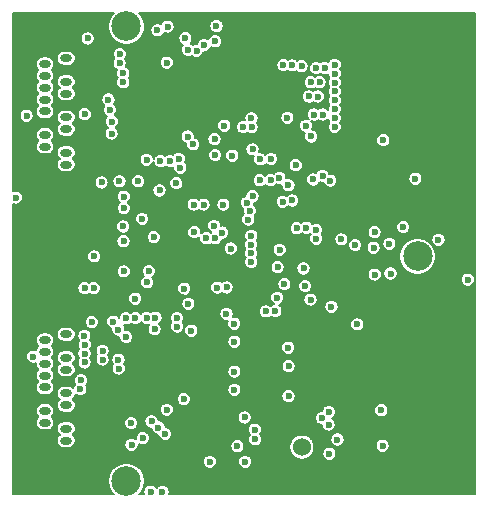
<source format=gbr>
G04 #@! TF.GenerationSoftware,KiCad,Pcbnew,5.1.5+dfsg1-2~bpo10+1*
G04 #@! TF.CreationDate,2020-01-20T23:41:54+01:00*
G04 #@! TF.ProjectId,video-booster-board,76696465-6f2d-4626-9f6f-737465722d62,rev?*
G04 #@! TF.SameCoordinates,Original*
G04 #@! TF.FileFunction,Copper,L2,Inr*
G04 #@! TF.FilePolarity,Positive*
%FSLAX46Y46*%
G04 Gerber Fmt 4.6, Leading zero omitted, Abs format (unit mm)*
G04 Created by KiCad (PCBNEW 5.1.5+dfsg1-2~bpo10+1) date 2020-01-20 23:41:54*
%MOMM*%
%LPD*%
G04 APERTURE LIST*
%ADD10O,2.700000X1.500000*%
%ADD11O,3.300000X1.500000*%
%ADD12O,1.000000X0.700000*%
%ADD13O,4.700000X1.800000*%
%ADD14C,0.250000*%
%ADD15C,1.524000*%
%ADD16C,2.500000*%
%ADD17C,0.600000*%
%ADD18C,0.200000*%
G04 APERTURE END LIST*
D10*
X146450000Y-83750000D03*
X146450000Y-98250000D03*
D11*
X140450000Y-98250000D03*
X140450000Y-83750000D03*
D10*
X146450000Y-60382000D03*
X146450000Y-74882000D03*
D11*
X140450000Y-74882000D03*
X140450000Y-60382000D03*
D12*
X114900000Y-95063700D03*
X113100000Y-94563700D03*
X114900000Y-86063700D03*
X113100000Y-86563700D03*
X114900000Y-94063700D03*
X113100000Y-93563700D03*
X114900000Y-93063700D03*
X113100000Y-92563700D03*
X114900000Y-92063700D03*
X113100000Y-91563700D03*
X114900000Y-91063700D03*
X114900000Y-87063700D03*
X113100000Y-87563700D03*
X114900000Y-88063700D03*
X113100000Y-88563700D03*
X114900000Y-89063700D03*
X113100000Y-89563700D03*
X114900000Y-90063700D03*
X113100000Y-90563700D03*
D13*
X114000000Y-83813700D03*
X114000000Y-97313700D03*
D14*
X126810000Y-66562000D03*
X125810000Y-66562000D03*
X124810000Y-66562000D03*
X126810000Y-65562000D03*
X125810000Y-65562000D03*
X124810000Y-65562000D03*
X126810000Y-64562000D03*
X125810000Y-64562000D03*
X124810000Y-64562000D03*
D12*
X114900000Y-71695700D03*
X113100000Y-71195700D03*
X114900000Y-62695700D03*
X113100000Y-63195700D03*
X114900000Y-70695700D03*
X113100000Y-70195700D03*
X114900000Y-69695700D03*
X113100000Y-69195700D03*
X114900000Y-68695700D03*
X113100000Y-68195700D03*
X114900000Y-67695700D03*
X114900000Y-63695700D03*
X113100000Y-64195700D03*
X114900000Y-64695700D03*
X113100000Y-65195700D03*
X114900000Y-65695700D03*
X113100000Y-66195700D03*
X114900000Y-66695700D03*
X113100000Y-67195700D03*
D13*
X114000000Y-60445700D03*
X114000000Y-73945700D03*
D14*
X121630000Y-88068000D03*
X122630000Y-88068000D03*
X123630000Y-88068000D03*
X121630000Y-89068000D03*
X122630000Y-89068000D03*
X123630000Y-89068000D03*
X121630000Y-90068000D03*
X122630000Y-90068000D03*
X123630000Y-90068000D03*
D15*
X134855900Y-95627400D03*
X134835900Y-98167400D03*
D16*
X144641200Y-79475000D03*
X120000000Y-60000000D03*
X120000000Y-98500000D03*
D17*
X137175900Y-96177400D03*
X119405900Y-73117400D03*
X129385900Y-95547400D03*
X123485900Y-60017400D03*
X141736000Y-88518200D03*
X141711000Y-90018200D03*
X141716000Y-68152200D03*
X141726000Y-66642200D03*
X141736000Y-65152200D03*
X141726000Y-63642200D03*
X141686000Y-91493200D03*
X126682500Y-71462900D03*
X112150800Y-80721400D03*
X112150800Y-79451400D03*
X112140800Y-78201400D03*
X112140800Y-76931400D03*
X122860800Y-75925010D03*
X122393010Y-70345910D03*
X129985400Y-84212100D03*
X122375384Y-73270390D03*
X148844900Y-79449600D03*
X134570100Y-76223800D03*
X125946800Y-92657600D03*
X118809400Y-74229900D03*
X126226200Y-84339100D03*
X141758300Y-87018800D03*
X128185900Y-83537400D03*
X141695900Y-94507400D03*
X130655900Y-97877400D03*
X137895900Y-98947400D03*
X139645900Y-73727400D03*
X141737106Y-71041990D03*
X130590089Y-63172872D03*
X129755900Y-63167400D03*
X117583410Y-86788976D03*
X118870900Y-83392400D03*
X136637790Y-81126000D03*
X124335900Y-95507400D03*
X127785900Y-96117400D03*
X122025898Y-97057400D03*
X123085902Y-97057400D03*
X124305900Y-96747400D03*
X132595902Y-98337400D03*
X124696930Y-82929642D03*
X136355900Y-70377400D03*
X137355900Y-84758200D03*
X145555900Y-77177400D03*
X139887995Y-81169495D03*
X122335900Y-62497400D03*
X129065900Y-61877400D03*
X123415900Y-67892012D03*
X133378713Y-84280370D03*
X120342521Y-92097400D03*
X128465900Y-84347400D03*
X134820899Y-63372399D03*
X127615900Y-59967400D03*
X133363602Y-81824500D03*
X132793968Y-80387532D03*
X119415900Y-63107398D03*
X118745000Y-69075300D03*
X118472620Y-66195068D03*
X118600835Y-67068700D03*
X119725900Y-64727400D03*
X119724537Y-63987390D03*
X119446285Y-62348012D03*
X137640890Y-63252000D03*
X136785904Y-63524006D03*
X119750800Y-78191400D03*
X119774600Y-75385600D03*
X125180890Y-69327400D03*
X125642000Y-69988100D03*
X128953026Y-70951665D03*
X119720800Y-76941400D03*
X119774600Y-74424532D03*
X128275900Y-68407396D03*
X137640890Y-64002000D03*
X136045900Y-63537402D03*
X137640890Y-64752000D03*
X136355900Y-64727400D03*
X137640890Y-65502000D03*
X135607376Y-64727400D03*
X137640000Y-66252000D03*
X136195902Y-65937400D03*
X137640000Y-67002000D03*
X135445903Y-65932771D03*
X136610000Y-67462000D03*
X137640890Y-67762000D03*
X135860000Y-67462000D03*
X137640890Y-68512000D03*
X127670000Y-82117400D03*
X123425900Y-63077400D03*
X117979897Y-87471087D03*
X124286000Y-85418200D03*
X119785810Y-80741400D03*
X124282685Y-84678205D03*
X127495900Y-77939923D03*
X117265900Y-79467400D03*
X117235900Y-82157400D03*
X117981858Y-88211086D03*
X119320000Y-88225021D03*
X119343529Y-88967643D03*
X116448769Y-87700293D03*
X116460000Y-88450000D03*
X116149344Y-89963254D03*
X116090000Y-90710000D03*
X123426022Y-92461400D03*
X120390800Y-93581400D03*
X124850800Y-91551400D03*
X117895000Y-73209800D03*
X137135900Y-92647400D03*
X120430000Y-95440000D03*
X123265900Y-94507400D03*
X141685900Y-95507400D03*
X112105900Y-87957400D03*
X118757700Y-68072000D03*
X122310800Y-77841400D03*
X124555900Y-71977400D03*
X121752068Y-81662760D03*
X122795900Y-73887400D03*
X141013140Y-77421740D03*
X142355200Y-80922800D03*
X143425900Y-76987400D03*
X130035900Y-96867400D03*
X127065900Y-96867400D03*
X121717700Y-71308900D03*
X120981100Y-73112300D03*
X110621190Y-74499890D03*
X141015900Y-81017400D03*
X122620024Y-60337400D03*
X139535900Y-85227400D03*
X137863300Y-94982400D03*
X133616700Y-67752000D03*
X142255900Y-78417400D03*
X144455900Y-72897400D03*
X134332006Y-71753506D03*
X135796732Y-72958232D03*
X135586100Y-83132600D03*
X137355900Y-83754900D03*
X130565900Y-77737400D03*
X117065900Y-85036386D03*
X116460545Y-86950064D03*
X116445900Y-82157400D03*
X116435986Y-86210460D03*
X125941028Y-62057026D03*
X130598337Y-68523088D03*
X126555900Y-61587400D03*
X130583353Y-67783071D03*
X130885900Y-94967400D03*
X137115900Y-93717411D03*
X122705900Y-93960900D03*
X130865910Y-94142400D03*
X136544041Y-93162410D03*
X122119965Y-93445737D03*
X141567800Y-92500000D03*
X140928951Y-78743310D03*
X132976400Y-78925000D03*
X135233864Y-77048648D03*
X124884947Y-82213914D03*
X128830889Y-78809969D03*
X136055989Y-77979922D03*
X135623300Y-69316600D03*
X136058414Y-77239924D03*
X121700800Y-84671400D03*
X125742124Y-77424913D03*
X128099131Y-77454291D03*
X119950800Y-84711400D03*
X133715900Y-73447400D03*
X131319353Y-71254485D03*
X132235900Y-71217400D03*
X130544806Y-78477111D03*
X134015900Y-74737400D03*
X135118974Y-81981403D03*
X130555501Y-79217045D03*
X132755900Y-82977400D03*
X130562993Y-79957019D03*
X122380013Y-85622213D03*
X126755893Y-77939927D03*
X127457200Y-69537910D03*
X128475900Y-82100002D03*
X124215900Y-73267400D03*
X131285900Y-73027400D03*
X123675900Y-71407400D03*
X132217491Y-73011911D03*
X120740800Y-84691400D03*
X119310136Y-85673164D03*
X122455989Y-84659645D03*
X119975900Y-86307400D03*
X129130000Y-90768000D03*
X129130000Y-89228000D03*
X129130000Y-86698000D03*
X129115000Y-85178000D03*
X133720000Y-91298000D03*
X133730000Y-88768000D03*
X133690000Y-87208000D03*
X125486000Y-85768200D03*
X135186762Y-68418386D03*
X121900800Y-80721400D03*
X120726640Y-83057240D03*
X121317568Y-76298168D03*
X122874318Y-71397518D03*
X134989200Y-80491000D03*
X125235600Y-83500900D03*
X134418850Y-77090778D03*
X127496700Y-70894735D03*
X130006000Y-93112390D03*
X118870900Y-85007400D03*
X138195900Y-78027400D03*
X122035900Y-99397400D03*
X123045900Y-99407400D03*
X124432845Y-71210422D03*
X127495900Y-61257400D03*
X124985900Y-61007400D03*
X130675899Y-70407401D03*
X121380000Y-94849999D03*
X116462607Y-67434892D03*
X134025900Y-63297400D03*
X132595900Y-84097400D03*
X133286004Y-63284860D03*
X131805908Y-84123337D03*
X137236713Y-73062400D03*
X130310900Y-76362400D03*
X146410000Y-78070000D03*
X136613499Y-72648121D03*
X130455900Y-75627400D03*
X148910000Y-81450000D03*
X125204761Y-61982672D03*
X129858327Y-68521521D03*
X111544100Y-67564000D03*
X141742600Y-69632000D03*
X116714250Y-61022250D03*
X139355900Y-78517400D03*
X133235900Y-74852390D03*
X132935659Y-72833481D03*
X130669542Y-74364362D03*
X130197249Y-74934062D03*
X125695900Y-75087400D03*
X126532478Y-75087400D03*
X127418269Y-76887389D03*
X128205635Y-75087400D03*
D18*
G36*
X118796036Y-59011932D02*
G01*
X118626408Y-59265800D01*
X118509565Y-59547882D01*
X118450000Y-59847338D01*
X118450000Y-60152662D01*
X118509565Y-60452118D01*
X118626408Y-60734200D01*
X118796036Y-60988068D01*
X119011932Y-61203964D01*
X119265800Y-61373592D01*
X119547882Y-61490435D01*
X119847338Y-61550000D01*
X120152662Y-61550000D01*
X120452118Y-61490435D01*
X120734200Y-61373592D01*
X120988068Y-61203964D01*
X121203964Y-60988068D01*
X121230532Y-60948305D01*
X124385900Y-60948305D01*
X124385900Y-61066495D01*
X124408958Y-61182414D01*
X124454187Y-61291607D01*
X124519850Y-61389878D01*
X124603422Y-61473450D01*
X124701693Y-61539113D01*
X124771060Y-61567845D01*
X124738711Y-61600194D01*
X124673048Y-61698465D01*
X124627819Y-61807658D01*
X124604761Y-61923577D01*
X124604761Y-62041767D01*
X124627819Y-62157686D01*
X124673048Y-62266879D01*
X124738711Y-62365150D01*
X124822283Y-62448722D01*
X124920554Y-62514385D01*
X125029747Y-62559614D01*
X125145666Y-62582672D01*
X125263856Y-62582672D01*
X125379775Y-62559614D01*
X125488968Y-62514385D01*
X125525469Y-62489995D01*
X125558550Y-62523076D01*
X125656821Y-62588739D01*
X125766014Y-62633968D01*
X125881933Y-62657026D01*
X126000123Y-62657026D01*
X126116042Y-62633968D01*
X126225235Y-62588739D01*
X126323506Y-62523076D01*
X126407078Y-62439504D01*
X126472741Y-62341233D01*
X126517970Y-62232040D01*
X126526850Y-62187400D01*
X126614995Y-62187400D01*
X126730914Y-62164342D01*
X126840107Y-62119113D01*
X126938378Y-62053450D01*
X127021950Y-61969878D01*
X127087613Y-61871607D01*
X127132842Y-61762414D01*
X127137405Y-61739475D01*
X127211693Y-61789113D01*
X127320886Y-61834342D01*
X127436805Y-61857400D01*
X127554995Y-61857400D01*
X127670914Y-61834342D01*
X127780107Y-61789113D01*
X127878378Y-61723450D01*
X127961950Y-61639878D01*
X128027613Y-61541607D01*
X128072842Y-61432414D01*
X128095900Y-61316495D01*
X128095900Y-61198305D01*
X128072842Y-61082386D01*
X128027613Y-60973193D01*
X127961950Y-60874922D01*
X127878378Y-60791350D01*
X127780107Y-60725687D01*
X127670914Y-60680458D01*
X127554995Y-60657400D01*
X127436805Y-60657400D01*
X127320886Y-60680458D01*
X127211693Y-60725687D01*
X127113422Y-60791350D01*
X127029850Y-60874922D01*
X126964187Y-60973193D01*
X126918958Y-61082386D01*
X126914395Y-61105325D01*
X126840107Y-61055687D01*
X126730914Y-61010458D01*
X126614995Y-60987400D01*
X126496805Y-60987400D01*
X126380886Y-61010458D01*
X126271693Y-61055687D01*
X126173422Y-61121350D01*
X126089850Y-61204922D01*
X126024187Y-61303193D01*
X125978958Y-61412386D01*
X125970078Y-61457026D01*
X125881933Y-61457026D01*
X125766014Y-61480084D01*
X125656821Y-61525313D01*
X125620320Y-61549703D01*
X125587239Y-61516622D01*
X125488968Y-61450959D01*
X125419601Y-61422227D01*
X125451950Y-61389878D01*
X125517613Y-61291607D01*
X125562842Y-61182414D01*
X125585900Y-61066495D01*
X125585900Y-60948305D01*
X125562842Y-60832386D01*
X125517613Y-60723193D01*
X125451950Y-60624922D01*
X125368378Y-60541350D01*
X125270107Y-60475687D01*
X125160914Y-60430458D01*
X125044995Y-60407400D01*
X124926805Y-60407400D01*
X124810886Y-60430458D01*
X124701693Y-60475687D01*
X124603422Y-60541350D01*
X124519850Y-60624922D01*
X124454187Y-60723193D01*
X124408958Y-60832386D01*
X124385900Y-60948305D01*
X121230532Y-60948305D01*
X121373592Y-60734200D01*
X121490435Y-60452118D01*
X121525008Y-60278305D01*
X122020024Y-60278305D01*
X122020024Y-60396495D01*
X122043082Y-60512414D01*
X122088311Y-60621607D01*
X122153974Y-60719878D01*
X122237546Y-60803450D01*
X122335817Y-60869113D01*
X122445010Y-60914342D01*
X122560929Y-60937400D01*
X122679119Y-60937400D01*
X122795038Y-60914342D01*
X122904231Y-60869113D01*
X123002502Y-60803450D01*
X123086074Y-60719878D01*
X123151737Y-60621607D01*
X123186085Y-60538684D01*
X123201693Y-60549113D01*
X123310886Y-60594342D01*
X123426805Y-60617400D01*
X123544995Y-60617400D01*
X123660914Y-60594342D01*
X123770107Y-60549113D01*
X123868378Y-60483450D01*
X123951950Y-60399878D01*
X124017613Y-60301607D01*
X124062842Y-60192414D01*
X124085900Y-60076495D01*
X124085900Y-59958305D01*
X124075955Y-59908305D01*
X127015900Y-59908305D01*
X127015900Y-60026495D01*
X127038958Y-60142414D01*
X127084187Y-60251607D01*
X127149850Y-60349878D01*
X127233422Y-60433450D01*
X127331693Y-60499113D01*
X127440886Y-60544342D01*
X127556805Y-60567400D01*
X127674995Y-60567400D01*
X127790914Y-60544342D01*
X127900107Y-60499113D01*
X127998378Y-60433450D01*
X128081950Y-60349878D01*
X128147613Y-60251607D01*
X128192842Y-60142414D01*
X128215900Y-60026495D01*
X128215900Y-59908305D01*
X128192842Y-59792386D01*
X128147613Y-59683193D01*
X128081950Y-59584922D01*
X127998378Y-59501350D01*
X127900107Y-59435687D01*
X127790914Y-59390458D01*
X127674995Y-59367400D01*
X127556805Y-59367400D01*
X127440886Y-59390458D01*
X127331693Y-59435687D01*
X127233422Y-59501350D01*
X127149850Y-59584922D01*
X127084187Y-59683193D01*
X127038958Y-59792386D01*
X127015900Y-59908305D01*
X124075955Y-59908305D01*
X124062842Y-59842386D01*
X124017613Y-59733193D01*
X123951950Y-59634922D01*
X123868378Y-59551350D01*
X123770107Y-59485687D01*
X123660914Y-59440458D01*
X123544995Y-59417400D01*
X123426805Y-59417400D01*
X123310886Y-59440458D01*
X123201693Y-59485687D01*
X123103422Y-59551350D01*
X123019850Y-59634922D01*
X122954187Y-59733193D01*
X122919839Y-59816116D01*
X122904231Y-59805687D01*
X122795038Y-59760458D01*
X122679119Y-59737400D01*
X122560929Y-59737400D01*
X122445010Y-59760458D01*
X122335817Y-59805687D01*
X122237546Y-59871350D01*
X122153974Y-59954922D01*
X122088311Y-60053193D01*
X122043082Y-60162386D01*
X122020024Y-60278305D01*
X121525008Y-60278305D01*
X121550000Y-60152662D01*
X121550000Y-59847338D01*
X121490435Y-59547882D01*
X121373592Y-59265800D01*
X121203964Y-59011932D01*
X121067032Y-58875000D01*
X145170341Y-58875000D01*
X149536000Y-58899637D01*
X149536000Y-99625000D01*
X123605202Y-99625000D01*
X123622842Y-99582414D01*
X123645900Y-99466495D01*
X123645900Y-99348305D01*
X123622842Y-99232386D01*
X123577613Y-99123193D01*
X123511950Y-99024922D01*
X123428378Y-98941350D01*
X123330107Y-98875687D01*
X123220914Y-98830458D01*
X123104995Y-98807400D01*
X122986805Y-98807400D01*
X122870886Y-98830458D01*
X122761693Y-98875687D01*
X122663422Y-98941350D01*
X122579850Y-99024922D01*
X122544241Y-99078214D01*
X122501950Y-99014922D01*
X122418378Y-98931350D01*
X122320107Y-98865687D01*
X122210914Y-98820458D01*
X122094995Y-98797400D01*
X121976805Y-98797400D01*
X121860886Y-98820458D01*
X121751693Y-98865687D01*
X121653422Y-98931350D01*
X121569850Y-99014922D01*
X121504187Y-99113193D01*
X121458958Y-99222386D01*
X121435900Y-99338305D01*
X121435900Y-99456495D01*
X121458958Y-99572414D01*
X121480740Y-99625000D01*
X121067032Y-99625000D01*
X121203964Y-99488068D01*
X121373592Y-99234200D01*
X121490435Y-98952118D01*
X121550000Y-98652662D01*
X121550000Y-98347338D01*
X121490435Y-98047882D01*
X121373592Y-97765800D01*
X121203964Y-97511932D01*
X120988068Y-97296036D01*
X120734200Y-97126408D01*
X120452118Y-97009565D01*
X120152662Y-96950000D01*
X119847338Y-96950000D01*
X119547882Y-97009565D01*
X119265800Y-97126408D01*
X119011932Y-97296036D01*
X118796036Y-97511932D01*
X118626408Y-97765800D01*
X118509565Y-98047882D01*
X118450000Y-98347338D01*
X118450000Y-98652662D01*
X118509565Y-98952118D01*
X118626408Y-99234200D01*
X118796036Y-99488068D01*
X118932968Y-99625000D01*
X110375000Y-99625000D01*
X110375000Y-96808305D01*
X126465900Y-96808305D01*
X126465900Y-96926495D01*
X126488958Y-97042414D01*
X126534187Y-97151607D01*
X126599850Y-97249878D01*
X126683422Y-97333450D01*
X126781693Y-97399113D01*
X126890886Y-97444342D01*
X127006805Y-97467400D01*
X127124995Y-97467400D01*
X127240914Y-97444342D01*
X127350107Y-97399113D01*
X127448378Y-97333450D01*
X127531950Y-97249878D01*
X127597613Y-97151607D01*
X127642842Y-97042414D01*
X127665900Y-96926495D01*
X127665900Y-96808305D01*
X129435900Y-96808305D01*
X129435900Y-96926495D01*
X129458958Y-97042414D01*
X129504187Y-97151607D01*
X129569850Y-97249878D01*
X129653422Y-97333450D01*
X129751693Y-97399113D01*
X129860886Y-97444342D01*
X129976805Y-97467400D01*
X130094995Y-97467400D01*
X130210914Y-97444342D01*
X130320107Y-97399113D01*
X130418378Y-97333450D01*
X130501950Y-97249878D01*
X130567613Y-97151607D01*
X130612842Y-97042414D01*
X130635900Y-96926495D01*
X130635900Y-96808305D01*
X130612842Y-96692386D01*
X130567613Y-96583193D01*
X130501950Y-96484922D01*
X130418378Y-96401350D01*
X130320107Y-96335687D01*
X130210914Y-96290458D01*
X130094995Y-96267400D01*
X129976805Y-96267400D01*
X129860886Y-96290458D01*
X129751693Y-96335687D01*
X129653422Y-96401350D01*
X129569850Y-96484922D01*
X129504187Y-96583193D01*
X129458958Y-96692386D01*
X129435900Y-96808305D01*
X127665900Y-96808305D01*
X127642842Y-96692386D01*
X127597613Y-96583193D01*
X127531950Y-96484922D01*
X127448378Y-96401350D01*
X127350107Y-96335687D01*
X127240914Y-96290458D01*
X127124995Y-96267400D01*
X127006805Y-96267400D01*
X126890886Y-96290458D01*
X126781693Y-96335687D01*
X126683422Y-96401350D01*
X126599850Y-96484922D01*
X126534187Y-96583193D01*
X126488958Y-96692386D01*
X126465900Y-96808305D01*
X110375000Y-96808305D01*
X110375000Y-92563700D01*
X112296855Y-92563700D01*
X112309405Y-92691122D01*
X112346573Y-92813648D01*
X112406930Y-92926568D01*
X112488157Y-93025543D01*
X112534651Y-93063700D01*
X112488157Y-93101857D01*
X112406930Y-93200832D01*
X112346573Y-93313752D01*
X112309405Y-93436278D01*
X112296855Y-93563700D01*
X112309405Y-93691122D01*
X112346573Y-93813648D01*
X112406930Y-93926568D01*
X112488157Y-94025543D01*
X112587132Y-94106770D01*
X112700052Y-94167127D01*
X112822578Y-94204295D01*
X112918068Y-94213700D01*
X113281932Y-94213700D01*
X113377422Y-94204295D01*
X113499948Y-94167127D01*
X113612868Y-94106770D01*
X113665348Y-94063700D01*
X114096855Y-94063700D01*
X114109405Y-94191122D01*
X114146573Y-94313648D01*
X114206930Y-94426568D01*
X114288157Y-94525543D01*
X114334651Y-94563700D01*
X114288157Y-94601857D01*
X114206930Y-94700832D01*
X114146573Y-94813752D01*
X114109405Y-94936278D01*
X114096855Y-95063700D01*
X114109405Y-95191122D01*
X114146573Y-95313648D01*
X114206930Y-95426568D01*
X114288157Y-95525543D01*
X114387132Y-95606770D01*
X114500052Y-95667127D01*
X114622578Y-95704295D01*
X114718068Y-95713700D01*
X115081932Y-95713700D01*
X115177422Y-95704295D01*
X115299948Y-95667127D01*
X115412868Y-95606770D01*
X115511843Y-95525543D01*
X115593070Y-95426568D01*
X115617477Y-95380905D01*
X119830000Y-95380905D01*
X119830000Y-95499095D01*
X119853058Y-95615014D01*
X119898287Y-95724207D01*
X119963950Y-95822478D01*
X120047522Y-95906050D01*
X120145793Y-95971713D01*
X120254986Y-96016942D01*
X120370905Y-96040000D01*
X120489095Y-96040000D01*
X120605014Y-96016942D01*
X120714207Y-95971713D01*
X120812478Y-95906050D01*
X120896050Y-95822478D01*
X120961713Y-95724207D01*
X121006942Y-95615014D01*
X121030000Y-95499095D01*
X121030000Y-95488305D01*
X128785900Y-95488305D01*
X128785900Y-95606495D01*
X128808958Y-95722414D01*
X128854187Y-95831607D01*
X128919850Y-95929878D01*
X129003422Y-96013450D01*
X129101693Y-96079113D01*
X129210886Y-96124342D01*
X129326805Y-96147400D01*
X129444995Y-96147400D01*
X129560914Y-96124342D01*
X129670107Y-96079113D01*
X129768378Y-96013450D01*
X129851950Y-95929878D01*
X129917613Y-95831607D01*
X129962842Y-95722414D01*
X129985900Y-95606495D01*
X129985900Y-95488305D01*
X129962842Y-95372386D01*
X129917613Y-95263193D01*
X129851950Y-95164922D01*
X129768378Y-95081350D01*
X129670107Y-95015687D01*
X129560914Y-94970458D01*
X129444995Y-94947400D01*
X129326805Y-94947400D01*
X129210886Y-94970458D01*
X129101693Y-95015687D01*
X129003422Y-95081350D01*
X128919850Y-95164922D01*
X128854187Y-95263193D01*
X128808958Y-95372386D01*
X128785900Y-95488305D01*
X121030000Y-95488305D01*
X121030000Y-95380905D01*
X121020100Y-95331135D01*
X121095793Y-95381712D01*
X121204986Y-95426941D01*
X121320905Y-95449999D01*
X121439095Y-95449999D01*
X121555014Y-95426941D01*
X121664207Y-95381712D01*
X121762478Y-95316049D01*
X121846050Y-95232477D01*
X121911713Y-95134206D01*
X121956942Y-95025013D01*
X121980000Y-94909094D01*
X121980000Y-94790904D01*
X121956942Y-94674985D01*
X121911713Y-94565792D01*
X121846050Y-94467521D01*
X121762478Y-94383949D01*
X121664207Y-94318286D01*
X121555014Y-94273057D01*
X121439095Y-94249999D01*
X121320905Y-94249999D01*
X121204986Y-94273057D01*
X121095793Y-94318286D01*
X120997522Y-94383949D01*
X120913950Y-94467521D01*
X120848287Y-94565792D01*
X120803058Y-94674985D01*
X120780000Y-94790904D01*
X120780000Y-94909094D01*
X120789900Y-94958864D01*
X120714207Y-94908287D01*
X120605014Y-94863058D01*
X120489095Y-94840000D01*
X120370905Y-94840000D01*
X120254986Y-94863058D01*
X120145793Y-94908287D01*
X120047522Y-94973950D01*
X119963950Y-95057522D01*
X119898287Y-95155793D01*
X119853058Y-95264986D01*
X119830000Y-95380905D01*
X115617477Y-95380905D01*
X115653427Y-95313648D01*
X115690595Y-95191122D01*
X115703145Y-95063700D01*
X115690595Y-94936278D01*
X115653427Y-94813752D01*
X115593070Y-94700832D01*
X115511843Y-94601857D01*
X115465349Y-94563700D01*
X115511843Y-94525543D01*
X115593070Y-94426568D01*
X115653427Y-94313648D01*
X115690595Y-94191122D01*
X115703145Y-94063700D01*
X115690595Y-93936278D01*
X115653427Y-93813752D01*
X115593070Y-93700832D01*
X115511843Y-93601857D01*
X115414909Y-93522305D01*
X119790800Y-93522305D01*
X119790800Y-93640495D01*
X119813858Y-93756414D01*
X119859087Y-93865607D01*
X119924750Y-93963878D01*
X120008322Y-94047450D01*
X120106593Y-94113113D01*
X120215786Y-94158342D01*
X120331705Y-94181400D01*
X120449895Y-94181400D01*
X120565814Y-94158342D01*
X120675007Y-94113113D01*
X120773278Y-94047450D01*
X120856850Y-93963878D01*
X120922513Y-93865607D01*
X120967742Y-93756414D01*
X120990800Y-93640495D01*
X120990800Y-93522305D01*
X120967742Y-93406386D01*
X120959564Y-93386642D01*
X121519965Y-93386642D01*
X121519965Y-93504832D01*
X121543023Y-93620751D01*
X121588252Y-93729944D01*
X121653915Y-93828215D01*
X121737487Y-93911787D01*
X121835758Y-93977450D01*
X121944951Y-94022679D01*
X122060870Y-94045737D01*
X122111020Y-94045737D01*
X122128958Y-94135914D01*
X122174187Y-94245107D01*
X122239850Y-94343378D01*
X122323422Y-94426950D01*
X122421693Y-94492613D01*
X122530886Y-94537842D01*
X122646805Y-94560900D01*
X122665900Y-94560900D01*
X122665900Y-94566495D01*
X122688958Y-94682414D01*
X122734187Y-94791607D01*
X122799850Y-94889878D01*
X122883422Y-94973450D01*
X122981693Y-95039113D01*
X123090886Y-95084342D01*
X123206805Y-95107400D01*
X123324995Y-95107400D01*
X123440914Y-95084342D01*
X123550107Y-95039113D01*
X123648378Y-94973450D01*
X123731950Y-94889878D01*
X123797613Y-94791607D01*
X123842842Y-94682414D01*
X123865900Y-94566495D01*
X123865900Y-94448305D01*
X123842842Y-94332386D01*
X123797613Y-94223193D01*
X123731950Y-94124922D01*
X123690333Y-94083305D01*
X130265910Y-94083305D01*
X130265910Y-94201495D01*
X130288968Y-94317414D01*
X130334197Y-94426607D01*
X130399860Y-94524878D01*
X130439877Y-94564895D01*
X130419850Y-94584922D01*
X130354187Y-94683193D01*
X130308958Y-94792386D01*
X130285900Y-94908305D01*
X130285900Y-95026495D01*
X130308958Y-95142414D01*
X130354187Y-95251607D01*
X130419850Y-95349878D01*
X130503422Y-95433450D01*
X130601693Y-95499113D01*
X130710886Y-95544342D01*
X130826805Y-95567400D01*
X130944995Y-95567400D01*
X131060914Y-95544342D01*
X131112916Y-95522802D01*
X133793900Y-95522802D01*
X133793900Y-95731998D01*
X133834712Y-95937174D01*
X133914767Y-96130446D01*
X134030990Y-96304386D01*
X134178914Y-96452310D01*
X134352854Y-96568533D01*
X134546126Y-96648588D01*
X134751302Y-96689400D01*
X134960498Y-96689400D01*
X135165674Y-96648588D01*
X135358946Y-96568533D01*
X135532886Y-96452310D01*
X135680810Y-96304386D01*
X135797033Y-96130446D01*
X135802061Y-96118305D01*
X136575900Y-96118305D01*
X136575900Y-96236495D01*
X136598958Y-96352414D01*
X136644187Y-96461607D01*
X136709850Y-96559878D01*
X136793422Y-96643450D01*
X136891693Y-96709113D01*
X137000886Y-96754342D01*
X137116805Y-96777400D01*
X137234995Y-96777400D01*
X137350914Y-96754342D01*
X137460107Y-96709113D01*
X137558378Y-96643450D01*
X137641950Y-96559878D01*
X137707613Y-96461607D01*
X137752842Y-96352414D01*
X137775900Y-96236495D01*
X137775900Y-96118305D01*
X137752842Y-96002386D01*
X137707613Y-95893193D01*
X137641950Y-95794922D01*
X137558378Y-95711350D01*
X137460107Y-95645687D01*
X137350914Y-95600458D01*
X137234995Y-95577400D01*
X137116805Y-95577400D01*
X137000886Y-95600458D01*
X136891693Y-95645687D01*
X136793422Y-95711350D01*
X136709850Y-95794922D01*
X136644187Y-95893193D01*
X136598958Y-96002386D01*
X136575900Y-96118305D01*
X135802061Y-96118305D01*
X135877088Y-95937174D01*
X135917900Y-95731998D01*
X135917900Y-95522802D01*
X135877088Y-95317626D01*
X135797033Y-95124354D01*
X135680810Y-94950414D01*
X135653701Y-94923305D01*
X137263300Y-94923305D01*
X137263300Y-95041495D01*
X137286358Y-95157414D01*
X137331587Y-95266607D01*
X137397250Y-95364878D01*
X137480822Y-95448450D01*
X137579093Y-95514113D01*
X137688286Y-95559342D01*
X137804205Y-95582400D01*
X137922395Y-95582400D01*
X138038314Y-95559342D01*
X138147507Y-95514113D01*
X138245778Y-95448450D01*
X138245923Y-95448305D01*
X141085900Y-95448305D01*
X141085900Y-95566495D01*
X141108958Y-95682414D01*
X141154187Y-95791607D01*
X141219850Y-95889878D01*
X141303422Y-95973450D01*
X141401693Y-96039113D01*
X141510886Y-96084342D01*
X141626805Y-96107400D01*
X141744995Y-96107400D01*
X141860914Y-96084342D01*
X141970107Y-96039113D01*
X142068378Y-95973450D01*
X142151950Y-95889878D01*
X142217613Y-95791607D01*
X142262842Y-95682414D01*
X142285900Y-95566495D01*
X142285900Y-95448305D01*
X142262842Y-95332386D01*
X142217613Y-95223193D01*
X142151950Y-95124922D01*
X142068378Y-95041350D01*
X141970107Y-94975687D01*
X141860914Y-94930458D01*
X141744995Y-94907400D01*
X141626805Y-94907400D01*
X141510886Y-94930458D01*
X141401693Y-94975687D01*
X141303422Y-95041350D01*
X141219850Y-95124922D01*
X141154187Y-95223193D01*
X141108958Y-95332386D01*
X141085900Y-95448305D01*
X138245923Y-95448305D01*
X138329350Y-95364878D01*
X138395013Y-95266607D01*
X138440242Y-95157414D01*
X138463300Y-95041495D01*
X138463300Y-94923305D01*
X138440242Y-94807386D01*
X138395013Y-94698193D01*
X138329350Y-94599922D01*
X138245778Y-94516350D01*
X138147507Y-94450687D01*
X138038314Y-94405458D01*
X137922395Y-94382400D01*
X137804205Y-94382400D01*
X137688286Y-94405458D01*
X137579093Y-94450687D01*
X137480822Y-94516350D01*
X137397250Y-94599922D01*
X137331587Y-94698193D01*
X137286358Y-94807386D01*
X137263300Y-94923305D01*
X135653701Y-94923305D01*
X135532886Y-94802490D01*
X135358946Y-94686267D01*
X135165674Y-94606212D01*
X134960498Y-94565400D01*
X134751302Y-94565400D01*
X134546126Y-94606212D01*
X134352854Y-94686267D01*
X134178914Y-94802490D01*
X134030990Y-94950414D01*
X133914767Y-95124354D01*
X133834712Y-95317626D01*
X133793900Y-95522802D01*
X131112916Y-95522802D01*
X131170107Y-95499113D01*
X131268378Y-95433450D01*
X131351950Y-95349878D01*
X131417613Y-95251607D01*
X131462842Y-95142414D01*
X131485900Y-95026495D01*
X131485900Y-94908305D01*
X131462842Y-94792386D01*
X131417613Y-94683193D01*
X131351950Y-94584922D01*
X131311933Y-94544905D01*
X131331960Y-94524878D01*
X131397623Y-94426607D01*
X131442852Y-94317414D01*
X131465910Y-94201495D01*
X131465910Y-94083305D01*
X131442852Y-93967386D01*
X131397623Y-93858193D01*
X131331960Y-93759922D01*
X131248388Y-93676350D01*
X131150117Y-93610687D01*
X131040924Y-93565458D01*
X130925005Y-93542400D01*
X130806815Y-93542400D01*
X130690896Y-93565458D01*
X130581703Y-93610687D01*
X130483432Y-93676350D01*
X130399860Y-93759922D01*
X130334197Y-93858193D01*
X130288968Y-93967386D01*
X130265910Y-94083305D01*
X123690333Y-94083305D01*
X123648378Y-94041350D01*
X123550107Y-93975687D01*
X123440914Y-93930458D01*
X123324995Y-93907400D01*
X123305900Y-93907400D01*
X123305900Y-93901805D01*
X123282842Y-93785886D01*
X123237613Y-93676693D01*
X123171950Y-93578422D01*
X123088378Y-93494850D01*
X122990107Y-93429187D01*
X122880914Y-93383958D01*
X122764995Y-93360900D01*
X122714845Y-93360900D01*
X122696907Y-93270723D01*
X122651678Y-93161530D01*
X122586015Y-93063259D01*
X122502443Y-92979687D01*
X122404172Y-92914024D01*
X122294979Y-92868795D01*
X122179060Y-92845737D01*
X122060870Y-92845737D01*
X121944951Y-92868795D01*
X121835758Y-92914024D01*
X121737487Y-92979687D01*
X121653915Y-93063259D01*
X121588252Y-93161530D01*
X121543023Y-93270723D01*
X121519965Y-93386642D01*
X120959564Y-93386642D01*
X120922513Y-93297193D01*
X120856850Y-93198922D01*
X120773278Y-93115350D01*
X120675007Y-93049687D01*
X120565814Y-93004458D01*
X120449895Y-92981400D01*
X120331705Y-92981400D01*
X120215786Y-93004458D01*
X120106593Y-93049687D01*
X120008322Y-93115350D01*
X119924750Y-93198922D01*
X119859087Y-93297193D01*
X119813858Y-93406386D01*
X119790800Y-93522305D01*
X115414909Y-93522305D01*
X115412868Y-93520630D01*
X115299948Y-93460273D01*
X115177422Y-93423105D01*
X115081932Y-93413700D01*
X114718068Y-93413700D01*
X114622578Y-93423105D01*
X114500052Y-93460273D01*
X114387132Y-93520630D01*
X114288157Y-93601857D01*
X114206930Y-93700832D01*
X114146573Y-93813752D01*
X114109405Y-93936278D01*
X114096855Y-94063700D01*
X113665348Y-94063700D01*
X113711843Y-94025543D01*
X113793070Y-93926568D01*
X113853427Y-93813648D01*
X113890595Y-93691122D01*
X113903145Y-93563700D01*
X113890595Y-93436278D01*
X113853427Y-93313752D01*
X113793070Y-93200832D01*
X113711843Y-93101857D01*
X113665349Y-93063700D01*
X113711843Y-93025543D01*
X113793070Y-92926568D01*
X113853427Y-92813648D01*
X113890595Y-92691122D01*
X113903145Y-92563700D01*
X113890595Y-92436278D01*
X113853427Y-92313752D01*
X113793070Y-92200832D01*
X113711843Y-92101857D01*
X113612868Y-92020630D01*
X113499948Y-91960273D01*
X113377422Y-91923105D01*
X113281932Y-91913700D01*
X112918068Y-91913700D01*
X112822578Y-91923105D01*
X112700052Y-91960273D01*
X112587132Y-92020630D01*
X112488157Y-92101857D01*
X112406930Y-92200832D01*
X112346573Y-92313752D01*
X112309405Y-92436278D01*
X112296855Y-92563700D01*
X110375000Y-92563700D01*
X110375000Y-87898305D01*
X111505900Y-87898305D01*
X111505900Y-88016495D01*
X111528958Y-88132414D01*
X111574187Y-88241607D01*
X111639850Y-88339878D01*
X111723422Y-88423450D01*
X111821693Y-88489113D01*
X111930886Y-88534342D01*
X112046805Y-88557400D01*
X112164995Y-88557400D01*
X112280914Y-88534342D01*
X112300547Y-88526210D01*
X112296855Y-88563700D01*
X112309405Y-88691122D01*
X112346573Y-88813648D01*
X112406930Y-88926568D01*
X112488157Y-89025543D01*
X112534651Y-89063700D01*
X112488157Y-89101857D01*
X112406930Y-89200832D01*
X112346573Y-89313752D01*
X112309405Y-89436278D01*
X112296855Y-89563700D01*
X112309405Y-89691122D01*
X112346573Y-89813648D01*
X112406930Y-89926568D01*
X112488157Y-90025543D01*
X112534651Y-90063700D01*
X112488157Y-90101857D01*
X112406930Y-90200832D01*
X112346573Y-90313752D01*
X112309405Y-90436278D01*
X112296855Y-90563700D01*
X112309405Y-90691122D01*
X112346573Y-90813648D01*
X112406930Y-90926568D01*
X112488157Y-91025543D01*
X112587132Y-91106770D01*
X112700052Y-91167127D01*
X112822578Y-91204295D01*
X112918068Y-91213700D01*
X113281932Y-91213700D01*
X113377422Y-91204295D01*
X113499948Y-91167127D01*
X113612868Y-91106770D01*
X113665348Y-91063700D01*
X114096855Y-91063700D01*
X114109405Y-91191122D01*
X114146573Y-91313648D01*
X114206930Y-91426568D01*
X114288157Y-91525543D01*
X114334651Y-91563700D01*
X114288157Y-91601857D01*
X114206930Y-91700832D01*
X114146573Y-91813752D01*
X114109405Y-91936278D01*
X114096855Y-92063700D01*
X114109405Y-92191122D01*
X114146573Y-92313648D01*
X114206930Y-92426568D01*
X114288157Y-92525543D01*
X114387132Y-92606770D01*
X114500052Y-92667127D01*
X114622578Y-92704295D01*
X114718068Y-92713700D01*
X115081932Y-92713700D01*
X115177422Y-92704295D01*
X115299948Y-92667127D01*
X115412868Y-92606770D01*
X115511843Y-92525543D01*
X115593070Y-92426568D01*
X115606038Y-92402305D01*
X122826022Y-92402305D01*
X122826022Y-92520495D01*
X122849080Y-92636414D01*
X122894309Y-92745607D01*
X122959972Y-92843878D01*
X123043544Y-92927450D01*
X123141815Y-92993113D01*
X123251008Y-93038342D01*
X123366927Y-93061400D01*
X123485117Y-93061400D01*
X123525863Y-93053295D01*
X129406000Y-93053295D01*
X129406000Y-93171485D01*
X129429058Y-93287404D01*
X129474287Y-93396597D01*
X129539950Y-93494868D01*
X129623522Y-93578440D01*
X129721793Y-93644103D01*
X129830986Y-93689332D01*
X129946905Y-93712390D01*
X130065095Y-93712390D01*
X130181014Y-93689332D01*
X130290207Y-93644103D01*
X130388478Y-93578440D01*
X130472050Y-93494868D01*
X130537713Y-93396597D01*
X130582942Y-93287404D01*
X130606000Y-93171485D01*
X130606000Y-93103315D01*
X135944041Y-93103315D01*
X135944041Y-93221505D01*
X135967099Y-93337424D01*
X136012328Y-93446617D01*
X136077991Y-93544888D01*
X136161563Y-93628460D01*
X136259834Y-93694123D01*
X136369027Y-93739352D01*
X136484946Y-93762410D01*
X136515900Y-93762410D01*
X136515900Y-93776506D01*
X136538958Y-93892425D01*
X136584187Y-94001618D01*
X136649850Y-94099889D01*
X136733422Y-94183461D01*
X136831693Y-94249124D01*
X136940886Y-94294353D01*
X137056805Y-94317411D01*
X137174995Y-94317411D01*
X137290914Y-94294353D01*
X137400107Y-94249124D01*
X137498378Y-94183461D01*
X137581950Y-94099889D01*
X137647613Y-94001618D01*
X137692842Y-93892425D01*
X137715900Y-93776506D01*
X137715900Y-93658316D01*
X137692842Y-93542397D01*
X137647613Y-93433204D01*
X137581950Y-93334933D01*
X137498378Y-93251361D01*
X137401677Y-93186747D01*
X137420107Y-93179113D01*
X137518378Y-93113450D01*
X137601950Y-93029878D01*
X137667613Y-92931607D01*
X137712842Y-92822414D01*
X137735900Y-92706495D01*
X137735900Y-92588305D01*
X137712842Y-92472386D01*
X137699803Y-92440905D01*
X140967800Y-92440905D01*
X140967800Y-92559095D01*
X140990858Y-92675014D01*
X141036087Y-92784207D01*
X141101750Y-92882478D01*
X141185322Y-92966050D01*
X141283593Y-93031713D01*
X141392786Y-93076942D01*
X141508705Y-93100000D01*
X141626895Y-93100000D01*
X141742814Y-93076942D01*
X141852007Y-93031713D01*
X141950278Y-92966050D01*
X142033850Y-92882478D01*
X142099513Y-92784207D01*
X142144742Y-92675014D01*
X142167800Y-92559095D01*
X142167800Y-92440905D01*
X142144742Y-92324986D01*
X142099513Y-92215793D01*
X142033850Y-92117522D01*
X141950278Y-92033950D01*
X141852007Y-91968287D01*
X141742814Y-91923058D01*
X141626895Y-91900000D01*
X141508705Y-91900000D01*
X141392786Y-91923058D01*
X141283593Y-91968287D01*
X141185322Y-92033950D01*
X141101750Y-92117522D01*
X141036087Y-92215793D01*
X140990858Y-92324986D01*
X140967800Y-92440905D01*
X137699803Y-92440905D01*
X137667613Y-92363193D01*
X137601950Y-92264922D01*
X137518378Y-92181350D01*
X137420107Y-92115687D01*
X137310914Y-92070458D01*
X137194995Y-92047400D01*
X137076805Y-92047400D01*
X136960886Y-92070458D01*
X136851693Y-92115687D01*
X136753422Y-92181350D01*
X136669850Y-92264922D01*
X136604187Y-92363193D01*
X136558958Y-92472386D01*
X136541051Y-92562410D01*
X136484946Y-92562410D01*
X136369027Y-92585468D01*
X136259834Y-92630697D01*
X136161563Y-92696360D01*
X136077991Y-92779932D01*
X136012328Y-92878203D01*
X135967099Y-92987396D01*
X135944041Y-93103315D01*
X130606000Y-93103315D01*
X130606000Y-93053295D01*
X130582942Y-92937376D01*
X130537713Y-92828183D01*
X130472050Y-92729912D01*
X130388478Y-92646340D01*
X130290207Y-92580677D01*
X130181014Y-92535448D01*
X130065095Y-92512390D01*
X129946905Y-92512390D01*
X129830986Y-92535448D01*
X129721793Y-92580677D01*
X129623522Y-92646340D01*
X129539950Y-92729912D01*
X129474287Y-92828183D01*
X129429058Y-92937376D01*
X129406000Y-93053295D01*
X123525863Y-93053295D01*
X123601036Y-93038342D01*
X123710229Y-92993113D01*
X123808500Y-92927450D01*
X123892072Y-92843878D01*
X123957735Y-92745607D01*
X124002964Y-92636414D01*
X124026022Y-92520495D01*
X124026022Y-92402305D01*
X124002964Y-92286386D01*
X123957735Y-92177193D01*
X123892072Y-92078922D01*
X123808500Y-91995350D01*
X123710229Y-91929687D01*
X123601036Y-91884458D01*
X123485117Y-91861400D01*
X123366927Y-91861400D01*
X123251008Y-91884458D01*
X123141815Y-91929687D01*
X123043544Y-91995350D01*
X122959972Y-92078922D01*
X122894309Y-92177193D01*
X122849080Y-92286386D01*
X122826022Y-92402305D01*
X115606038Y-92402305D01*
X115653427Y-92313648D01*
X115690595Y-92191122D01*
X115703145Y-92063700D01*
X115690595Y-91936278D01*
X115653427Y-91813752D01*
X115593070Y-91700832D01*
X115511843Y-91601857D01*
X115465349Y-91563700D01*
X115511843Y-91525543D01*
X115539120Y-91492305D01*
X124250800Y-91492305D01*
X124250800Y-91610495D01*
X124273858Y-91726414D01*
X124319087Y-91835607D01*
X124384750Y-91933878D01*
X124468322Y-92017450D01*
X124566593Y-92083113D01*
X124675786Y-92128342D01*
X124791705Y-92151400D01*
X124909895Y-92151400D01*
X125025814Y-92128342D01*
X125135007Y-92083113D01*
X125233278Y-92017450D01*
X125316850Y-91933878D01*
X125382513Y-91835607D01*
X125427742Y-91726414D01*
X125450800Y-91610495D01*
X125450800Y-91492305D01*
X125427742Y-91376386D01*
X125382513Y-91267193D01*
X125316850Y-91168922D01*
X125233278Y-91085350D01*
X125135007Y-91019687D01*
X125025814Y-90974458D01*
X124909895Y-90951400D01*
X124791705Y-90951400D01*
X124675786Y-90974458D01*
X124566593Y-91019687D01*
X124468322Y-91085350D01*
X124384750Y-91168922D01*
X124319087Y-91267193D01*
X124273858Y-91376386D01*
X124250800Y-91492305D01*
X115539120Y-91492305D01*
X115593070Y-91426568D01*
X115653427Y-91313648D01*
X115690595Y-91191122D01*
X115693464Y-91161992D01*
X115707522Y-91176050D01*
X115805793Y-91241713D01*
X115914986Y-91286942D01*
X116030905Y-91310000D01*
X116149095Y-91310000D01*
X116265014Y-91286942D01*
X116374207Y-91241713D01*
X116472478Y-91176050D01*
X116556050Y-91092478D01*
X116621713Y-90994207D01*
X116666942Y-90885014D01*
X116690000Y-90769095D01*
X116690000Y-90708905D01*
X128530000Y-90708905D01*
X128530000Y-90827095D01*
X128553058Y-90943014D01*
X128598287Y-91052207D01*
X128663950Y-91150478D01*
X128747522Y-91234050D01*
X128845793Y-91299713D01*
X128954986Y-91344942D01*
X129070905Y-91368000D01*
X129189095Y-91368000D01*
X129305014Y-91344942D01*
X129414207Y-91299713D01*
X129505212Y-91238905D01*
X133120000Y-91238905D01*
X133120000Y-91357095D01*
X133143058Y-91473014D01*
X133188287Y-91582207D01*
X133253950Y-91680478D01*
X133337522Y-91764050D01*
X133435793Y-91829713D01*
X133544986Y-91874942D01*
X133660905Y-91898000D01*
X133779095Y-91898000D01*
X133895014Y-91874942D01*
X134004207Y-91829713D01*
X134102478Y-91764050D01*
X134186050Y-91680478D01*
X134251713Y-91582207D01*
X134296942Y-91473014D01*
X134320000Y-91357095D01*
X134320000Y-91238905D01*
X134296942Y-91122986D01*
X134251713Y-91013793D01*
X134186050Y-90915522D01*
X134102478Y-90831950D01*
X134004207Y-90766287D01*
X133895014Y-90721058D01*
X133779095Y-90698000D01*
X133660905Y-90698000D01*
X133544986Y-90721058D01*
X133435793Y-90766287D01*
X133337522Y-90831950D01*
X133253950Y-90915522D01*
X133188287Y-91013793D01*
X133143058Y-91122986D01*
X133120000Y-91238905D01*
X129505212Y-91238905D01*
X129512478Y-91234050D01*
X129596050Y-91150478D01*
X129661713Y-91052207D01*
X129706942Y-90943014D01*
X129730000Y-90827095D01*
X129730000Y-90708905D01*
X129706942Y-90592986D01*
X129661713Y-90483793D01*
X129596050Y-90385522D01*
X129512478Y-90301950D01*
X129414207Y-90236287D01*
X129305014Y-90191058D01*
X129189095Y-90168000D01*
X129070905Y-90168000D01*
X128954986Y-90191058D01*
X128845793Y-90236287D01*
X128747522Y-90301950D01*
X128663950Y-90385522D01*
X128598287Y-90483793D01*
X128553058Y-90592986D01*
X128530000Y-90708905D01*
X116690000Y-90708905D01*
X116690000Y-90650905D01*
X116666942Y-90534986D01*
X116621713Y-90425793D01*
X116587114Y-90374012D01*
X116615394Y-90345732D01*
X116681057Y-90247461D01*
X116726286Y-90138268D01*
X116749344Y-90022349D01*
X116749344Y-89904159D01*
X116726286Y-89788240D01*
X116681057Y-89679047D01*
X116615394Y-89580776D01*
X116531822Y-89497204D01*
X116433551Y-89431541D01*
X116324358Y-89386312D01*
X116208439Y-89363254D01*
X116090249Y-89363254D01*
X115974330Y-89386312D01*
X115865137Y-89431541D01*
X115766866Y-89497204D01*
X115683294Y-89580776D01*
X115617631Y-89679047D01*
X115572402Y-89788240D01*
X115549344Y-89904159D01*
X115549344Y-90022349D01*
X115572402Y-90138268D01*
X115617631Y-90247461D01*
X115652230Y-90299242D01*
X115623950Y-90327522D01*
X115558287Y-90425793D01*
X115513058Y-90534986D01*
X115501453Y-90593330D01*
X115412868Y-90520630D01*
X115299948Y-90460273D01*
X115177422Y-90423105D01*
X115081932Y-90413700D01*
X114718068Y-90413700D01*
X114622578Y-90423105D01*
X114500052Y-90460273D01*
X114387132Y-90520630D01*
X114288157Y-90601857D01*
X114206930Y-90700832D01*
X114146573Y-90813752D01*
X114109405Y-90936278D01*
X114096855Y-91063700D01*
X113665348Y-91063700D01*
X113711843Y-91025543D01*
X113793070Y-90926568D01*
X113853427Y-90813648D01*
X113890595Y-90691122D01*
X113903145Y-90563700D01*
X113890595Y-90436278D01*
X113853427Y-90313752D01*
X113793070Y-90200832D01*
X113711843Y-90101857D01*
X113665349Y-90063700D01*
X113711843Y-90025543D01*
X113793070Y-89926568D01*
X113853427Y-89813648D01*
X113890595Y-89691122D01*
X113903145Y-89563700D01*
X113890595Y-89436278D01*
X113853427Y-89313752D01*
X113793070Y-89200832D01*
X113711843Y-89101857D01*
X113665349Y-89063700D01*
X113711843Y-89025543D01*
X113793070Y-88926568D01*
X113853427Y-88813648D01*
X113890595Y-88691122D01*
X113903145Y-88563700D01*
X113890595Y-88436278D01*
X113853427Y-88313752D01*
X113793070Y-88200832D01*
X113711843Y-88101857D01*
X113665349Y-88063700D01*
X114096855Y-88063700D01*
X114109405Y-88191122D01*
X114146573Y-88313648D01*
X114206930Y-88426568D01*
X114288157Y-88525543D01*
X114334651Y-88563700D01*
X114288157Y-88601857D01*
X114206930Y-88700832D01*
X114146573Y-88813752D01*
X114109405Y-88936278D01*
X114096855Y-89063700D01*
X114109405Y-89191122D01*
X114146573Y-89313648D01*
X114206930Y-89426568D01*
X114288157Y-89525543D01*
X114387132Y-89606770D01*
X114500052Y-89667127D01*
X114622578Y-89704295D01*
X114718068Y-89713700D01*
X115081932Y-89713700D01*
X115177422Y-89704295D01*
X115299948Y-89667127D01*
X115412868Y-89606770D01*
X115511843Y-89525543D01*
X115593070Y-89426568D01*
X115653427Y-89313648D01*
X115690595Y-89191122D01*
X115703145Y-89063700D01*
X115690595Y-88936278D01*
X115653427Y-88813752D01*
X115593070Y-88700832D01*
X115511843Y-88601857D01*
X115465349Y-88563700D01*
X115511843Y-88525543D01*
X115593070Y-88426568D01*
X115653427Y-88313648D01*
X115690595Y-88191122D01*
X115703145Y-88063700D01*
X115690595Y-87936278D01*
X115653427Y-87813752D01*
X115593070Y-87700832D01*
X115511843Y-87601857D01*
X115412868Y-87520630D01*
X115299948Y-87460273D01*
X115177422Y-87423105D01*
X115081932Y-87413700D01*
X114718068Y-87413700D01*
X114622578Y-87423105D01*
X114500052Y-87460273D01*
X114387132Y-87520630D01*
X114288157Y-87601857D01*
X114206930Y-87700832D01*
X114146573Y-87813752D01*
X114109405Y-87936278D01*
X114096855Y-88063700D01*
X113665349Y-88063700D01*
X113711843Y-88025543D01*
X113793070Y-87926568D01*
X113853427Y-87813648D01*
X113890595Y-87691122D01*
X113903145Y-87563700D01*
X113890595Y-87436278D01*
X113853427Y-87313752D01*
X113793070Y-87200832D01*
X113711843Y-87101857D01*
X113665349Y-87063700D01*
X113711843Y-87025543D01*
X113793070Y-86926568D01*
X113853427Y-86813648D01*
X113890595Y-86691122D01*
X113903145Y-86563700D01*
X113890595Y-86436278D01*
X113853427Y-86313752D01*
X113793070Y-86200832D01*
X113711843Y-86101857D01*
X113665349Y-86063700D01*
X114096855Y-86063700D01*
X114109405Y-86191122D01*
X114146573Y-86313648D01*
X114206930Y-86426568D01*
X114288157Y-86525543D01*
X114387132Y-86606770D01*
X114500052Y-86667127D01*
X114622578Y-86704295D01*
X114718068Y-86713700D01*
X115081932Y-86713700D01*
X115177422Y-86704295D01*
X115299948Y-86667127D01*
X115412868Y-86606770D01*
X115511843Y-86525543D01*
X115593070Y-86426568D01*
X115653427Y-86313648D01*
X115690595Y-86191122D01*
X115694510Y-86151365D01*
X115835986Y-86151365D01*
X115835986Y-86269555D01*
X115859044Y-86385474D01*
X115904273Y-86494667D01*
X115969936Y-86592938D01*
X115974503Y-86597505D01*
X115928832Y-86665857D01*
X115883603Y-86775050D01*
X115860545Y-86890969D01*
X115860545Y-87009159D01*
X115883603Y-87125078D01*
X115928832Y-87234271D01*
X115983879Y-87316655D01*
X115982719Y-87317815D01*
X115917056Y-87416086D01*
X115871827Y-87525279D01*
X115848769Y-87641198D01*
X115848769Y-87759388D01*
X115871827Y-87875307D01*
X115917056Y-87984500D01*
X115982719Y-88082771D01*
X115983344Y-88083396D01*
X115928287Y-88165793D01*
X115883058Y-88274986D01*
X115860000Y-88390905D01*
X115860000Y-88509095D01*
X115883058Y-88625014D01*
X115928287Y-88734207D01*
X115993950Y-88832478D01*
X116077522Y-88916050D01*
X116175793Y-88981713D01*
X116284986Y-89026942D01*
X116400905Y-89050000D01*
X116519095Y-89050000D01*
X116635014Y-89026942D01*
X116744207Y-88981713D01*
X116842478Y-88916050D01*
X116926050Y-88832478D01*
X116991713Y-88734207D01*
X117036942Y-88625014D01*
X117060000Y-88509095D01*
X117060000Y-88390905D01*
X117036942Y-88274986D01*
X116991713Y-88165793D01*
X116926050Y-88067522D01*
X116925425Y-88066897D01*
X116980482Y-87984500D01*
X117025711Y-87875307D01*
X117048769Y-87759388D01*
X117048769Y-87641198D01*
X117025711Y-87525279D01*
X116980482Y-87416086D01*
X116977747Y-87411992D01*
X117379897Y-87411992D01*
X117379897Y-87530182D01*
X117402955Y-87646101D01*
X117448184Y-87755294D01*
X117506490Y-87842554D01*
X117450145Y-87926879D01*
X117404916Y-88036072D01*
X117381858Y-88151991D01*
X117381858Y-88270181D01*
X117404916Y-88386100D01*
X117450145Y-88495293D01*
X117515808Y-88593564D01*
X117599380Y-88677136D01*
X117697651Y-88742799D01*
X117806844Y-88788028D01*
X117922763Y-88811086D01*
X118040953Y-88811086D01*
X118156872Y-88788028D01*
X118266065Y-88742799D01*
X118364336Y-88677136D01*
X118447908Y-88593564D01*
X118513571Y-88495293D01*
X118558800Y-88386100D01*
X118581858Y-88270181D01*
X118581858Y-88165926D01*
X118720000Y-88165926D01*
X118720000Y-88284116D01*
X118743058Y-88400035D01*
X118788287Y-88509228D01*
X118853950Y-88607499D01*
X118859109Y-88612658D01*
X118811816Y-88683436D01*
X118766587Y-88792629D01*
X118743529Y-88908548D01*
X118743529Y-89026738D01*
X118766587Y-89142657D01*
X118811816Y-89251850D01*
X118877479Y-89350121D01*
X118961051Y-89433693D01*
X119059322Y-89499356D01*
X119168515Y-89544585D01*
X119284434Y-89567643D01*
X119402624Y-89567643D01*
X119518543Y-89544585D01*
X119627736Y-89499356D01*
X119726007Y-89433693D01*
X119809579Y-89350121D01*
X119875242Y-89251850D01*
X119909598Y-89168905D01*
X128530000Y-89168905D01*
X128530000Y-89287095D01*
X128553058Y-89403014D01*
X128598287Y-89512207D01*
X128663950Y-89610478D01*
X128747522Y-89694050D01*
X128845793Y-89759713D01*
X128954986Y-89804942D01*
X129070905Y-89828000D01*
X129189095Y-89828000D01*
X129305014Y-89804942D01*
X129414207Y-89759713D01*
X129512478Y-89694050D01*
X129596050Y-89610478D01*
X129661713Y-89512207D01*
X129706942Y-89403014D01*
X129730000Y-89287095D01*
X129730000Y-89168905D01*
X129706942Y-89052986D01*
X129661713Y-88943793D01*
X129596050Y-88845522D01*
X129512478Y-88761950D01*
X129433092Y-88708905D01*
X133130000Y-88708905D01*
X133130000Y-88827095D01*
X133153058Y-88943014D01*
X133198287Y-89052207D01*
X133263950Y-89150478D01*
X133347522Y-89234050D01*
X133445793Y-89299713D01*
X133554986Y-89344942D01*
X133670905Y-89368000D01*
X133789095Y-89368000D01*
X133905014Y-89344942D01*
X134014207Y-89299713D01*
X134112478Y-89234050D01*
X134196050Y-89150478D01*
X134261713Y-89052207D01*
X134306942Y-88943014D01*
X134330000Y-88827095D01*
X134330000Y-88708905D01*
X134306942Y-88592986D01*
X134261713Y-88483793D01*
X134196050Y-88385522D01*
X134112478Y-88301950D01*
X134014207Y-88236287D01*
X133905014Y-88191058D01*
X133789095Y-88168000D01*
X133670905Y-88168000D01*
X133554986Y-88191058D01*
X133445793Y-88236287D01*
X133347522Y-88301950D01*
X133263950Y-88385522D01*
X133198287Y-88483793D01*
X133153058Y-88592986D01*
X133130000Y-88708905D01*
X129433092Y-88708905D01*
X129414207Y-88696287D01*
X129305014Y-88651058D01*
X129189095Y-88628000D01*
X129070905Y-88628000D01*
X128954986Y-88651058D01*
X128845793Y-88696287D01*
X128747522Y-88761950D01*
X128663950Y-88845522D01*
X128598287Y-88943793D01*
X128553058Y-89052986D01*
X128530000Y-89168905D01*
X119909598Y-89168905D01*
X119920471Y-89142657D01*
X119943529Y-89026738D01*
X119943529Y-88908548D01*
X119920471Y-88792629D01*
X119875242Y-88683436D01*
X119809579Y-88585165D01*
X119804420Y-88580006D01*
X119851713Y-88509228D01*
X119896942Y-88400035D01*
X119920000Y-88284116D01*
X119920000Y-88165926D01*
X119896942Y-88050007D01*
X119851713Y-87940814D01*
X119786050Y-87842543D01*
X119702478Y-87758971D01*
X119604207Y-87693308D01*
X119495014Y-87648079D01*
X119379095Y-87625021D01*
X119260905Y-87625021D01*
X119144986Y-87648079D01*
X119035793Y-87693308D01*
X118937522Y-87758971D01*
X118853950Y-87842543D01*
X118788287Y-87940814D01*
X118743058Y-88050007D01*
X118720000Y-88165926D01*
X118581858Y-88165926D01*
X118581858Y-88151991D01*
X118558800Y-88036072D01*
X118513571Y-87926879D01*
X118455265Y-87839619D01*
X118511610Y-87755294D01*
X118556839Y-87646101D01*
X118579897Y-87530182D01*
X118579897Y-87411992D01*
X118556839Y-87296073D01*
X118511610Y-87186880D01*
X118445947Y-87088609D01*
X118362375Y-87005037D01*
X118264104Y-86939374D01*
X118154911Y-86894145D01*
X118038992Y-86871087D01*
X117920802Y-86871087D01*
X117804883Y-86894145D01*
X117695690Y-86939374D01*
X117597419Y-87005037D01*
X117513847Y-87088609D01*
X117448184Y-87186880D01*
X117402955Y-87296073D01*
X117379897Y-87411992D01*
X116977747Y-87411992D01*
X116925435Y-87333702D01*
X116926595Y-87332542D01*
X116992258Y-87234271D01*
X117037487Y-87125078D01*
X117060545Y-87009159D01*
X117060545Y-86890969D01*
X117037487Y-86775050D01*
X116992258Y-86665857D01*
X116926595Y-86567586D01*
X116922028Y-86563019D01*
X116967699Y-86494667D01*
X117012928Y-86385474D01*
X117035986Y-86269555D01*
X117035986Y-86151365D01*
X117012928Y-86035446D01*
X116967699Y-85926253D01*
X116902036Y-85827982D01*
X116818464Y-85744410D01*
X116720193Y-85678747D01*
X116611000Y-85633518D01*
X116495081Y-85610460D01*
X116376891Y-85610460D01*
X116260972Y-85633518D01*
X116151779Y-85678747D01*
X116053508Y-85744410D01*
X115969936Y-85827982D01*
X115904273Y-85926253D01*
X115859044Y-86035446D01*
X115835986Y-86151365D01*
X115694510Y-86151365D01*
X115703145Y-86063700D01*
X115690595Y-85936278D01*
X115653427Y-85813752D01*
X115593070Y-85700832D01*
X115511843Y-85601857D01*
X115412868Y-85520630D01*
X115299948Y-85460273D01*
X115177422Y-85423105D01*
X115081932Y-85413700D01*
X114718068Y-85413700D01*
X114622578Y-85423105D01*
X114500052Y-85460273D01*
X114387132Y-85520630D01*
X114288157Y-85601857D01*
X114206930Y-85700832D01*
X114146573Y-85813752D01*
X114109405Y-85936278D01*
X114096855Y-86063700D01*
X113665349Y-86063700D01*
X113612868Y-86020630D01*
X113499948Y-85960273D01*
X113377422Y-85923105D01*
X113281932Y-85913700D01*
X112918068Y-85913700D01*
X112822578Y-85923105D01*
X112700052Y-85960273D01*
X112587132Y-86020630D01*
X112488157Y-86101857D01*
X112406930Y-86200832D01*
X112346573Y-86313752D01*
X112309405Y-86436278D01*
X112296855Y-86563700D01*
X112309405Y-86691122D01*
X112346573Y-86813648D01*
X112406930Y-86926568D01*
X112488157Y-87025543D01*
X112534651Y-87063700D01*
X112488157Y-87101857D01*
X112406930Y-87200832D01*
X112346573Y-87313752D01*
X112321267Y-87397173D01*
X112280914Y-87380458D01*
X112164995Y-87357400D01*
X112046805Y-87357400D01*
X111930886Y-87380458D01*
X111821693Y-87425687D01*
X111723422Y-87491350D01*
X111639850Y-87574922D01*
X111574187Y-87673193D01*
X111528958Y-87782386D01*
X111505900Y-87898305D01*
X110375000Y-87898305D01*
X110375000Y-84977291D01*
X116465900Y-84977291D01*
X116465900Y-85095481D01*
X116488958Y-85211400D01*
X116534187Y-85320593D01*
X116599850Y-85418864D01*
X116683422Y-85502436D01*
X116781693Y-85568099D01*
X116890886Y-85613328D01*
X117006805Y-85636386D01*
X117124995Y-85636386D01*
X117240914Y-85613328D01*
X117350107Y-85568099D01*
X117448378Y-85502436D01*
X117531950Y-85418864D01*
X117597613Y-85320593D01*
X117642842Y-85211400D01*
X117665900Y-85095481D01*
X117665900Y-84977291D01*
X117660135Y-84948305D01*
X118270900Y-84948305D01*
X118270900Y-85066495D01*
X118293958Y-85182414D01*
X118339187Y-85291607D01*
X118404850Y-85389878D01*
X118488422Y-85473450D01*
X118586693Y-85539113D01*
X118695886Y-85584342D01*
X118715282Y-85588200D01*
X118710136Y-85614069D01*
X118710136Y-85732259D01*
X118733194Y-85848178D01*
X118778423Y-85957371D01*
X118844086Y-86055642D01*
X118927658Y-86139214D01*
X119025929Y-86204877D01*
X119135122Y-86250106D01*
X119251041Y-86273164D01*
X119369231Y-86273164D01*
X119375900Y-86271837D01*
X119375900Y-86366495D01*
X119398958Y-86482414D01*
X119444187Y-86591607D01*
X119509850Y-86689878D01*
X119593422Y-86773450D01*
X119691693Y-86839113D01*
X119800886Y-86884342D01*
X119916805Y-86907400D01*
X120034995Y-86907400D01*
X120150914Y-86884342D01*
X120260107Y-86839113D01*
X120358378Y-86773450D01*
X120441950Y-86689878D01*
X120476009Y-86638905D01*
X128530000Y-86638905D01*
X128530000Y-86757095D01*
X128553058Y-86873014D01*
X128598287Y-86982207D01*
X128663950Y-87080478D01*
X128747522Y-87164050D01*
X128845793Y-87229713D01*
X128954986Y-87274942D01*
X129070905Y-87298000D01*
X129189095Y-87298000D01*
X129305014Y-87274942D01*
X129414207Y-87229713D01*
X129512478Y-87164050D01*
X129527623Y-87148905D01*
X133090000Y-87148905D01*
X133090000Y-87267095D01*
X133113058Y-87383014D01*
X133158287Y-87492207D01*
X133223950Y-87590478D01*
X133307522Y-87674050D01*
X133405793Y-87739713D01*
X133514986Y-87784942D01*
X133630905Y-87808000D01*
X133749095Y-87808000D01*
X133865014Y-87784942D01*
X133974207Y-87739713D01*
X134072478Y-87674050D01*
X134156050Y-87590478D01*
X134221713Y-87492207D01*
X134266942Y-87383014D01*
X134290000Y-87267095D01*
X134290000Y-87148905D01*
X134266942Y-87032986D01*
X134221713Y-86923793D01*
X134156050Y-86825522D01*
X134072478Y-86741950D01*
X133974207Y-86676287D01*
X133865014Y-86631058D01*
X133749095Y-86608000D01*
X133630905Y-86608000D01*
X133514986Y-86631058D01*
X133405793Y-86676287D01*
X133307522Y-86741950D01*
X133223950Y-86825522D01*
X133158287Y-86923793D01*
X133113058Y-87032986D01*
X133090000Y-87148905D01*
X129527623Y-87148905D01*
X129596050Y-87080478D01*
X129661713Y-86982207D01*
X129706942Y-86873014D01*
X129730000Y-86757095D01*
X129730000Y-86638905D01*
X129706942Y-86522986D01*
X129661713Y-86413793D01*
X129596050Y-86315522D01*
X129512478Y-86231950D01*
X129414207Y-86166287D01*
X129305014Y-86121058D01*
X129189095Y-86098000D01*
X129070905Y-86098000D01*
X128954986Y-86121058D01*
X128845793Y-86166287D01*
X128747522Y-86231950D01*
X128663950Y-86315522D01*
X128598287Y-86413793D01*
X128553058Y-86522986D01*
X128530000Y-86638905D01*
X120476009Y-86638905D01*
X120507613Y-86591607D01*
X120552842Y-86482414D01*
X120575900Y-86366495D01*
X120575900Y-86248305D01*
X120552842Y-86132386D01*
X120507613Y-86023193D01*
X120441950Y-85924922D01*
X120358378Y-85841350D01*
X120260107Y-85775687D01*
X120150914Y-85730458D01*
X120034995Y-85707400D01*
X119916805Y-85707400D01*
X119910136Y-85708727D01*
X119910136Y-85614069D01*
X119887078Y-85498150D01*
X119841849Y-85388957D01*
X119776186Y-85290686D01*
X119772467Y-85286967D01*
X119775786Y-85288342D01*
X119891705Y-85311400D01*
X120009895Y-85311400D01*
X120125814Y-85288342D01*
X120235007Y-85243113D01*
X120333278Y-85177450D01*
X120355800Y-85154928D01*
X120358322Y-85157450D01*
X120456593Y-85223113D01*
X120565786Y-85268342D01*
X120681705Y-85291400D01*
X120799895Y-85291400D01*
X120915814Y-85268342D01*
X121025007Y-85223113D01*
X121123278Y-85157450D01*
X121206850Y-85073878D01*
X121227482Y-85043000D01*
X121234750Y-85053878D01*
X121318322Y-85137450D01*
X121416593Y-85203113D01*
X121525786Y-85248342D01*
X121641705Y-85271400D01*
X121759895Y-85271400D01*
X121875814Y-85248342D01*
X121926245Y-85227453D01*
X121913963Y-85239735D01*
X121848300Y-85338006D01*
X121803071Y-85447199D01*
X121780013Y-85563118D01*
X121780013Y-85681308D01*
X121803071Y-85797227D01*
X121848300Y-85906420D01*
X121913963Y-86004691D01*
X121997535Y-86088263D01*
X122095806Y-86153926D01*
X122204999Y-86199155D01*
X122320918Y-86222213D01*
X122439108Y-86222213D01*
X122555027Y-86199155D01*
X122664220Y-86153926D01*
X122762491Y-86088263D01*
X122846063Y-86004691D01*
X122911726Y-85906420D01*
X122956955Y-85797227D01*
X122980013Y-85681308D01*
X122980013Y-85563118D01*
X122956955Y-85447199D01*
X122911726Y-85338006D01*
X122846063Y-85239735D01*
X122774659Y-85168331D01*
X122838467Y-85125695D01*
X122922039Y-85042123D01*
X122987702Y-84943852D01*
X123032931Y-84834659D01*
X123055989Y-84718740D01*
X123055989Y-84619110D01*
X123682685Y-84619110D01*
X123682685Y-84737300D01*
X123705743Y-84853219D01*
X123750972Y-84962412D01*
X123809953Y-85050683D01*
X123754287Y-85133993D01*
X123709058Y-85243186D01*
X123686000Y-85359105D01*
X123686000Y-85477295D01*
X123709058Y-85593214D01*
X123754287Y-85702407D01*
X123819950Y-85800678D01*
X123903522Y-85884250D01*
X124001793Y-85949913D01*
X124110986Y-85995142D01*
X124226905Y-86018200D01*
X124345095Y-86018200D01*
X124461014Y-85995142D01*
X124570207Y-85949913D01*
X124668478Y-85884250D01*
X124752050Y-85800678D01*
X124813237Y-85709105D01*
X124886000Y-85709105D01*
X124886000Y-85827295D01*
X124909058Y-85943214D01*
X124954287Y-86052407D01*
X125019950Y-86150678D01*
X125103522Y-86234250D01*
X125201793Y-86299913D01*
X125310986Y-86345142D01*
X125426905Y-86368200D01*
X125545095Y-86368200D01*
X125661014Y-86345142D01*
X125770207Y-86299913D01*
X125868478Y-86234250D01*
X125952050Y-86150678D01*
X126017713Y-86052407D01*
X126062942Y-85943214D01*
X126086000Y-85827295D01*
X126086000Y-85709105D01*
X126062942Y-85593186D01*
X126017713Y-85483993D01*
X125952050Y-85385722D01*
X125868478Y-85302150D01*
X125770207Y-85236487D01*
X125661014Y-85191258D01*
X125545095Y-85168200D01*
X125426905Y-85168200D01*
X125310986Y-85191258D01*
X125201793Y-85236487D01*
X125103522Y-85302150D01*
X125019950Y-85385722D01*
X124954287Y-85483993D01*
X124909058Y-85593186D01*
X124886000Y-85709105D01*
X124813237Y-85709105D01*
X124817713Y-85702407D01*
X124862942Y-85593214D01*
X124886000Y-85477295D01*
X124886000Y-85359105D01*
X124862942Y-85243186D01*
X124817713Y-85133993D01*
X124758732Y-85045722D01*
X124814398Y-84962412D01*
X124859627Y-84853219D01*
X124882685Y-84737300D01*
X124882685Y-84619110D01*
X124859627Y-84503191D01*
X124814398Y-84393998D01*
X124748735Y-84295727D01*
X124741313Y-84288305D01*
X127865900Y-84288305D01*
X127865900Y-84406495D01*
X127888958Y-84522414D01*
X127934187Y-84631607D01*
X127999850Y-84729878D01*
X128083422Y-84813450D01*
X128181693Y-84879113D01*
X128290886Y-84924342D01*
X128406805Y-84947400D01*
X128524995Y-84947400D01*
X128564323Y-84939577D01*
X128538058Y-85002986D01*
X128515000Y-85118905D01*
X128515000Y-85237095D01*
X128538058Y-85353014D01*
X128583287Y-85462207D01*
X128648950Y-85560478D01*
X128732522Y-85644050D01*
X128830793Y-85709713D01*
X128939986Y-85754942D01*
X129055905Y-85778000D01*
X129174095Y-85778000D01*
X129290014Y-85754942D01*
X129399207Y-85709713D01*
X129497478Y-85644050D01*
X129581050Y-85560478D01*
X129646713Y-85462207D01*
X129691942Y-85353014D01*
X129715000Y-85237095D01*
X129715000Y-85168305D01*
X138935900Y-85168305D01*
X138935900Y-85286495D01*
X138958958Y-85402414D01*
X139004187Y-85511607D01*
X139069850Y-85609878D01*
X139153422Y-85693450D01*
X139251693Y-85759113D01*
X139360886Y-85804342D01*
X139476805Y-85827400D01*
X139594995Y-85827400D01*
X139710914Y-85804342D01*
X139820107Y-85759113D01*
X139918378Y-85693450D01*
X140001950Y-85609878D01*
X140067613Y-85511607D01*
X140112842Y-85402414D01*
X140135900Y-85286495D01*
X140135900Y-85168305D01*
X140112842Y-85052386D01*
X140067613Y-84943193D01*
X140001950Y-84844922D01*
X139918378Y-84761350D01*
X139820107Y-84695687D01*
X139710914Y-84650458D01*
X139594995Y-84627400D01*
X139476805Y-84627400D01*
X139360886Y-84650458D01*
X139251693Y-84695687D01*
X139153422Y-84761350D01*
X139069850Y-84844922D01*
X139004187Y-84943193D01*
X138958958Y-85052386D01*
X138935900Y-85168305D01*
X129715000Y-85168305D01*
X129715000Y-85118905D01*
X129691942Y-85002986D01*
X129646713Y-84893793D01*
X129581050Y-84795522D01*
X129497478Y-84711950D01*
X129399207Y-84646287D01*
X129290014Y-84601058D01*
X129174095Y-84578000D01*
X129055905Y-84578000D01*
X129016577Y-84585823D01*
X129042842Y-84522414D01*
X129065900Y-84406495D01*
X129065900Y-84288305D01*
X129042842Y-84172386D01*
X128998048Y-84064242D01*
X131205908Y-84064242D01*
X131205908Y-84182432D01*
X131228966Y-84298351D01*
X131274195Y-84407544D01*
X131339858Y-84505815D01*
X131423430Y-84589387D01*
X131521701Y-84655050D01*
X131630894Y-84700279D01*
X131746813Y-84723337D01*
X131865003Y-84723337D01*
X131980922Y-84700279D01*
X132090115Y-84655050D01*
X132188386Y-84589387D01*
X132213962Y-84563811D01*
X132311693Y-84629113D01*
X132420886Y-84674342D01*
X132536805Y-84697400D01*
X132654995Y-84697400D01*
X132770914Y-84674342D01*
X132880107Y-84629113D01*
X132978378Y-84563450D01*
X133061950Y-84479878D01*
X133127613Y-84381607D01*
X133172842Y-84272414D01*
X133195900Y-84156495D01*
X133195900Y-84038305D01*
X133172842Y-83922386D01*
X133127613Y-83813193D01*
X133061950Y-83714922D01*
X132978378Y-83631350D01*
X132880107Y-83565687D01*
X132878087Y-83564850D01*
X132930914Y-83554342D01*
X133040107Y-83509113D01*
X133138378Y-83443450D01*
X133221950Y-83359878D01*
X133287613Y-83261607D01*
X133332842Y-83152414D01*
X133348538Y-83073505D01*
X134986100Y-83073505D01*
X134986100Y-83191695D01*
X135009158Y-83307614D01*
X135054387Y-83416807D01*
X135120050Y-83515078D01*
X135203622Y-83598650D01*
X135301893Y-83664313D01*
X135411086Y-83709542D01*
X135527005Y-83732600D01*
X135645195Y-83732600D01*
X135761114Y-83709542D01*
X135794278Y-83695805D01*
X136755900Y-83695805D01*
X136755900Y-83813995D01*
X136778958Y-83929914D01*
X136824187Y-84039107D01*
X136889850Y-84137378D01*
X136973422Y-84220950D01*
X137071693Y-84286613D01*
X137180886Y-84331842D01*
X137296805Y-84354900D01*
X137414995Y-84354900D01*
X137530914Y-84331842D01*
X137640107Y-84286613D01*
X137738378Y-84220950D01*
X137821950Y-84137378D01*
X137887613Y-84039107D01*
X137932842Y-83929914D01*
X137955900Y-83813995D01*
X137955900Y-83695805D01*
X137932842Y-83579886D01*
X137887613Y-83470693D01*
X137821950Y-83372422D01*
X137738378Y-83288850D01*
X137640107Y-83223187D01*
X137530914Y-83177958D01*
X137414995Y-83154900D01*
X137296805Y-83154900D01*
X137180886Y-83177958D01*
X137071693Y-83223187D01*
X136973422Y-83288850D01*
X136889850Y-83372422D01*
X136824187Y-83470693D01*
X136778958Y-83579886D01*
X136755900Y-83695805D01*
X135794278Y-83695805D01*
X135870307Y-83664313D01*
X135968578Y-83598650D01*
X136052150Y-83515078D01*
X136117813Y-83416807D01*
X136163042Y-83307614D01*
X136186100Y-83191695D01*
X136186100Y-83073505D01*
X136163042Y-82957586D01*
X136117813Y-82848393D01*
X136052150Y-82750122D01*
X135968578Y-82666550D01*
X135870307Y-82600887D01*
X135761114Y-82555658D01*
X135645195Y-82532600D01*
X135527005Y-82532600D01*
X135411086Y-82555658D01*
X135301893Y-82600887D01*
X135203622Y-82666550D01*
X135120050Y-82750122D01*
X135054387Y-82848393D01*
X135009158Y-82957586D01*
X134986100Y-83073505D01*
X133348538Y-83073505D01*
X133355900Y-83036495D01*
X133355900Y-82918305D01*
X133332842Y-82802386D01*
X133287613Y-82693193D01*
X133221950Y-82594922D01*
X133138378Y-82511350D01*
X133040107Y-82445687D01*
X132930914Y-82400458D01*
X132814995Y-82377400D01*
X132696805Y-82377400D01*
X132580886Y-82400458D01*
X132471693Y-82445687D01*
X132373422Y-82511350D01*
X132289850Y-82594922D01*
X132224187Y-82693193D01*
X132178958Y-82802386D01*
X132155900Y-82918305D01*
X132155900Y-83036495D01*
X132178958Y-83152414D01*
X132224187Y-83261607D01*
X132289850Y-83359878D01*
X132373422Y-83443450D01*
X132471693Y-83509113D01*
X132473713Y-83509950D01*
X132420886Y-83520458D01*
X132311693Y-83565687D01*
X132213422Y-83631350D01*
X132187846Y-83656926D01*
X132090115Y-83591624D01*
X131980922Y-83546395D01*
X131865003Y-83523337D01*
X131746813Y-83523337D01*
X131630894Y-83546395D01*
X131521701Y-83591624D01*
X131423430Y-83657287D01*
X131339858Y-83740859D01*
X131274195Y-83839130D01*
X131228966Y-83948323D01*
X131205908Y-84064242D01*
X128998048Y-84064242D01*
X128997613Y-84063193D01*
X128931950Y-83964922D01*
X128848378Y-83881350D01*
X128750107Y-83815687D01*
X128640914Y-83770458D01*
X128524995Y-83747400D01*
X128406805Y-83747400D01*
X128290886Y-83770458D01*
X128181693Y-83815687D01*
X128083422Y-83881350D01*
X127999850Y-83964922D01*
X127934187Y-84063193D01*
X127888958Y-84172386D01*
X127865900Y-84288305D01*
X124741313Y-84288305D01*
X124665163Y-84212155D01*
X124566892Y-84146492D01*
X124457699Y-84101263D01*
X124341780Y-84078205D01*
X124223590Y-84078205D01*
X124107671Y-84101263D01*
X123998478Y-84146492D01*
X123900207Y-84212155D01*
X123816635Y-84295727D01*
X123750972Y-84393998D01*
X123705743Y-84503191D01*
X123682685Y-84619110D01*
X123055989Y-84619110D01*
X123055989Y-84600550D01*
X123032931Y-84484631D01*
X122987702Y-84375438D01*
X122922039Y-84277167D01*
X122838467Y-84193595D01*
X122740196Y-84127932D01*
X122631003Y-84082703D01*
X122515084Y-84059645D01*
X122396894Y-84059645D01*
X122280975Y-84082703D01*
X122171782Y-84127932D01*
X122073511Y-84193595D01*
X122070377Y-84196729D01*
X121985007Y-84139687D01*
X121875814Y-84094458D01*
X121759895Y-84071400D01*
X121641705Y-84071400D01*
X121525786Y-84094458D01*
X121416593Y-84139687D01*
X121318322Y-84205350D01*
X121234750Y-84288922D01*
X121214118Y-84319800D01*
X121206850Y-84308922D01*
X121123278Y-84225350D01*
X121025007Y-84159687D01*
X120915814Y-84114458D01*
X120799895Y-84091400D01*
X120681705Y-84091400D01*
X120565786Y-84114458D01*
X120456593Y-84159687D01*
X120358322Y-84225350D01*
X120335800Y-84247872D01*
X120333278Y-84245350D01*
X120235007Y-84179687D01*
X120125814Y-84134458D01*
X120009895Y-84111400D01*
X119891705Y-84111400D01*
X119775786Y-84134458D01*
X119666593Y-84179687D01*
X119568322Y-84245350D01*
X119484750Y-84328922D01*
X119419087Y-84427193D01*
X119373858Y-84536386D01*
X119351820Y-84647177D01*
X119336950Y-84624922D01*
X119253378Y-84541350D01*
X119155107Y-84475687D01*
X119045914Y-84430458D01*
X118929995Y-84407400D01*
X118811805Y-84407400D01*
X118695886Y-84430458D01*
X118586693Y-84475687D01*
X118488422Y-84541350D01*
X118404850Y-84624922D01*
X118339187Y-84723193D01*
X118293958Y-84832386D01*
X118270900Y-84948305D01*
X117660135Y-84948305D01*
X117642842Y-84861372D01*
X117597613Y-84752179D01*
X117531950Y-84653908D01*
X117448378Y-84570336D01*
X117350107Y-84504673D01*
X117240914Y-84459444D01*
X117124995Y-84436386D01*
X117006805Y-84436386D01*
X116890886Y-84459444D01*
X116781693Y-84504673D01*
X116683422Y-84570336D01*
X116599850Y-84653908D01*
X116534187Y-84752179D01*
X116488958Y-84861372D01*
X116465900Y-84977291D01*
X110375000Y-84977291D01*
X110375000Y-82998145D01*
X120126640Y-82998145D01*
X120126640Y-83116335D01*
X120149698Y-83232254D01*
X120194927Y-83341447D01*
X120260590Y-83439718D01*
X120344162Y-83523290D01*
X120442433Y-83588953D01*
X120551626Y-83634182D01*
X120667545Y-83657240D01*
X120785735Y-83657240D01*
X120901654Y-83634182D01*
X121010847Y-83588953D01*
X121109118Y-83523290D01*
X121190603Y-83441805D01*
X124635600Y-83441805D01*
X124635600Y-83559995D01*
X124658658Y-83675914D01*
X124703887Y-83785107D01*
X124769550Y-83883378D01*
X124853122Y-83966950D01*
X124951393Y-84032613D01*
X125060586Y-84077842D01*
X125176505Y-84100900D01*
X125294695Y-84100900D01*
X125410614Y-84077842D01*
X125519807Y-84032613D01*
X125618078Y-83966950D01*
X125701650Y-83883378D01*
X125767313Y-83785107D01*
X125812542Y-83675914D01*
X125835600Y-83559995D01*
X125835600Y-83441805D01*
X125812542Y-83325886D01*
X125767313Y-83216693D01*
X125701650Y-83118422D01*
X125618078Y-83034850D01*
X125519807Y-82969187D01*
X125410614Y-82923958D01*
X125294695Y-82900900D01*
X125176505Y-82900900D01*
X125060586Y-82923958D01*
X124951393Y-82969187D01*
X124853122Y-83034850D01*
X124769550Y-83118422D01*
X124703887Y-83216693D01*
X124658658Y-83325886D01*
X124635600Y-83441805D01*
X121190603Y-83441805D01*
X121192690Y-83439718D01*
X121258353Y-83341447D01*
X121303582Y-83232254D01*
X121326640Y-83116335D01*
X121326640Y-82998145D01*
X121303582Y-82882226D01*
X121258353Y-82773033D01*
X121192690Y-82674762D01*
X121109118Y-82591190D01*
X121010847Y-82525527D01*
X120901654Y-82480298D01*
X120785735Y-82457240D01*
X120667545Y-82457240D01*
X120551626Y-82480298D01*
X120442433Y-82525527D01*
X120344162Y-82591190D01*
X120260590Y-82674762D01*
X120194927Y-82773033D01*
X120149698Y-82882226D01*
X120126640Y-82998145D01*
X110375000Y-82998145D01*
X110375000Y-82098305D01*
X115845900Y-82098305D01*
X115845900Y-82216495D01*
X115868958Y-82332414D01*
X115914187Y-82441607D01*
X115979850Y-82539878D01*
X116063422Y-82623450D01*
X116161693Y-82689113D01*
X116270886Y-82734342D01*
X116386805Y-82757400D01*
X116504995Y-82757400D01*
X116620914Y-82734342D01*
X116730107Y-82689113D01*
X116828378Y-82623450D01*
X116840900Y-82610928D01*
X116853422Y-82623450D01*
X116951693Y-82689113D01*
X117060886Y-82734342D01*
X117176805Y-82757400D01*
X117294995Y-82757400D01*
X117410914Y-82734342D01*
X117520107Y-82689113D01*
X117618378Y-82623450D01*
X117701950Y-82539878D01*
X117767613Y-82441607D01*
X117812842Y-82332414D01*
X117835900Y-82216495D01*
X117835900Y-82098305D01*
X117812842Y-81982386D01*
X117767613Y-81873193D01*
X117701950Y-81774922D01*
X117618378Y-81691350D01*
X117520107Y-81625687D01*
X117466941Y-81603665D01*
X121152068Y-81603665D01*
X121152068Y-81721855D01*
X121175126Y-81837774D01*
X121220355Y-81946967D01*
X121286018Y-82045238D01*
X121369590Y-82128810D01*
X121467861Y-82194473D01*
X121577054Y-82239702D01*
X121692973Y-82262760D01*
X121811163Y-82262760D01*
X121927082Y-82239702D01*
X122036275Y-82194473D01*
X122095621Y-82154819D01*
X124284947Y-82154819D01*
X124284947Y-82273009D01*
X124308005Y-82388928D01*
X124353234Y-82498121D01*
X124418897Y-82596392D01*
X124502469Y-82679964D01*
X124600740Y-82745627D01*
X124709933Y-82790856D01*
X124825852Y-82813914D01*
X124944042Y-82813914D01*
X125059961Y-82790856D01*
X125169154Y-82745627D01*
X125267425Y-82679964D01*
X125350997Y-82596392D01*
X125416660Y-82498121D01*
X125461889Y-82388928D01*
X125484947Y-82273009D01*
X125484947Y-82154819D01*
X125465749Y-82058305D01*
X127070000Y-82058305D01*
X127070000Y-82176495D01*
X127093058Y-82292414D01*
X127138287Y-82401607D01*
X127203950Y-82499878D01*
X127287522Y-82583450D01*
X127385793Y-82649113D01*
X127494986Y-82694342D01*
X127610905Y-82717400D01*
X127729095Y-82717400D01*
X127845014Y-82694342D01*
X127954207Y-82649113D01*
X128052478Y-82583450D01*
X128081649Y-82554279D01*
X128093422Y-82566052D01*
X128191693Y-82631715D01*
X128300886Y-82676944D01*
X128416805Y-82700002D01*
X128534995Y-82700002D01*
X128650914Y-82676944D01*
X128760107Y-82631715D01*
X128858378Y-82566052D01*
X128941950Y-82482480D01*
X129007613Y-82384209D01*
X129052842Y-82275016D01*
X129075900Y-82159097D01*
X129075900Y-82040907D01*
X129052842Y-81924988D01*
X129007613Y-81815795D01*
X128973944Y-81765405D01*
X132763602Y-81765405D01*
X132763602Y-81883595D01*
X132786660Y-81999514D01*
X132831889Y-82108707D01*
X132897552Y-82206978D01*
X132981124Y-82290550D01*
X133079395Y-82356213D01*
X133188588Y-82401442D01*
X133304507Y-82424500D01*
X133422697Y-82424500D01*
X133538616Y-82401442D01*
X133647809Y-82356213D01*
X133746080Y-82290550D01*
X133829652Y-82206978D01*
X133895315Y-82108707D01*
X133940544Y-81999514D01*
X133955901Y-81922308D01*
X134518974Y-81922308D01*
X134518974Y-82040498D01*
X134542032Y-82156417D01*
X134587261Y-82265610D01*
X134652924Y-82363881D01*
X134736496Y-82447453D01*
X134834767Y-82513116D01*
X134943960Y-82558345D01*
X135059879Y-82581403D01*
X135178069Y-82581403D01*
X135293988Y-82558345D01*
X135403181Y-82513116D01*
X135501452Y-82447453D01*
X135585024Y-82363881D01*
X135650687Y-82265610D01*
X135695916Y-82156417D01*
X135718974Y-82040498D01*
X135718974Y-81922308D01*
X135695916Y-81806389D01*
X135650687Y-81697196D01*
X135585024Y-81598925D01*
X135501452Y-81515353D01*
X135403181Y-81449690D01*
X135293988Y-81404461D01*
X135178069Y-81381403D01*
X135059879Y-81381403D01*
X134943960Y-81404461D01*
X134834767Y-81449690D01*
X134736496Y-81515353D01*
X134652924Y-81598925D01*
X134587261Y-81697196D01*
X134542032Y-81806389D01*
X134518974Y-81922308D01*
X133955901Y-81922308D01*
X133963602Y-81883595D01*
X133963602Y-81765405D01*
X133940544Y-81649486D01*
X133895315Y-81540293D01*
X133829652Y-81442022D01*
X133746080Y-81358450D01*
X133647809Y-81292787D01*
X133538616Y-81247558D01*
X133422697Y-81224500D01*
X133304507Y-81224500D01*
X133188588Y-81247558D01*
X133079395Y-81292787D01*
X132981124Y-81358450D01*
X132897552Y-81442022D01*
X132831889Y-81540293D01*
X132786660Y-81649486D01*
X132763602Y-81765405D01*
X128973944Y-81765405D01*
X128941950Y-81717524D01*
X128858378Y-81633952D01*
X128760107Y-81568289D01*
X128650914Y-81523060D01*
X128534995Y-81500002D01*
X128416805Y-81500002D01*
X128300886Y-81523060D01*
X128191693Y-81568289D01*
X128093422Y-81633952D01*
X128064251Y-81663123D01*
X128052478Y-81651350D01*
X127954207Y-81585687D01*
X127845014Y-81540458D01*
X127729095Y-81517400D01*
X127610905Y-81517400D01*
X127494986Y-81540458D01*
X127385793Y-81585687D01*
X127287522Y-81651350D01*
X127203950Y-81734922D01*
X127138287Y-81833193D01*
X127093058Y-81942386D01*
X127070000Y-82058305D01*
X125465749Y-82058305D01*
X125461889Y-82038900D01*
X125416660Y-81929707D01*
X125350997Y-81831436D01*
X125267425Y-81747864D01*
X125169154Y-81682201D01*
X125059961Y-81636972D01*
X124944042Y-81613914D01*
X124825852Y-81613914D01*
X124709933Y-81636972D01*
X124600740Y-81682201D01*
X124502469Y-81747864D01*
X124418897Y-81831436D01*
X124353234Y-81929707D01*
X124308005Y-82038900D01*
X124284947Y-82154819D01*
X122095621Y-82154819D01*
X122134546Y-82128810D01*
X122218118Y-82045238D01*
X122283781Y-81946967D01*
X122329010Y-81837774D01*
X122352068Y-81721855D01*
X122352068Y-81603665D01*
X122329010Y-81487746D01*
X122283781Y-81378553D01*
X122218118Y-81280282D01*
X122188569Y-81250733D01*
X122283278Y-81187450D01*
X122366850Y-81103878D01*
X122432513Y-81005607D01*
X122477742Y-80896414D01*
X122500800Y-80780495D01*
X122500800Y-80662305D01*
X122477742Y-80546386D01*
X122432513Y-80437193D01*
X122366850Y-80338922D01*
X122283278Y-80255350D01*
X122185007Y-80189687D01*
X122075814Y-80144458D01*
X121959895Y-80121400D01*
X121841705Y-80121400D01*
X121725786Y-80144458D01*
X121616593Y-80189687D01*
X121518322Y-80255350D01*
X121434750Y-80338922D01*
X121369087Y-80437193D01*
X121323858Y-80546386D01*
X121300800Y-80662305D01*
X121300800Y-80780495D01*
X121323858Y-80896414D01*
X121369087Y-81005607D01*
X121434750Y-81103878D01*
X121464299Y-81133427D01*
X121369590Y-81196710D01*
X121286018Y-81280282D01*
X121220355Y-81378553D01*
X121175126Y-81487746D01*
X121152068Y-81603665D01*
X117466941Y-81603665D01*
X117410914Y-81580458D01*
X117294995Y-81557400D01*
X117176805Y-81557400D01*
X117060886Y-81580458D01*
X116951693Y-81625687D01*
X116853422Y-81691350D01*
X116840900Y-81703872D01*
X116828378Y-81691350D01*
X116730107Y-81625687D01*
X116620914Y-81580458D01*
X116504995Y-81557400D01*
X116386805Y-81557400D01*
X116270886Y-81580458D01*
X116161693Y-81625687D01*
X116063422Y-81691350D01*
X115979850Y-81774922D01*
X115914187Y-81873193D01*
X115868958Y-81982386D01*
X115845900Y-82098305D01*
X110375000Y-82098305D01*
X110375000Y-80682305D01*
X119185810Y-80682305D01*
X119185810Y-80800495D01*
X119208868Y-80916414D01*
X119254097Y-81025607D01*
X119319760Y-81123878D01*
X119403332Y-81207450D01*
X119501603Y-81273113D01*
X119610796Y-81318342D01*
X119726715Y-81341400D01*
X119844905Y-81341400D01*
X119960824Y-81318342D01*
X120070017Y-81273113D01*
X120168288Y-81207450D01*
X120251860Y-81123878D01*
X120317523Y-81025607D01*
X120362752Y-80916414D01*
X120385810Y-80800495D01*
X120385810Y-80682305D01*
X120362752Y-80566386D01*
X120317523Y-80457193D01*
X120251860Y-80358922D01*
X120168288Y-80275350D01*
X120070017Y-80209687D01*
X119960824Y-80164458D01*
X119844905Y-80141400D01*
X119726715Y-80141400D01*
X119610796Y-80164458D01*
X119501603Y-80209687D01*
X119403332Y-80275350D01*
X119319760Y-80358922D01*
X119254097Y-80457193D01*
X119208868Y-80566386D01*
X119185810Y-80682305D01*
X110375000Y-80682305D01*
X110375000Y-79408305D01*
X116665900Y-79408305D01*
X116665900Y-79526495D01*
X116688958Y-79642414D01*
X116734187Y-79751607D01*
X116799850Y-79849878D01*
X116883422Y-79933450D01*
X116981693Y-79999113D01*
X117090886Y-80044342D01*
X117206805Y-80067400D01*
X117324995Y-80067400D01*
X117440914Y-80044342D01*
X117550107Y-79999113D01*
X117648378Y-79933450D01*
X117731950Y-79849878D01*
X117797613Y-79751607D01*
X117842842Y-79642414D01*
X117865900Y-79526495D01*
X117865900Y-79408305D01*
X117842842Y-79292386D01*
X117797613Y-79183193D01*
X117731950Y-79084922D01*
X117648378Y-79001350D01*
X117550107Y-78935687D01*
X117440914Y-78890458D01*
X117324995Y-78867400D01*
X117206805Y-78867400D01*
X117090886Y-78890458D01*
X116981693Y-78935687D01*
X116883422Y-79001350D01*
X116799850Y-79084922D01*
X116734187Y-79183193D01*
X116688958Y-79292386D01*
X116665900Y-79408305D01*
X110375000Y-79408305D01*
X110375000Y-78132305D01*
X119150800Y-78132305D01*
X119150800Y-78250495D01*
X119173858Y-78366414D01*
X119219087Y-78475607D01*
X119284750Y-78573878D01*
X119368322Y-78657450D01*
X119466593Y-78723113D01*
X119575786Y-78768342D01*
X119691705Y-78791400D01*
X119809895Y-78791400D01*
X119925814Y-78768342D01*
X119967985Y-78750874D01*
X128230889Y-78750874D01*
X128230889Y-78869064D01*
X128253947Y-78984983D01*
X128299176Y-79094176D01*
X128364839Y-79192447D01*
X128448411Y-79276019D01*
X128546682Y-79341682D01*
X128655875Y-79386911D01*
X128771794Y-79409969D01*
X128889984Y-79409969D01*
X129005903Y-79386911D01*
X129115096Y-79341682D01*
X129213367Y-79276019D01*
X129296939Y-79192447D01*
X129362602Y-79094176D01*
X129407831Y-78984983D01*
X129430889Y-78869064D01*
X129430889Y-78750874D01*
X129407831Y-78634955D01*
X129362602Y-78525762D01*
X129296939Y-78427491D01*
X129287464Y-78418016D01*
X129944806Y-78418016D01*
X129944806Y-78536206D01*
X129967864Y-78652125D01*
X130013093Y-78761318D01*
X130075744Y-78855081D01*
X130023788Y-78932838D01*
X129978559Y-79042031D01*
X129955501Y-79157950D01*
X129955501Y-79276140D01*
X129978559Y-79392059D01*
X130023788Y-79501252D01*
X130084851Y-79592638D01*
X130031280Y-79672812D01*
X129986051Y-79782005D01*
X129962993Y-79897924D01*
X129962993Y-80016114D01*
X129986051Y-80132033D01*
X130031280Y-80241226D01*
X130096943Y-80339497D01*
X130180515Y-80423069D01*
X130278786Y-80488732D01*
X130387979Y-80533961D01*
X130503898Y-80557019D01*
X130622088Y-80557019D01*
X130738007Y-80533961D01*
X130847200Y-80488732D01*
X130945471Y-80423069D01*
X131029043Y-80339497D01*
X131036433Y-80328437D01*
X132193968Y-80328437D01*
X132193968Y-80446627D01*
X132217026Y-80562546D01*
X132262255Y-80671739D01*
X132327918Y-80770010D01*
X132411490Y-80853582D01*
X132509761Y-80919245D01*
X132618954Y-80964474D01*
X132734873Y-80987532D01*
X132853063Y-80987532D01*
X132968982Y-80964474D01*
X133078175Y-80919245D01*
X133176446Y-80853582D01*
X133260018Y-80770010D01*
X133325681Y-80671739D01*
X133370910Y-80562546D01*
X133393968Y-80446627D01*
X133393968Y-80431905D01*
X134389200Y-80431905D01*
X134389200Y-80550095D01*
X134412258Y-80666014D01*
X134457487Y-80775207D01*
X134523150Y-80873478D01*
X134606722Y-80957050D01*
X134704993Y-81022713D01*
X134814186Y-81067942D01*
X134930105Y-81091000D01*
X135048295Y-81091000D01*
X135164214Y-81067942D01*
X135273407Y-81022713D01*
X135369799Y-80958305D01*
X140415900Y-80958305D01*
X140415900Y-81076495D01*
X140438958Y-81192414D01*
X140484187Y-81301607D01*
X140549850Y-81399878D01*
X140633422Y-81483450D01*
X140731693Y-81549113D01*
X140840886Y-81594342D01*
X140956805Y-81617400D01*
X141074995Y-81617400D01*
X141190914Y-81594342D01*
X141300107Y-81549113D01*
X141398378Y-81483450D01*
X141481950Y-81399878D01*
X141547613Y-81301607D01*
X141592842Y-81192414D01*
X141615900Y-81076495D01*
X141615900Y-80958305D01*
X141597083Y-80863705D01*
X141755200Y-80863705D01*
X141755200Y-80981895D01*
X141778258Y-81097814D01*
X141823487Y-81207007D01*
X141889150Y-81305278D01*
X141972722Y-81388850D01*
X142070993Y-81454513D01*
X142180186Y-81499742D01*
X142296105Y-81522800D01*
X142414295Y-81522800D01*
X142530214Y-81499742D01*
X142639407Y-81454513D01*
X142734602Y-81390905D01*
X148310000Y-81390905D01*
X148310000Y-81509095D01*
X148333058Y-81625014D01*
X148378287Y-81734207D01*
X148443950Y-81832478D01*
X148527522Y-81916050D01*
X148625793Y-81981713D01*
X148734986Y-82026942D01*
X148850905Y-82050000D01*
X148969095Y-82050000D01*
X149085014Y-82026942D01*
X149194207Y-81981713D01*
X149292478Y-81916050D01*
X149376050Y-81832478D01*
X149441713Y-81734207D01*
X149486942Y-81625014D01*
X149510000Y-81509095D01*
X149510000Y-81390905D01*
X149486942Y-81274986D01*
X149441713Y-81165793D01*
X149376050Y-81067522D01*
X149292478Y-80983950D01*
X149194207Y-80918287D01*
X149085014Y-80873058D01*
X148969095Y-80850000D01*
X148850905Y-80850000D01*
X148734986Y-80873058D01*
X148625793Y-80918287D01*
X148527522Y-80983950D01*
X148443950Y-81067522D01*
X148378287Y-81165793D01*
X148333058Y-81274986D01*
X148310000Y-81390905D01*
X142734602Y-81390905D01*
X142737678Y-81388850D01*
X142821250Y-81305278D01*
X142886913Y-81207007D01*
X142932142Y-81097814D01*
X142955200Y-80981895D01*
X142955200Y-80863705D01*
X142932142Y-80747786D01*
X142886913Y-80638593D01*
X142821250Y-80540322D01*
X142737678Y-80456750D01*
X142639407Y-80391087D01*
X142530214Y-80345858D01*
X142414295Y-80322800D01*
X142296105Y-80322800D01*
X142180186Y-80345858D01*
X142070993Y-80391087D01*
X141972722Y-80456750D01*
X141889150Y-80540322D01*
X141823487Y-80638593D01*
X141778258Y-80747786D01*
X141755200Y-80863705D01*
X141597083Y-80863705D01*
X141592842Y-80842386D01*
X141547613Y-80733193D01*
X141481950Y-80634922D01*
X141398378Y-80551350D01*
X141300107Y-80485687D01*
X141190914Y-80440458D01*
X141074995Y-80417400D01*
X140956805Y-80417400D01*
X140840886Y-80440458D01*
X140731693Y-80485687D01*
X140633422Y-80551350D01*
X140549850Y-80634922D01*
X140484187Y-80733193D01*
X140438958Y-80842386D01*
X140415900Y-80958305D01*
X135369799Y-80958305D01*
X135371678Y-80957050D01*
X135455250Y-80873478D01*
X135520913Y-80775207D01*
X135566142Y-80666014D01*
X135589200Y-80550095D01*
X135589200Y-80431905D01*
X135566142Y-80315986D01*
X135520913Y-80206793D01*
X135455250Y-80108522D01*
X135371678Y-80024950D01*
X135273407Y-79959287D01*
X135164214Y-79914058D01*
X135048295Y-79891000D01*
X134930105Y-79891000D01*
X134814186Y-79914058D01*
X134704993Y-79959287D01*
X134606722Y-80024950D01*
X134523150Y-80108522D01*
X134457487Y-80206793D01*
X134412258Y-80315986D01*
X134389200Y-80431905D01*
X133393968Y-80431905D01*
X133393968Y-80328437D01*
X133370910Y-80212518D01*
X133325681Y-80103325D01*
X133260018Y-80005054D01*
X133176446Y-79921482D01*
X133078175Y-79855819D01*
X132968982Y-79810590D01*
X132853063Y-79787532D01*
X132734873Y-79787532D01*
X132618954Y-79810590D01*
X132509761Y-79855819D01*
X132411490Y-79921482D01*
X132327918Y-80005054D01*
X132262255Y-80103325D01*
X132217026Y-80212518D01*
X132193968Y-80328437D01*
X131036433Y-80328437D01*
X131094706Y-80241226D01*
X131139935Y-80132033D01*
X131162993Y-80016114D01*
X131162993Y-79897924D01*
X131139935Y-79782005D01*
X131094706Y-79672812D01*
X131033643Y-79581426D01*
X131087214Y-79501252D01*
X131132443Y-79392059D01*
X131155501Y-79276140D01*
X131155501Y-79157950D01*
X131132443Y-79042031D01*
X131087214Y-78932838D01*
X131042491Y-78865905D01*
X132376400Y-78865905D01*
X132376400Y-78984095D01*
X132399458Y-79100014D01*
X132444687Y-79209207D01*
X132510350Y-79307478D01*
X132593922Y-79391050D01*
X132692193Y-79456713D01*
X132801386Y-79501942D01*
X132917305Y-79525000D01*
X133035495Y-79525000D01*
X133151414Y-79501942D01*
X133260607Y-79456713D01*
X133358878Y-79391050D01*
X133442450Y-79307478D01*
X133508113Y-79209207D01*
X133553342Y-79100014D01*
X133576400Y-78984095D01*
X133576400Y-78865905D01*
X133553342Y-78749986D01*
X133508113Y-78640793D01*
X133442450Y-78542522D01*
X133358878Y-78458950D01*
X133260607Y-78393287D01*
X133151414Y-78348058D01*
X133035495Y-78325000D01*
X132917305Y-78325000D01*
X132801386Y-78348058D01*
X132692193Y-78393287D01*
X132593922Y-78458950D01*
X132510350Y-78542522D01*
X132444687Y-78640793D01*
X132399458Y-78749986D01*
X132376400Y-78865905D01*
X131042491Y-78865905D01*
X131024563Y-78839075D01*
X131076519Y-78761318D01*
X131121748Y-78652125D01*
X131144806Y-78536206D01*
X131144806Y-78418016D01*
X131121748Y-78302097D01*
X131076519Y-78192904D01*
X131029417Y-78122411D01*
X131031950Y-78119878D01*
X131097613Y-78021607D01*
X131142842Y-77912414D01*
X131165900Y-77796495D01*
X131165900Y-77678305D01*
X131142842Y-77562386D01*
X131097613Y-77453193D01*
X131031950Y-77354922D01*
X130948378Y-77271350D01*
X130850107Y-77205687D01*
X130740914Y-77160458D01*
X130624995Y-77137400D01*
X130506805Y-77137400D01*
X130390886Y-77160458D01*
X130281693Y-77205687D01*
X130183422Y-77271350D01*
X130099850Y-77354922D01*
X130034187Y-77453193D01*
X129988958Y-77562386D01*
X129965900Y-77678305D01*
X129965900Y-77796495D01*
X129988958Y-77912414D01*
X130034187Y-78021607D01*
X130081289Y-78092100D01*
X130078756Y-78094633D01*
X130013093Y-78192904D01*
X129967864Y-78302097D01*
X129944806Y-78418016D01*
X129287464Y-78418016D01*
X129213367Y-78343919D01*
X129115096Y-78278256D01*
X129005903Y-78233027D01*
X128889984Y-78209969D01*
X128771794Y-78209969D01*
X128655875Y-78233027D01*
X128546682Y-78278256D01*
X128448411Y-78343919D01*
X128364839Y-78427491D01*
X128299176Y-78525762D01*
X128253947Y-78634955D01*
X128230889Y-78750874D01*
X119967985Y-78750874D01*
X120035007Y-78723113D01*
X120133278Y-78657450D01*
X120216850Y-78573878D01*
X120282513Y-78475607D01*
X120327742Y-78366414D01*
X120350800Y-78250495D01*
X120350800Y-78132305D01*
X120327742Y-78016386D01*
X120282513Y-77907193D01*
X120216850Y-77808922D01*
X120190233Y-77782305D01*
X121710800Y-77782305D01*
X121710800Y-77900495D01*
X121733858Y-78016414D01*
X121779087Y-78125607D01*
X121844750Y-78223878D01*
X121928322Y-78307450D01*
X122026593Y-78373113D01*
X122135786Y-78418342D01*
X122251705Y-78441400D01*
X122369895Y-78441400D01*
X122485814Y-78418342D01*
X122595007Y-78373113D01*
X122693278Y-78307450D01*
X122776850Y-78223878D01*
X122842513Y-78125607D01*
X122887742Y-78016414D01*
X122910800Y-77900495D01*
X122910800Y-77782305D01*
X122887742Y-77666386D01*
X122842513Y-77557193D01*
X122776850Y-77458922D01*
X122693278Y-77375350D01*
X122679013Y-77365818D01*
X125142124Y-77365818D01*
X125142124Y-77484008D01*
X125165182Y-77599927D01*
X125210411Y-77709120D01*
X125276074Y-77807391D01*
X125359646Y-77890963D01*
X125457917Y-77956626D01*
X125567110Y-78001855D01*
X125683029Y-78024913D01*
X125801219Y-78024913D01*
X125917138Y-78001855D01*
X126026331Y-77956626D01*
X126124602Y-77890963D01*
X126161147Y-77854418D01*
X126155893Y-77880832D01*
X126155893Y-77999022D01*
X126178951Y-78114941D01*
X126224180Y-78224134D01*
X126289843Y-78322405D01*
X126373415Y-78405977D01*
X126471686Y-78471640D01*
X126580879Y-78516869D01*
X126696798Y-78539927D01*
X126814988Y-78539927D01*
X126930907Y-78516869D01*
X127040100Y-78471640D01*
X127125899Y-78414310D01*
X127211693Y-78471636D01*
X127320886Y-78516865D01*
X127436805Y-78539923D01*
X127554995Y-78539923D01*
X127670914Y-78516865D01*
X127780107Y-78471636D01*
X127878378Y-78405973D01*
X127961950Y-78322401D01*
X128027613Y-78224130D01*
X128072842Y-78114937D01*
X128084905Y-78054291D01*
X128158226Y-78054291D01*
X128274145Y-78031233D01*
X128383338Y-77986004D01*
X128481609Y-77920341D01*
X128565181Y-77836769D01*
X128630844Y-77738498D01*
X128676073Y-77629305D01*
X128699131Y-77513386D01*
X128699131Y-77395196D01*
X128676073Y-77279277D01*
X128630844Y-77170084D01*
X128565181Y-77071813D01*
X128525051Y-77031683D01*
X133818850Y-77031683D01*
X133818850Y-77149873D01*
X133841908Y-77265792D01*
X133887137Y-77374985D01*
X133952800Y-77473256D01*
X134036372Y-77556828D01*
X134134643Y-77622491D01*
X134243836Y-77667720D01*
X134359755Y-77690778D01*
X134477945Y-77690778D01*
X134593864Y-77667720D01*
X134703057Y-77622491D01*
X134801328Y-77556828D01*
X134847422Y-77510734D01*
X134851386Y-77514698D01*
X134949657Y-77580361D01*
X135058850Y-77625590D01*
X135174769Y-77648648D01*
X135292959Y-77648648D01*
X135408878Y-77625590D01*
X135518071Y-77580361D01*
X135550012Y-77559018D01*
X135582813Y-77608108D01*
X135524276Y-77695715D01*
X135479047Y-77804908D01*
X135455989Y-77920827D01*
X135455989Y-78039017D01*
X135479047Y-78154936D01*
X135524276Y-78264129D01*
X135589939Y-78362400D01*
X135673511Y-78445972D01*
X135771782Y-78511635D01*
X135880975Y-78556864D01*
X135996894Y-78579922D01*
X136115084Y-78579922D01*
X136231003Y-78556864D01*
X136340196Y-78511635D01*
X136438467Y-78445972D01*
X136522039Y-78362400D01*
X136587702Y-78264129D01*
X136632931Y-78154936D01*
X136655989Y-78039017D01*
X136655989Y-77968305D01*
X137595900Y-77968305D01*
X137595900Y-78086495D01*
X137618958Y-78202414D01*
X137664187Y-78311607D01*
X137729850Y-78409878D01*
X137813422Y-78493450D01*
X137911693Y-78559113D01*
X138020886Y-78604342D01*
X138136805Y-78627400D01*
X138254995Y-78627400D01*
X138370914Y-78604342D01*
X138480107Y-78559113D01*
X138578378Y-78493450D01*
X138613523Y-78458305D01*
X138755900Y-78458305D01*
X138755900Y-78576495D01*
X138778958Y-78692414D01*
X138824187Y-78801607D01*
X138889850Y-78899878D01*
X138973422Y-78983450D01*
X139071693Y-79049113D01*
X139180886Y-79094342D01*
X139296805Y-79117400D01*
X139414995Y-79117400D01*
X139530914Y-79094342D01*
X139640107Y-79049113D01*
X139738378Y-78983450D01*
X139821950Y-78899878D01*
X139887613Y-78801607D01*
X139932842Y-78692414D01*
X139934472Y-78684215D01*
X140328951Y-78684215D01*
X140328951Y-78802405D01*
X140352009Y-78918324D01*
X140397238Y-79027517D01*
X140462901Y-79125788D01*
X140546473Y-79209360D01*
X140644744Y-79275023D01*
X140753937Y-79320252D01*
X140869856Y-79343310D01*
X140988046Y-79343310D01*
X141093478Y-79322338D01*
X143091200Y-79322338D01*
X143091200Y-79627662D01*
X143150765Y-79927118D01*
X143267608Y-80209200D01*
X143437236Y-80463068D01*
X143653132Y-80678964D01*
X143907000Y-80848592D01*
X144189082Y-80965435D01*
X144488538Y-81025000D01*
X144793862Y-81025000D01*
X145093318Y-80965435D01*
X145375400Y-80848592D01*
X145629268Y-80678964D01*
X145845164Y-80463068D01*
X146014792Y-80209200D01*
X146131635Y-79927118D01*
X146191200Y-79627662D01*
X146191200Y-79322338D01*
X146131635Y-79022882D01*
X146014792Y-78740800D01*
X145845164Y-78486932D01*
X145629268Y-78271036D01*
X145375400Y-78101408D01*
X145156908Y-78010905D01*
X145810000Y-78010905D01*
X145810000Y-78129095D01*
X145833058Y-78245014D01*
X145878287Y-78354207D01*
X145943950Y-78452478D01*
X146027522Y-78536050D01*
X146125793Y-78601713D01*
X146234986Y-78646942D01*
X146350905Y-78670000D01*
X146469095Y-78670000D01*
X146585014Y-78646942D01*
X146694207Y-78601713D01*
X146792478Y-78536050D01*
X146876050Y-78452478D01*
X146941713Y-78354207D01*
X146986942Y-78245014D01*
X147010000Y-78129095D01*
X147010000Y-78010905D01*
X146986942Y-77894986D01*
X146941713Y-77785793D01*
X146876050Y-77687522D01*
X146792478Y-77603950D01*
X146694207Y-77538287D01*
X146585014Y-77493058D01*
X146469095Y-77470000D01*
X146350905Y-77470000D01*
X146234986Y-77493058D01*
X146125793Y-77538287D01*
X146027522Y-77603950D01*
X145943950Y-77687522D01*
X145878287Y-77785793D01*
X145833058Y-77894986D01*
X145810000Y-78010905D01*
X145156908Y-78010905D01*
X145093318Y-77984565D01*
X144793862Y-77925000D01*
X144488538Y-77925000D01*
X144189082Y-77984565D01*
X143907000Y-78101408D01*
X143653132Y-78271036D01*
X143437236Y-78486932D01*
X143267608Y-78740800D01*
X143150765Y-79022882D01*
X143091200Y-79322338D01*
X141093478Y-79322338D01*
X141103965Y-79320252D01*
X141213158Y-79275023D01*
X141311429Y-79209360D01*
X141395001Y-79125788D01*
X141460664Y-79027517D01*
X141505893Y-78918324D01*
X141528951Y-78802405D01*
X141528951Y-78684215D01*
X141505893Y-78568296D01*
X141460664Y-78459103D01*
X141395001Y-78360832D01*
X141392474Y-78358305D01*
X141655900Y-78358305D01*
X141655900Y-78476495D01*
X141678958Y-78592414D01*
X141724187Y-78701607D01*
X141789850Y-78799878D01*
X141873422Y-78883450D01*
X141971693Y-78949113D01*
X142080886Y-78994342D01*
X142196805Y-79017400D01*
X142314995Y-79017400D01*
X142430914Y-78994342D01*
X142540107Y-78949113D01*
X142638378Y-78883450D01*
X142721950Y-78799878D01*
X142787613Y-78701607D01*
X142832842Y-78592414D01*
X142855900Y-78476495D01*
X142855900Y-78358305D01*
X142832842Y-78242386D01*
X142787613Y-78133193D01*
X142721950Y-78034922D01*
X142638378Y-77951350D01*
X142540107Y-77885687D01*
X142430914Y-77840458D01*
X142314995Y-77817400D01*
X142196805Y-77817400D01*
X142080886Y-77840458D01*
X141971693Y-77885687D01*
X141873422Y-77951350D01*
X141789850Y-78034922D01*
X141724187Y-78133193D01*
X141678958Y-78242386D01*
X141655900Y-78358305D01*
X141392474Y-78358305D01*
X141311429Y-78277260D01*
X141213158Y-78211597D01*
X141103965Y-78166368D01*
X140988046Y-78143310D01*
X140869856Y-78143310D01*
X140753937Y-78166368D01*
X140644744Y-78211597D01*
X140546473Y-78277260D01*
X140462901Y-78360832D01*
X140397238Y-78459103D01*
X140352009Y-78568296D01*
X140328951Y-78684215D01*
X139934472Y-78684215D01*
X139955900Y-78576495D01*
X139955900Y-78458305D01*
X139932842Y-78342386D01*
X139887613Y-78233193D01*
X139821950Y-78134922D01*
X139738378Y-78051350D01*
X139640107Y-77985687D01*
X139530914Y-77940458D01*
X139414995Y-77917400D01*
X139296805Y-77917400D01*
X139180886Y-77940458D01*
X139071693Y-77985687D01*
X138973422Y-78051350D01*
X138889850Y-78134922D01*
X138824187Y-78233193D01*
X138778958Y-78342386D01*
X138755900Y-78458305D01*
X138613523Y-78458305D01*
X138661950Y-78409878D01*
X138727613Y-78311607D01*
X138772842Y-78202414D01*
X138795900Y-78086495D01*
X138795900Y-77968305D01*
X138772842Y-77852386D01*
X138727613Y-77743193D01*
X138661950Y-77644922D01*
X138578378Y-77561350D01*
X138480107Y-77495687D01*
X138370914Y-77450458D01*
X138254995Y-77427400D01*
X138136805Y-77427400D01*
X138020886Y-77450458D01*
X137911693Y-77495687D01*
X137813422Y-77561350D01*
X137729850Y-77644922D01*
X137664187Y-77743193D01*
X137618958Y-77852386D01*
X137595900Y-77968305D01*
X136655989Y-77968305D01*
X136655989Y-77920827D01*
X136632931Y-77804908D01*
X136587702Y-77695715D01*
X136531590Y-77611738D01*
X136590127Y-77524131D01*
X136635356Y-77414938D01*
X136645757Y-77362645D01*
X140413140Y-77362645D01*
X140413140Y-77480835D01*
X140436198Y-77596754D01*
X140481427Y-77705947D01*
X140547090Y-77804218D01*
X140630662Y-77887790D01*
X140728933Y-77953453D01*
X140838126Y-77998682D01*
X140954045Y-78021740D01*
X141072235Y-78021740D01*
X141188154Y-77998682D01*
X141297347Y-77953453D01*
X141395618Y-77887790D01*
X141479190Y-77804218D01*
X141544853Y-77705947D01*
X141590082Y-77596754D01*
X141613140Y-77480835D01*
X141613140Y-77362645D01*
X141590082Y-77246726D01*
X141544853Y-77137533D01*
X141479190Y-77039262D01*
X141395618Y-76955690D01*
X141354634Y-76928305D01*
X142825900Y-76928305D01*
X142825900Y-77046495D01*
X142848958Y-77162414D01*
X142894187Y-77271607D01*
X142959850Y-77369878D01*
X143043422Y-77453450D01*
X143141693Y-77519113D01*
X143250886Y-77564342D01*
X143366805Y-77587400D01*
X143484995Y-77587400D01*
X143600914Y-77564342D01*
X143710107Y-77519113D01*
X143808378Y-77453450D01*
X143891950Y-77369878D01*
X143957613Y-77271607D01*
X144002842Y-77162414D01*
X144025900Y-77046495D01*
X144025900Y-76928305D01*
X144002842Y-76812386D01*
X143957613Y-76703193D01*
X143891950Y-76604922D01*
X143808378Y-76521350D01*
X143710107Y-76455687D01*
X143600914Y-76410458D01*
X143484995Y-76387400D01*
X143366805Y-76387400D01*
X143250886Y-76410458D01*
X143141693Y-76455687D01*
X143043422Y-76521350D01*
X142959850Y-76604922D01*
X142894187Y-76703193D01*
X142848958Y-76812386D01*
X142825900Y-76928305D01*
X141354634Y-76928305D01*
X141297347Y-76890027D01*
X141188154Y-76844798D01*
X141072235Y-76821740D01*
X140954045Y-76821740D01*
X140838126Y-76844798D01*
X140728933Y-76890027D01*
X140630662Y-76955690D01*
X140547090Y-77039262D01*
X140481427Y-77137533D01*
X140436198Y-77246726D01*
X140413140Y-77362645D01*
X136645757Y-77362645D01*
X136658414Y-77299019D01*
X136658414Y-77180829D01*
X136635356Y-77064910D01*
X136590127Y-76955717D01*
X136524464Y-76857446D01*
X136440892Y-76773874D01*
X136342621Y-76708211D01*
X136233428Y-76662982D01*
X136117509Y-76639924D01*
X135999319Y-76639924D01*
X135883400Y-76662982D01*
X135774207Y-76708211D01*
X135742266Y-76729554D01*
X135699914Y-76666170D01*
X135616342Y-76582598D01*
X135518071Y-76516935D01*
X135408878Y-76471706D01*
X135292959Y-76448648D01*
X135174769Y-76448648D01*
X135058850Y-76471706D01*
X134949657Y-76516935D01*
X134851386Y-76582598D01*
X134805292Y-76628692D01*
X134801328Y-76624728D01*
X134703057Y-76559065D01*
X134593864Y-76513836D01*
X134477945Y-76490778D01*
X134359755Y-76490778D01*
X134243836Y-76513836D01*
X134134643Y-76559065D01*
X134036372Y-76624728D01*
X133952800Y-76708300D01*
X133887137Y-76806571D01*
X133841908Y-76915764D01*
X133818850Y-77031683D01*
X128525051Y-77031683D01*
X128481609Y-76988241D01*
X128383338Y-76922578D01*
X128274145Y-76877349D01*
X128158226Y-76854291D01*
X128040036Y-76854291D01*
X128018269Y-76858621D01*
X128018269Y-76828294D01*
X127995211Y-76712375D01*
X127949982Y-76603182D01*
X127884319Y-76504911D01*
X127800747Y-76421339D01*
X127702476Y-76355676D01*
X127593283Y-76310447D01*
X127477364Y-76287389D01*
X127359174Y-76287389D01*
X127243255Y-76310447D01*
X127134062Y-76355676D01*
X127035791Y-76421339D01*
X126952219Y-76504911D01*
X126886556Y-76603182D01*
X126841327Y-76712375D01*
X126818269Y-76828294D01*
X126818269Y-76946484D01*
X126841327Y-77062403D01*
X126886556Y-77171596D01*
X126952219Y-77269867D01*
X127035791Y-77353439D01*
X127134062Y-77419102D01*
X127171922Y-77434784D01*
X127125894Y-77465540D01*
X127040100Y-77408214D01*
X126930907Y-77362985D01*
X126814988Y-77339927D01*
X126696798Y-77339927D01*
X126580879Y-77362985D01*
X126471686Y-77408214D01*
X126373415Y-77473877D01*
X126336870Y-77510422D01*
X126342124Y-77484008D01*
X126342124Y-77365818D01*
X126319066Y-77249899D01*
X126273837Y-77140706D01*
X126208174Y-77042435D01*
X126124602Y-76958863D01*
X126026331Y-76893200D01*
X125917138Y-76847971D01*
X125801219Y-76824913D01*
X125683029Y-76824913D01*
X125567110Y-76847971D01*
X125457917Y-76893200D01*
X125359646Y-76958863D01*
X125276074Y-77042435D01*
X125210411Y-77140706D01*
X125165182Y-77249899D01*
X125142124Y-77365818D01*
X122679013Y-77365818D01*
X122595007Y-77309687D01*
X122485814Y-77264458D01*
X122369895Y-77241400D01*
X122251705Y-77241400D01*
X122135786Y-77264458D01*
X122026593Y-77309687D01*
X121928322Y-77375350D01*
X121844750Y-77458922D01*
X121779087Y-77557193D01*
X121733858Y-77666386D01*
X121710800Y-77782305D01*
X120190233Y-77782305D01*
X120133278Y-77725350D01*
X120035007Y-77659687D01*
X119925814Y-77614458D01*
X119809895Y-77591400D01*
X119691705Y-77591400D01*
X119575786Y-77614458D01*
X119466593Y-77659687D01*
X119368322Y-77725350D01*
X119284750Y-77808922D01*
X119219087Y-77907193D01*
X119173858Y-78016386D01*
X119150800Y-78132305D01*
X110375000Y-78132305D01*
X110375000Y-76882305D01*
X119120800Y-76882305D01*
X119120800Y-77000495D01*
X119143858Y-77116414D01*
X119189087Y-77225607D01*
X119254750Y-77323878D01*
X119338322Y-77407450D01*
X119436593Y-77473113D01*
X119545786Y-77518342D01*
X119661705Y-77541400D01*
X119779895Y-77541400D01*
X119895814Y-77518342D01*
X120005007Y-77473113D01*
X120103278Y-77407450D01*
X120186850Y-77323878D01*
X120252513Y-77225607D01*
X120297742Y-77116414D01*
X120320800Y-77000495D01*
X120320800Y-76882305D01*
X120297742Y-76766386D01*
X120252513Y-76657193D01*
X120186850Y-76558922D01*
X120103278Y-76475350D01*
X120005007Y-76409687D01*
X119895814Y-76364458D01*
X119779895Y-76341400D01*
X119661705Y-76341400D01*
X119545786Y-76364458D01*
X119436593Y-76409687D01*
X119338322Y-76475350D01*
X119254750Y-76558922D01*
X119189087Y-76657193D01*
X119143858Y-76766386D01*
X119120800Y-76882305D01*
X110375000Y-76882305D01*
X110375000Y-76239073D01*
X120717568Y-76239073D01*
X120717568Y-76357263D01*
X120740626Y-76473182D01*
X120785855Y-76582375D01*
X120851518Y-76680646D01*
X120935090Y-76764218D01*
X121033361Y-76829881D01*
X121142554Y-76875110D01*
X121258473Y-76898168D01*
X121376663Y-76898168D01*
X121492582Y-76875110D01*
X121601775Y-76829881D01*
X121700046Y-76764218D01*
X121783618Y-76680646D01*
X121849281Y-76582375D01*
X121894510Y-76473182D01*
X121917568Y-76357263D01*
X121917568Y-76239073D01*
X121894510Y-76123154D01*
X121849281Y-76013961D01*
X121783618Y-75915690D01*
X121700046Y-75832118D01*
X121601775Y-75766455D01*
X121492582Y-75721226D01*
X121376663Y-75698168D01*
X121258473Y-75698168D01*
X121142554Y-75721226D01*
X121033361Y-75766455D01*
X120935090Y-75832118D01*
X120851518Y-75915690D01*
X120785855Y-76013961D01*
X120740626Y-76123154D01*
X120717568Y-76239073D01*
X110375000Y-76239073D01*
X110375000Y-75047350D01*
X110446176Y-75076832D01*
X110562095Y-75099890D01*
X110680285Y-75099890D01*
X110796204Y-75076832D01*
X110905397Y-75031603D01*
X111003668Y-74965940D01*
X111087240Y-74882368D01*
X111152903Y-74784097D01*
X111198132Y-74674904D01*
X111221190Y-74558985D01*
X111221190Y-74440795D01*
X111206201Y-74365437D01*
X119174600Y-74365437D01*
X119174600Y-74483627D01*
X119197658Y-74599546D01*
X119242887Y-74708739D01*
X119308550Y-74807010D01*
X119392122Y-74890582D01*
X119413799Y-74905066D01*
X119392122Y-74919550D01*
X119308550Y-75003122D01*
X119242887Y-75101393D01*
X119197658Y-75210586D01*
X119174600Y-75326505D01*
X119174600Y-75444695D01*
X119197658Y-75560614D01*
X119242887Y-75669807D01*
X119308550Y-75768078D01*
X119392122Y-75851650D01*
X119490393Y-75917313D01*
X119599586Y-75962542D01*
X119715505Y-75985600D01*
X119833695Y-75985600D01*
X119949614Y-75962542D01*
X120058807Y-75917313D01*
X120157078Y-75851650D01*
X120240650Y-75768078D01*
X120306313Y-75669807D01*
X120351542Y-75560614D01*
X120374600Y-75444695D01*
X120374600Y-75326505D01*
X120351542Y-75210586D01*
X120306313Y-75101393D01*
X120257477Y-75028305D01*
X125095900Y-75028305D01*
X125095900Y-75146495D01*
X125118958Y-75262414D01*
X125164187Y-75371607D01*
X125229850Y-75469878D01*
X125313422Y-75553450D01*
X125411693Y-75619113D01*
X125520886Y-75664342D01*
X125636805Y-75687400D01*
X125754995Y-75687400D01*
X125870914Y-75664342D01*
X125980107Y-75619113D01*
X126078378Y-75553450D01*
X126114189Y-75517639D01*
X126150000Y-75553450D01*
X126248271Y-75619113D01*
X126357464Y-75664342D01*
X126473383Y-75687400D01*
X126591573Y-75687400D01*
X126707492Y-75664342D01*
X126816685Y-75619113D01*
X126914956Y-75553450D01*
X126998528Y-75469878D01*
X127064191Y-75371607D01*
X127109420Y-75262414D01*
X127132478Y-75146495D01*
X127132478Y-75028305D01*
X127605635Y-75028305D01*
X127605635Y-75146495D01*
X127628693Y-75262414D01*
X127673922Y-75371607D01*
X127739585Y-75469878D01*
X127823157Y-75553450D01*
X127921428Y-75619113D01*
X128030621Y-75664342D01*
X128146540Y-75687400D01*
X128264730Y-75687400D01*
X128380649Y-75664342D01*
X128489842Y-75619113D01*
X128588113Y-75553450D01*
X128671685Y-75469878D01*
X128737348Y-75371607D01*
X128782577Y-75262414D01*
X128805635Y-75146495D01*
X128805635Y-75028305D01*
X128782577Y-74912386D01*
X128767078Y-74874967D01*
X129597249Y-74874967D01*
X129597249Y-74993157D01*
X129620307Y-75109076D01*
X129665536Y-75218269D01*
X129731199Y-75316540D01*
X129814771Y-75400112D01*
X129882003Y-75445035D01*
X129878958Y-75452386D01*
X129855900Y-75568305D01*
X129855900Y-75686495D01*
X129878958Y-75802414D01*
X129920959Y-75903813D01*
X129844850Y-75979922D01*
X129779187Y-76078193D01*
X129733958Y-76187386D01*
X129710900Y-76303305D01*
X129710900Y-76421495D01*
X129733958Y-76537414D01*
X129779187Y-76646607D01*
X129844850Y-76744878D01*
X129928422Y-76828450D01*
X130026693Y-76894113D01*
X130135886Y-76939342D01*
X130251805Y-76962400D01*
X130369995Y-76962400D01*
X130485914Y-76939342D01*
X130595107Y-76894113D01*
X130693378Y-76828450D01*
X130776950Y-76744878D01*
X130842613Y-76646607D01*
X130887842Y-76537414D01*
X130910900Y-76421495D01*
X130910900Y-76303305D01*
X130887842Y-76187386D01*
X130845841Y-76085987D01*
X130921950Y-76009878D01*
X130987613Y-75911607D01*
X131032842Y-75802414D01*
X131055900Y-75686495D01*
X131055900Y-75568305D01*
X131032842Y-75452386D01*
X130987613Y-75343193D01*
X130921950Y-75244922D01*
X130838378Y-75161350D01*
X130771146Y-75116427D01*
X130774191Y-75109076D01*
X130797249Y-74993157D01*
X130797249Y-74950714D01*
X130844556Y-74941304D01*
X130953749Y-74896075D01*
X131052020Y-74830412D01*
X131089137Y-74793295D01*
X132635900Y-74793295D01*
X132635900Y-74911485D01*
X132658958Y-75027404D01*
X132704187Y-75136597D01*
X132769850Y-75234868D01*
X132853422Y-75318440D01*
X132951693Y-75384103D01*
X133060886Y-75429332D01*
X133176805Y-75452390D01*
X133294995Y-75452390D01*
X133410914Y-75429332D01*
X133520107Y-75384103D01*
X133618378Y-75318440D01*
X133693335Y-75243483D01*
X133731693Y-75269113D01*
X133840886Y-75314342D01*
X133956805Y-75337400D01*
X134074995Y-75337400D01*
X134190914Y-75314342D01*
X134300107Y-75269113D01*
X134398378Y-75203450D01*
X134481950Y-75119878D01*
X134547613Y-75021607D01*
X134592842Y-74912414D01*
X134615900Y-74796495D01*
X134615900Y-74678305D01*
X134592842Y-74562386D01*
X134547613Y-74453193D01*
X134481950Y-74354922D01*
X134398378Y-74271350D01*
X134300107Y-74205687D01*
X134190914Y-74160458D01*
X134074995Y-74137400D01*
X133956805Y-74137400D01*
X133840886Y-74160458D01*
X133731693Y-74205687D01*
X133633422Y-74271350D01*
X133558465Y-74346307D01*
X133520107Y-74320677D01*
X133410914Y-74275448D01*
X133294995Y-74252390D01*
X133176805Y-74252390D01*
X133060886Y-74275448D01*
X132951693Y-74320677D01*
X132853422Y-74386340D01*
X132769850Y-74469912D01*
X132704187Y-74568183D01*
X132658958Y-74677376D01*
X132635900Y-74793295D01*
X131089137Y-74793295D01*
X131135592Y-74746840D01*
X131201255Y-74648569D01*
X131246484Y-74539376D01*
X131269542Y-74423457D01*
X131269542Y-74305267D01*
X131246484Y-74189348D01*
X131201255Y-74080155D01*
X131135592Y-73981884D01*
X131052020Y-73898312D01*
X130953749Y-73832649D01*
X130844556Y-73787420D01*
X130728637Y-73764362D01*
X130610447Y-73764362D01*
X130494528Y-73787420D01*
X130385335Y-73832649D01*
X130287064Y-73898312D01*
X130203492Y-73981884D01*
X130137829Y-74080155D01*
X130092600Y-74189348D01*
X130069542Y-74305267D01*
X130069542Y-74347710D01*
X130022235Y-74357120D01*
X129913042Y-74402349D01*
X129814771Y-74468012D01*
X129731199Y-74551584D01*
X129665536Y-74649855D01*
X129620307Y-74759048D01*
X129597249Y-74874967D01*
X128767078Y-74874967D01*
X128737348Y-74803193D01*
X128671685Y-74704922D01*
X128588113Y-74621350D01*
X128489842Y-74555687D01*
X128380649Y-74510458D01*
X128264730Y-74487400D01*
X128146540Y-74487400D01*
X128030621Y-74510458D01*
X127921428Y-74555687D01*
X127823157Y-74621350D01*
X127739585Y-74704922D01*
X127673922Y-74803193D01*
X127628693Y-74912386D01*
X127605635Y-75028305D01*
X127132478Y-75028305D01*
X127109420Y-74912386D01*
X127064191Y-74803193D01*
X126998528Y-74704922D01*
X126914956Y-74621350D01*
X126816685Y-74555687D01*
X126707492Y-74510458D01*
X126591573Y-74487400D01*
X126473383Y-74487400D01*
X126357464Y-74510458D01*
X126248271Y-74555687D01*
X126150000Y-74621350D01*
X126114189Y-74657161D01*
X126078378Y-74621350D01*
X125980107Y-74555687D01*
X125870914Y-74510458D01*
X125754995Y-74487400D01*
X125636805Y-74487400D01*
X125520886Y-74510458D01*
X125411693Y-74555687D01*
X125313422Y-74621350D01*
X125229850Y-74704922D01*
X125164187Y-74803193D01*
X125118958Y-74912386D01*
X125095900Y-75028305D01*
X120257477Y-75028305D01*
X120240650Y-75003122D01*
X120157078Y-74919550D01*
X120135401Y-74905066D01*
X120157078Y-74890582D01*
X120240650Y-74807010D01*
X120306313Y-74708739D01*
X120351542Y-74599546D01*
X120374600Y-74483627D01*
X120374600Y-74365437D01*
X120351542Y-74249518D01*
X120306313Y-74140325D01*
X120240650Y-74042054D01*
X120157078Y-73958482D01*
X120058807Y-73892819D01*
X119949614Y-73847590D01*
X119852663Y-73828305D01*
X122195900Y-73828305D01*
X122195900Y-73946495D01*
X122218958Y-74062414D01*
X122264187Y-74171607D01*
X122329850Y-74269878D01*
X122413422Y-74353450D01*
X122511693Y-74419113D01*
X122620886Y-74464342D01*
X122736805Y-74487400D01*
X122854995Y-74487400D01*
X122970914Y-74464342D01*
X123080107Y-74419113D01*
X123178378Y-74353450D01*
X123261950Y-74269878D01*
X123327613Y-74171607D01*
X123372842Y-74062414D01*
X123395900Y-73946495D01*
X123395900Y-73828305D01*
X123372842Y-73712386D01*
X123327613Y-73603193D01*
X123261950Y-73504922D01*
X123178378Y-73421350D01*
X123080107Y-73355687D01*
X122970914Y-73310458D01*
X122854995Y-73287400D01*
X122736805Y-73287400D01*
X122620886Y-73310458D01*
X122511693Y-73355687D01*
X122413422Y-73421350D01*
X122329850Y-73504922D01*
X122264187Y-73603193D01*
X122218958Y-73712386D01*
X122195900Y-73828305D01*
X119852663Y-73828305D01*
X119833695Y-73824532D01*
X119715505Y-73824532D01*
X119599586Y-73847590D01*
X119490393Y-73892819D01*
X119392122Y-73958482D01*
X119308550Y-74042054D01*
X119242887Y-74140325D01*
X119197658Y-74249518D01*
X119174600Y-74365437D01*
X111206201Y-74365437D01*
X111198132Y-74324876D01*
X111152903Y-74215683D01*
X111087240Y-74117412D01*
X111003668Y-74033840D01*
X110905397Y-73968177D01*
X110796204Y-73922948D01*
X110680285Y-73899890D01*
X110562095Y-73899890D01*
X110446176Y-73922948D01*
X110375000Y-73952430D01*
X110375000Y-73150705D01*
X117295000Y-73150705D01*
X117295000Y-73268895D01*
X117318058Y-73384814D01*
X117363287Y-73494007D01*
X117428950Y-73592278D01*
X117512522Y-73675850D01*
X117610793Y-73741513D01*
X117719986Y-73786742D01*
X117835905Y-73809800D01*
X117954095Y-73809800D01*
X118070014Y-73786742D01*
X118179207Y-73741513D01*
X118277478Y-73675850D01*
X118361050Y-73592278D01*
X118426713Y-73494007D01*
X118471942Y-73384814D01*
X118495000Y-73268895D01*
X118495000Y-73150705D01*
X118476621Y-73058305D01*
X118805900Y-73058305D01*
X118805900Y-73176495D01*
X118828958Y-73292414D01*
X118874187Y-73401607D01*
X118939850Y-73499878D01*
X119023422Y-73583450D01*
X119121693Y-73649113D01*
X119230886Y-73694342D01*
X119346805Y-73717400D01*
X119464995Y-73717400D01*
X119580914Y-73694342D01*
X119690107Y-73649113D01*
X119788378Y-73583450D01*
X119871950Y-73499878D01*
X119937613Y-73401607D01*
X119982842Y-73292414D01*
X120005900Y-73176495D01*
X120005900Y-73058305D01*
X120004886Y-73053205D01*
X120381100Y-73053205D01*
X120381100Y-73171395D01*
X120404158Y-73287314D01*
X120449387Y-73396507D01*
X120515050Y-73494778D01*
X120598622Y-73578350D01*
X120696893Y-73644013D01*
X120806086Y-73689242D01*
X120922005Y-73712300D01*
X121040195Y-73712300D01*
X121156114Y-73689242D01*
X121265307Y-73644013D01*
X121363578Y-73578350D01*
X121447150Y-73494778D01*
X121512813Y-73396507D01*
X121558042Y-73287314D01*
X121573758Y-73208305D01*
X123615900Y-73208305D01*
X123615900Y-73326495D01*
X123638958Y-73442414D01*
X123684187Y-73551607D01*
X123749850Y-73649878D01*
X123833422Y-73733450D01*
X123931693Y-73799113D01*
X124040886Y-73844342D01*
X124156805Y-73867400D01*
X124274995Y-73867400D01*
X124390914Y-73844342D01*
X124500107Y-73799113D01*
X124598378Y-73733450D01*
X124681950Y-73649878D01*
X124747613Y-73551607D01*
X124792842Y-73442414D01*
X124815900Y-73326495D01*
X124815900Y-73208305D01*
X124792842Y-73092386D01*
X124747613Y-72983193D01*
X124737666Y-72968305D01*
X130685900Y-72968305D01*
X130685900Y-73086495D01*
X130708958Y-73202414D01*
X130754187Y-73311607D01*
X130819850Y-73409878D01*
X130903422Y-73493450D01*
X131001693Y-73559113D01*
X131110886Y-73604342D01*
X131226805Y-73627400D01*
X131344995Y-73627400D01*
X131460914Y-73604342D01*
X131570107Y-73559113D01*
X131668378Y-73493450D01*
X131751950Y-73409878D01*
X131757950Y-73400898D01*
X131835013Y-73477961D01*
X131933284Y-73543624D01*
X132042477Y-73588853D01*
X132158396Y-73611911D01*
X132276586Y-73611911D01*
X132392505Y-73588853D01*
X132501698Y-73543624D01*
X132599969Y-73477961D01*
X132683541Y-73394389D01*
X132691864Y-73381933D01*
X132760645Y-73410423D01*
X132876564Y-73433481D01*
X132994754Y-73433481D01*
X133110673Y-73410423D01*
X133115900Y-73408258D01*
X133115900Y-73506495D01*
X133138958Y-73622414D01*
X133184187Y-73731607D01*
X133249850Y-73829878D01*
X133333422Y-73913450D01*
X133431693Y-73979113D01*
X133540886Y-74024342D01*
X133656805Y-74047400D01*
X133774995Y-74047400D01*
X133890914Y-74024342D01*
X134000107Y-73979113D01*
X134098378Y-73913450D01*
X134181950Y-73829878D01*
X134247613Y-73731607D01*
X134292842Y-73622414D01*
X134315900Y-73506495D01*
X134315900Y-73388305D01*
X134292842Y-73272386D01*
X134247613Y-73163193D01*
X134181950Y-73064922D01*
X134098378Y-72981350D01*
X134000107Y-72915687D01*
X133960152Y-72899137D01*
X135196732Y-72899137D01*
X135196732Y-73017327D01*
X135219790Y-73133246D01*
X135265019Y-73242439D01*
X135330682Y-73340710D01*
X135414254Y-73424282D01*
X135512525Y-73489945D01*
X135621718Y-73535174D01*
X135737637Y-73558232D01*
X135855827Y-73558232D01*
X135971746Y-73535174D01*
X136080939Y-73489945D01*
X136179210Y-73424282D01*
X136262782Y-73340710D01*
X136328445Y-73242439D01*
X136350703Y-73188703D01*
X136438485Y-73225063D01*
X136554404Y-73248121D01*
X136664206Y-73248121D01*
X136705000Y-73346607D01*
X136770663Y-73444878D01*
X136854235Y-73528450D01*
X136952506Y-73594113D01*
X137061699Y-73639342D01*
X137177618Y-73662400D01*
X137295808Y-73662400D01*
X137411727Y-73639342D01*
X137520920Y-73594113D01*
X137619191Y-73528450D01*
X137702763Y-73444878D01*
X137768426Y-73346607D01*
X137813655Y-73237414D01*
X137836713Y-73121495D01*
X137836713Y-73003305D01*
X137813655Y-72887386D01*
X137793326Y-72838305D01*
X143855900Y-72838305D01*
X143855900Y-72956495D01*
X143878958Y-73072414D01*
X143924187Y-73181607D01*
X143989850Y-73279878D01*
X144073422Y-73363450D01*
X144171693Y-73429113D01*
X144280886Y-73474342D01*
X144396805Y-73497400D01*
X144514995Y-73497400D01*
X144630914Y-73474342D01*
X144740107Y-73429113D01*
X144838378Y-73363450D01*
X144921950Y-73279878D01*
X144987613Y-73181607D01*
X145032842Y-73072414D01*
X145055900Y-72956495D01*
X145055900Y-72838305D01*
X145032842Y-72722386D01*
X144987613Y-72613193D01*
X144921950Y-72514922D01*
X144838378Y-72431350D01*
X144740107Y-72365687D01*
X144630914Y-72320458D01*
X144514995Y-72297400D01*
X144396805Y-72297400D01*
X144280886Y-72320458D01*
X144171693Y-72365687D01*
X144073422Y-72431350D01*
X143989850Y-72514922D01*
X143924187Y-72613193D01*
X143878958Y-72722386D01*
X143855900Y-72838305D01*
X137793326Y-72838305D01*
X137768426Y-72778193D01*
X137702763Y-72679922D01*
X137619191Y-72596350D01*
X137520920Y-72530687D01*
X137411727Y-72485458D01*
X137295808Y-72462400D01*
X137186006Y-72462400D01*
X137145212Y-72363914D01*
X137079549Y-72265643D01*
X136995977Y-72182071D01*
X136897706Y-72116408D01*
X136788513Y-72071179D01*
X136672594Y-72048121D01*
X136554404Y-72048121D01*
X136438485Y-72071179D01*
X136329292Y-72116408D01*
X136231021Y-72182071D01*
X136147449Y-72265643D01*
X136081786Y-72363914D01*
X136059528Y-72417650D01*
X135971746Y-72381290D01*
X135855827Y-72358232D01*
X135737637Y-72358232D01*
X135621718Y-72381290D01*
X135512525Y-72426519D01*
X135414254Y-72492182D01*
X135330682Y-72575754D01*
X135265019Y-72674025D01*
X135219790Y-72783218D01*
X135196732Y-72899137D01*
X133960152Y-72899137D01*
X133890914Y-72870458D01*
X133774995Y-72847400D01*
X133656805Y-72847400D01*
X133540886Y-72870458D01*
X133535659Y-72872623D01*
X133535659Y-72774386D01*
X133512601Y-72658467D01*
X133467372Y-72549274D01*
X133401709Y-72451003D01*
X133318137Y-72367431D01*
X133219866Y-72301768D01*
X133110673Y-72256539D01*
X132994754Y-72233481D01*
X132876564Y-72233481D01*
X132760645Y-72256539D01*
X132651452Y-72301768D01*
X132553181Y-72367431D01*
X132469609Y-72451003D01*
X132461286Y-72463459D01*
X132392505Y-72434969D01*
X132276586Y-72411911D01*
X132158396Y-72411911D01*
X132042477Y-72434969D01*
X131933284Y-72480198D01*
X131835013Y-72545861D01*
X131751441Y-72629433D01*
X131745441Y-72638413D01*
X131668378Y-72561350D01*
X131570107Y-72495687D01*
X131460914Y-72450458D01*
X131344995Y-72427400D01*
X131226805Y-72427400D01*
X131110886Y-72450458D01*
X131001693Y-72495687D01*
X130903422Y-72561350D01*
X130819850Y-72644922D01*
X130754187Y-72743193D01*
X130708958Y-72852386D01*
X130685900Y-72968305D01*
X124737666Y-72968305D01*
X124681950Y-72884922D01*
X124598378Y-72801350D01*
X124500107Y-72735687D01*
X124390914Y-72690458D01*
X124274995Y-72667400D01*
X124156805Y-72667400D01*
X124040886Y-72690458D01*
X123931693Y-72735687D01*
X123833422Y-72801350D01*
X123749850Y-72884922D01*
X123684187Y-72983193D01*
X123638958Y-73092386D01*
X123615900Y-73208305D01*
X121573758Y-73208305D01*
X121581100Y-73171395D01*
X121581100Y-73053205D01*
X121558042Y-72937286D01*
X121512813Y-72828093D01*
X121447150Y-72729822D01*
X121363578Y-72646250D01*
X121265307Y-72580587D01*
X121156114Y-72535358D01*
X121040195Y-72512300D01*
X120922005Y-72512300D01*
X120806086Y-72535358D01*
X120696893Y-72580587D01*
X120598622Y-72646250D01*
X120515050Y-72729822D01*
X120449387Y-72828093D01*
X120404158Y-72937286D01*
X120381100Y-73053205D01*
X120004886Y-73053205D01*
X119982842Y-72942386D01*
X119937613Y-72833193D01*
X119871950Y-72734922D01*
X119788378Y-72651350D01*
X119690107Y-72585687D01*
X119580914Y-72540458D01*
X119464995Y-72517400D01*
X119346805Y-72517400D01*
X119230886Y-72540458D01*
X119121693Y-72585687D01*
X119023422Y-72651350D01*
X118939850Y-72734922D01*
X118874187Y-72833193D01*
X118828958Y-72942386D01*
X118805900Y-73058305D01*
X118476621Y-73058305D01*
X118471942Y-73034786D01*
X118426713Y-72925593D01*
X118361050Y-72827322D01*
X118277478Y-72743750D01*
X118179207Y-72678087D01*
X118070014Y-72632858D01*
X117954095Y-72609800D01*
X117835905Y-72609800D01*
X117719986Y-72632858D01*
X117610793Y-72678087D01*
X117512522Y-72743750D01*
X117428950Y-72827322D01*
X117363287Y-72925593D01*
X117318058Y-73034786D01*
X117295000Y-73150705D01*
X110375000Y-73150705D01*
X110375000Y-69195700D01*
X112296855Y-69195700D01*
X112309405Y-69323122D01*
X112346573Y-69445648D01*
X112406930Y-69558568D01*
X112488157Y-69657543D01*
X112534651Y-69695700D01*
X112488157Y-69733857D01*
X112406930Y-69832832D01*
X112346573Y-69945752D01*
X112309405Y-70068278D01*
X112296855Y-70195700D01*
X112309405Y-70323122D01*
X112346573Y-70445648D01*
X112406930Y-70558568D01*
X112488157Y-70657543D01*
X112587132Y-70738770D01*
X112700052Y-70799127D01*
X112822578Y-70836295D01*
X112918068Y-70845700D01*
X113281932Y-70845700D01*
X113377422Y-70836295D01*
X113499948Y-70799127D01*
X113612868Y-70738770D01*
X113665348Y-70695700D01*
X114096855Y-70695700D01*
X114109405Y-70823122D01*
X114146573Y-70945648D01*
X114206930Y-71058568D01*
X114288157Y-71157543D01*
X114334651Y-71195700D01*
X114288157Y-71233857D01*
X114206930Y-71332832D01*
X114146573Y-71445752D01*
X114109405Y-71568278D01*
X114096855Y-71695700D01*
X114109405Y-71823122D01*
X114146573Y-71945648D01*
X114206930Y-72058568D01*
X114288157Y-72157543D01*
X114387132Y-72238770D01*
X114500052Y-72299127D01*
X114622578Y-72336295D01*
X114718068Y-72345700D01*
X115081932Y-72345700D01*
X115177422Y-72336295D01*
X115299948Y-72299127D01*
X115412868Y-72238770D01*
X115511843Y-72157543D01*
X115593070Y-72058568D01*
X115653427Y-71945648D01*
X115690595Y-71823122D01*
X115703145Y-71695700D01*
X115690595Y-71568278D01*
X115653427Y-71445752D01*
X115593070Y-71332832D01*
X115524932Y-71249805D01*
X121117700Y-71249805D01*
X121117700Y-71367995D01*
X121140758Y-71483914D01*
X121185987Y-71593107D01*
X121251650Y-71691378D01*
X121335222Y-71774950D01*
X121433493Y-71840613D01*
X121542686Y-71885842D01*
X121658605Y-71908900D01*
X121776795Y-71908900D01*
X121892714Y-71885842D01*
X122001907Y-71840613D01*
X122100178Y-71774950D01*
X122183750Y-71691378D01*
X122249413Y-71593107D01*
X122284580Y-71508205D01*
X122297376Y-71572532D01*
X122342605Y-71681725D01*
X122408268Y-71779996D01*
X122491840Y-71863568D01*
X122590111Y-71929231D01*
X122699304Y-71974460D01*
X122815223Y-71997518D01*
X122933413Y-71997518D01*
X123049332Y-71974460D01*
X123158525Y-71929231D01*
X123256796Y-71863568D01*
X123270168Y-71850196D01*
X123293422Y-71873450D01*
X123391693Y-71939113D01*
X123500886Y-71984342D01*
X123616805Y-72007400D01*
X123734995Y-72007400D01*
X123850914Y-71984342D01*
X123955900Y-71940856D01*
X123955900Y-72036495D01*
X123978958Y-72152414D01*
X124024187Y-72261607D01*
X124089850Y-72359878D01*
X124173422Y-72443450D01*
X124271693Y-72509113D01*
X124380886Y-72554342D01*
X124496805Y-72577400D01*
X124614995Y-72577400D01*
X124730914Y-72554342D01*
X124840107Y-72509113D01*
X124938378Y-72443450D01*
X125021950Y-72359878D01*
X125087613Y-72261607D01*
X125132842Y-72152414D01*
X125155900Y-72036495D01*
X125155900Y-71918305D01*
X125132842Y-71802386D01*
X125087613Y-71693193D01*
X125021950Y-71594922D01*
X124947374Y-71520346D01*
X124964558Y-71494629D01*
X125009787Y-71385436D01*
X125032845Y-71269517D01*
X125032845Y-71151327D01*
X125009787Y-71035408D01*
X124964558Y-70926215D01*
X124904038Y-70835640D01*
X126896700Y-70835640D01*
X126896700Y-70953830D01*
X126919758Y-71069749D01*
X126964987Y-71178942D01*
X127030650Y-71277213D01*
X127114222Y-71360785D01*
X127212493Y-71426448D01*
X127321686Y-71471677D01*
X127437605Y-71494735D01*
X127555795Y-71494735D01*
X127671714Y-71471677D01*
X127780907Y-71426448D01*
X127879178Y-71360785D01*
X127962750Y-71277213D01*
X128028413Y-71178942D01*
X128073642Y-71069749D01*
X128096700Y-70953830D01*
X128096700Y-70892570D01*
X128353026Y-70892570D01*
X128353026Y-71010760D01*
X128376084Y-71126679D01*
X128421313Y-71235872D01*
X128486976Y-71334143D01*
X128570548Y-71417715D01*
X128668819Y-71483378D01*
X128778012Y-71528607D01*
X128893931Y-71551665D01*
X129012121Y-71551665D01*
X129128040Y-71528607D01*
X129237233Y-71483378D01*
X129335504Y-71417715D01*
X129419076Y-71334143D01*
X129484739Y-71235872D01*
X129529968Y-71126679D01*
X129553026Y-71010760D01*
X129553026Y-70892570D01*
X129529968Y-70776651D01*
X129484739Y-70667458D01*
X129419076Y-70569187D01*
X129335504Y-70485615D01*
X129237233Y-70419952D01*
X129128040Y-70374723D01*
X129012121Y-70351665D01*
X128893931Y-70351665D01*
X128778012Y-70374723D01*
X128668819Y-70419952D01*
X128570548Y-70485615D01*
X128486976Y-70569187D01*
X128421313Y-70667458D01*
X128376084Y-70776651D01*
X128353026Y-70892570D01*
X128096700Y-70892570D01*
X128096700Y-70835640D01*
X128073642Y-70719721D01*
X128028413Y-70610528D01*
X127962750Y-70512257D01*
X127879178Y-70428685D01*
X127780907Y-70363022D01*
X127745380Y-70348306D01*
X130075899Y-70348306D01*
X130075899Y-70466496D01*
X130098957Y-70582415D01*
X130144186Y-70691608D01*
X130209849Y-70789879D01*
X130293421Y-70873451D01*
X130391692Y-70939114D01*
X130500885Y-70984343D01*
X130616804Y-71007401D01*
X130734994Y-71007401D01*
X130775610Y-70999322D01*
X130742411Y-71079471D01*
X130719353Y-71195390D01*
X130719353Y-71313580D01*
X130742411Y-71429499D01*
X130787640Y-71538692D01*
X130853303Y-71636963D01*
X130936875Y-71720535D01*
X131035146Y-71786198D01*
X131144339Y-71831427D01*
X131260258Y-71854485D01*
X131378448Y-71854485D01*
X131494367Y-71831427D01*
X131603560Y-71786198D01*
X131701831Y-71720535D01*
X131785403Y-71636963D01*
X131794028Y-71624056D01*
X131853422Y-71683450D01*
X131951693Y-71749113D01*
X132060886Y-71794342D01*
X132176805Y-71817400D01*
X132294995Y-71817400D01*
X132410914Y-71794342D01*
X132520107Y-71749113D01*
X132601973Y-71694411D01*
X133732006Y-71694411D01*
X133732006Y-71812601D01*
X133755064Y-71928520D01*
X133800293Y-72037713D01*
X133865956Y-72135984D01*
X133949528Y-72219556D01*
X134047799Y-72285219D01*
X134156992Y-72330448D01*
X134272911Y-72353506D01*
X134391101Y-72353506D01*
X134507020Y-72330448D01*
X134616213Y-72285219D01*
X134714484Y-72219556D01*
X134798056Y-72135984D01*
X134863719Y-72037713D01*
X134908948Y-71928520D01*
X134932006Y-71812601D01*
X134932006Y-71694411D01*
X134908948Y-71578492D01*
X134863719Y-71469299D01*
X134798056Y-71371028D01*
X134714484Y-71287456D01*
X134616213Y-71221793D01*
X134507020Y-71176564D01*
X134391101Y-71153506D01*
X134272911Y-71153506D01*
X134156992Y-71176564D01*
X134047799Y-71221793D01*
X133949528Y-71287456D01*
X133865956Y-71371028D01*
X133800293Y-71469299D01*
X133755064Y-71578492D01*
X133732006Y-71694411D01*
X132601973Y-71694411D01*
X132618378Y-71683450D01*
X132701950Y-71599878D01*
X132767613Y-71501607D01*
X132812842Y-71392414D01*
X132835900Y-71276495D01*
X132835900Y-71158305D01*
X132812842Y-71042386D01*
X132767613Y-70933193D01*
X132701950Y-70834922D01*
X132618378Y-70751350D01*
X132520107Y-70685687D01*
X132410914Y-70640458D01*
X132294995Y-70617400D01*
X132176805Y-70617400D01*
X132060886Y-70640458D01*
X131951693Y-70685687D01*
X131853422Y-70751350D01*
X131769850Y-70834922D01*
X131761225Y-70847829D01*
X131701831Y-70788435D01*
X131603560Y-70722772D01*
X131494367Y-70677543D01*
X131378448Y-70654485D01*
X131260258Y-70654485D01*
X131219642Y-70662564D01*
X131252841Y-70582415D01*
X131275899Y-70466496D01*
X131275899Y-70348306D01*
X131252841Y-70232387D01*
X131207612Y-70123194D01*
X131141949Y-70024923D01*
X131058377Y-69941351D01*
X130960106Y-69875688D01*
X130850913Y-69830459D01*
X130734994Y-69807401D01*
X130616804Y-69807401D01*
X130500885Y-69830459D01*
X130391692Y-69875688D01*
X130293421Y-69941351D01*
X130209849Y-70024923D01*
X130144186Y-70123194D01*
X130098957Y-70232387D01*
X130075899Y-70348306D01*
X127745380Y-70348306D01*
X127671714Y-70317793D01*
X127555795Y-70294735D01*
X127437605Y-70294735D01*
X127321686Y-70317793D01*
X127212493Y-70363022D01*
X127114222Y-70428685D01*
X127030650Y-70512257D01*
X126964987Y-70610528D01*
X126919758Y-70719721D01*
X126896700Y-70835640D01*
X124904038Y-70835640D01*
X124898895Y-70827944D01*
X124815323Y-70744372D01*
X124717052Y-70678709D01*
X124607859Y-70633480D01*
X124491940Y-70610422D01*
X124373750Y-70610422D01*
X124257831Y-70633480D01*
X124148638Y-70678709D01*
X124050367Y-70744372D01*
X123966795Y-70827944D01*
X123940359Y-70867507D01*
X123850914Y-70830458D01*
X123734995Y-70807400D01*
X123616805Y-70807400D01*
X123500886Y-70830458D01*
X123391693Y-70875687D01*
X123293422Y-70941350D01*
X123280050Y-70954722D01*
X123256796Y-70931468D01*
X123158525Y-70865805D01*
X123049332Y-70820576D01*
X122933413Y-70797518D01*
X122815223Y-70797518D01*
X122699304Y-70820576D01*
X122590111Y-70865805D01*
X122491840Y-70931468D01*
X122408268Y-71015040D01*
X122342605Y-71113311D01*
X122307438Y-71198213D01*
X122294642Y-71133886D01*
X122249413Y-71024693D01*
X122183750Y-70926422D01*
X122100178Y-70842850D01*
X122001907Y-70777187D01*
X121892714Y-70731958D01*
X121776795Y-70708900D01*
X121658605Y-70708900D01*
X121542686Y-70731958D01*
X121433493Y-70777187D01*
X121335222Y-70842850D01*
X121251650Y-70926422D01*
X121185987Y-71024693D01*
X121140758Y-71133886D01*
X121117700Y-71249805D01*
X115524932Y-71249805D01*
X115511843Y-71233857D01*
X115465349Y-71195700D01*
X115511843Y-71157543D01*
X115593070Y-71058568D01*
X115653427Y-70945648D01*
X115690595Y-70823122D01*
X115703145Y-70695700D01*
X115690595Y-70568278D01*
X115653427Y-70445752D01*
X115593070Y-70332832D01*
X115511843Y-70233857D01*
X115412868Y-70152630D01*
X115299948Y-70092273D01*
X115177422Y-70055105D01*
X115081932Y-70045700D01*
X114718068Y-70045700D01*
X114622578Y-70055105D01*
X114500052Y-70092273D01*
X114387132Y-70152630D01*
X114288157Y-70233857D01*
X114206930Y-70332832D01*
X114146573Y-70445752D01*
X114109405Y-70568278D01*
X114096855Y-70695700D01*
X113665348Y-70695700D01*
X113711843Y-70657543D01*
X113793070Y-70558568D01*
X113853427Y-70445648D01*
X113890595Y-70323122D01*
X113903145Y-70195700D01*
X113890595Y-70068278D01*
X113853427Y-69945752D01*
X113793070Y-69832832D01*
X113711843Y-69733857D01*
X113665349Y-69695700D01*
X113711843Y-69657543D01*
X113793070Y-69558568D01*
X113853427Y-69445648D01*
X113890595Y-69323122D01*
X113903145Y-69195700D01*
X113890595Y-69068278D01*
X113853427Y-68945752D01*
X113793070Y-68832832D01*
X113711843Y-68733857D01*
X113612868Y-68652630D01*
X113499948Y-68592273D01*
X113377422Y-68555105D01*
X113281932Y-68545700D01*
X112918068Y-68545700D01*
X112822578Y-68555105D01*
X112700052Y-68592273D01*
X112587132Y-68652630D01*
X112488157Y-68733857D01*
X112406930Y-68832832D01*
X112346573Y-68945752D01*
X112309405Y-69068278D01*
X112296855Y-69195700D01*
X110375000Y-69195700D01*
X110375000Y-67504905D01*
X110944100Y-67504905D01*
X110944100Y-67623095D01*
X110967158Y-67739014D01*
X111012387Y-67848207D01*
X111078050Y-67946478D01*
X111161622Y-68030050D01*
X111259893Y-68095713D01*
X111369086Y-68140942D01*
X111485005Y-68164000D01*
X111603195Y-68164000D01*
X111719114Y-68140942D01*
X111828307Y-68095713D01*
X111926578Y-68030050D01*
X112010150Y-67946478D01*
X112075813Y-67848207D01*
X112121042Y-67739014D01*
X112144100Y-67623095D01*
X112144100Y-67504905D01*
X112121042Y-67388986D01*
X112075813Y-67279793D01*
X112010150Y-67181522D01*
X111926578Y-67097950D01*
X111828307Y-67032287D01*
X111719114Y-66987058D01*
X111603195Y-66964000D01*
X111485005Y-66964000D01*
X111369086Y-66987058D01*
X111259893Y-67032287D01*
X111161622Y-67097950D01*
X111078050Y-67181522D01*
X111012387Y-67279793D01*
X110967158Y-67388986D01*
X110944100Y-67504905D01*
X110375000Y-67504905D01*
X110375000Y-63195700D01*
X112296855Y-63195700D01*
X112309405Y-63323122D01*
X112346573Y-63445648D01*
X112406930Y-63558568D01*
X112488157Y-63657543D01*
X112534651Y-63695700D01*
X112488157Y-63733857D01*
X112406930Y-63832832D01*
X112346573Y-63945752D01*
X112309405Y-64068278D01*
X112296855Y-64195700D01*
X112309405Y-64323122D01*
X112346573Y-64445648D01*
X112406930Y-64558568D01*
X112488157Y-64657543D01*
X112534651Y-64695700D01*
X112488157Y-64733857D01*
X112406930Y-64832832D01*
X112346573Y-64945752D01*
X112309405Y-65068278D01*
X112296855Y-65195700D01*
X112309405Y-65323122D01*
X112346573Y-65445648D01*
X112406930Y-65558568D01*
X112488157Y-65657543D01*
X112534651Y-65695700D01*
X112488157Y-65733857D01*
X112406930Y-65832832D01*
X112346573Y-65945752D01*
X112309405Y-66068278D01*
X112296855Y-66195700D01*
X112309405Y-66323122D01*
X112346573Y-66445648D01*
X112406930Y-66558568D01*
X112488157Y-66657543D01*
X112534651Y-66695700D01*
X112488157Y-66733857D01*
X112406930Y-66832832D01*
X112346573Y-66945752D01*
X112309405Y-67068278D01*
X112296855Y-67195700D01*
X112309405Y-67323122D01*
X112346573Y-67445648D01*
X112406930Y-67558568D01*
X112488157Y-67657543D01*
X112587132Y-67738770D01*
X112700052Y-67799127D01*
X112822578Y-67836295D01*
X112918068Y-67845700D01*
X113281932Y-67845700D01*
X113377422Y-67836295D01*
X113499948Y-67799127D01*
X113612868Y-67738770D01*
X113665348Y-67695700D01*
X114096855Y-67695700D01*
X114109405Y-67823122D01*
X114146573Y-67945648D01*
X114206930Y-68058568D01*
X114288157Y-68157543D01*
X114334651Y-68195700D01*
X114288157Y-68233857D01*
X114206930Y-68332832D01*
X114146573Y-68445752D01*
X114109405Y-68568278D01*
X114096855Y-68695700D01*
X114109405Y-68823122D01*
X114146573Y-68945648D01*
X114206930Y-69058568D01*
X114288157Y-69157543D01*
X114387132Y-69238770D01*
X114500052Y-69299127D01*
X114622578Y-69336295D01*
X114718068Y-69345700D01*
X115081932Y-69345700D01*
X115177422Y-69336295D01*
X115299948Y-69299127D01*
X115412868Y-69238770D01*
X115511843Y-69157543D01*
X115593070Y-69058568D01*
X115653427Y-68945648D01*
X115690595Y-68823122D01*
X115703145Y-68695700D01*
X115690595Y-68568278D01*
X115653427Y-68445752D01*
X115593070Y-68332832D01*
X115511843Y-68233857D01*
X115465349Y-68195700D01*
X115511843Y-68157543D01*
X115593070Y-68058568D01*
X115653427Y-67945648D01*
X115690595Y-67823122D01*
X115703145Y-67695700D01*
X115690595Y-67568278D01*
X115653427Y-67445752D01*
X115616036Y-67375797D01*
X115862607Y-67375797D01*
X115862607Y-67493987D01*
X115885665Y-67609906D01*
X115930894Y-67719099D01*
X115996557Y-67817370D01*
X116080129Y-67900942D01*
X116178400Y-67966605D01*
X116287593Y-68011834D01*
X116403512Y-68034892D01*
X116521702Y-68034892D01*
X116637621Y-68011834D01*
X116746814Y-67966605D01*
X116845085Y-67900942D01*
X116928657Y-67817370D01*
X116994320Y-67719099D01*
X117039549Y-67609906D01*
X117062607Y-67493987D01*
X117062607Y-67375797D01*
X117039549Y-67259878D01*
X116994320Y-67150685D01*
X116928657Y-67052414D01*
X116845085Y-66968842D01*
X116746814Y-66903179D01*
X116637621Y-66857950D01*
X116521702Y-66834892D01*
X116403512Y-66834892D01*
X116287593Y-66857950D01*
X116178400Y-66903179D01*
X116080129Y-66968842D01*
X115996557Y-67052414D01*
X115930894Y-67150685D01*
X115885665Y-67259878D01*
X115862607Y-67375797D01*
X115616036Y-67375797D01*
X115593070Y-67332832D01*
X115511843Y-67233857D01*
X115412868Y-67152630D01*
X115299948Y-67092273D01*
X115177422Y-67055105D01*
X115081932Y-67045700D01*
X114718068Y-67045700D01*
X114622578Y-67055105D01*
X114500052Y-67092273D01*
X114387132Y-67152630D01*
X114288157Y-67233857D01*
X114206930Y-67332832D01*
X114146573Y-67445752D01*
X114109405Y-67568278D01*
X114096855Y-67695700D01*
X113665348Y-67695700D01*
X113711843Y-67657543D01*
X113793070Y-67558568D01*
X113853427Y-67445648D01*
X113890595Y-67323122D01*
X113903145Y-67195700D01*
X113890595Y-67068278D01*
X113853427Y-66945752D01*
X113793070Y-66832832D01*
X113711843Y-66733857D01*
X113665349Y-66695700D01*
X113711843Y-66657543D01*
X113793070Y-66558568D01*
X113853427Y-66445648D01*
X113890595Y-66323122D01*
X113903145Y-66195700D01*
X113890595Y-66068278D01*
X113853427Y-65945752D01*
X113793070Y-65832832D01*
X113711843Y-65733857D01*
X113665349Y-65695700D01*
X113711843Y-65657543D01*
X113793070Y-65558568D01*
X113853427Y-65445648D01*
X113890595Y-65323122D01*
X113903145Y-65195700D01*
X113890595Y-65068278D01*
X113853427Y-64945752D01*
X113793070Y-64832832D01*
X113711843Y-64733857D01*
X113665349Y-64695700D01*
X114096855Y-64695700D01*
X114109405Y-64823122D01*
X114146573Y-64945648D01*
X114206930Y-65058568D01*
X114288157Y-65157543D01*
X114334651Y-65195700D01*
X114288157Y-65233857D01*
X114206930Y-65332832D01*
X114146573Y-65445752D01*
X114109405Y-65568278D01*
X114096855Y-65695700D01*
X114109405Y-65823122D01*
X114146573Y-65945648D01*
X114206930Y-66058568D01*
X114288157Y-66157543D01*
X114387132Y-66238770D01*
X114500052Y-66299127D01*
X114622578Y-66336295D01*
X114718068Y-66345700D01*
X115081932Y-66345700D01*
X115177422Y-66336295D01*
X115299948Y-66299127D01*
X115412868Y-66238770D01*
X115511843Y-66157543D01*
X115529545Y-66135973D01*
X117872620Y-66135973D01*
X117872620Y-66254163D01*
X117895678Y-66370082D01*
X117940907Y-66479275D01*
X118006570Y-66577546D01*
X118090142Y-66661118D01*
X118132602Y-66689489D01*
X118069122Y-66784493D01*
X118023893Y-66893686D01*
X118000835Y-67009605D01*
X118000835Y-67127795D01*
X118023893Y-67243714D01*
X118069122Y-67352907D01*
X118134785Y-67451178D01*
X118218357Y-67534750D01*
X118316628Y-67600413D01*
X118361976Y-67619196D01*
X118291650Y-67689522D01*
X118225987Y-67787793D01*
X118180758Y-67896986D01*
X118157700Y-68012905D01*
X118157700Y-68131095D01*
X118180758Y-68247014D01*
X118225987Y-68356207D01*
X118291650Y-68454478D01*
X118375222Y-68538050D01*
X118422151Y-68569407D01*
X118362522Y-68609250D01*
X118278950Y-68692822D01*
X118213287Y-68791093D01*
X118168058Y-68900286D01*
X118145000Y-69016205D01*
X118145000Y-69134395D01*
X118168058Y-69250314D01*
X118213287Y-69359507D01*
X118278950Y-69457778D01*
X118362522Y-69541350D01*
X118460793Y-69607013D01*
X118569986Y-69652242D01*
X118685905Y-69675300D01*
X118804095Y-69675300D01*
X118920014Y-69652242D01*
X119029207Y-69607013D01*
X119127478Y-69541350D01*
X119211050Y-69457778D01*
X119276713Y-69359507D01*
X119314489Y-69268305D01*
X124580890Y-69268305D01*
X124580890Y-69386495D01*
X124603948Y-69502414D01*
X124649177Y-69611607D01*
X124714840Y-69709878D01*
X124798412Y-69793450D01*
X124896683Y-69859113D01*
X125005876Y-69904342D01*
X125045344Y-69912193D01*
X125042000Y-69929005D01*
X125042000Y-70047195D01*
X125065058Y-70163114D01*
X125110287Y-70272307D01*
X125175950Y-70370578D01*
X125259522Y-70454150D01*
X125357793Y-70519813D01*
X125466986Y-70565042D01*
X125582905Y-70588100D01*
X125701095Y-70588100D01*
X125817014Y-70565042D01*
X125926207Y-70519813D01*
X126024478Y-70454150D01*
X126108050Y-70370578D01*
X126173713Y-70272307D01*
X126218942Y-70163114D01*
X126242000Y-70047195D01*
X126242000Y-69929005D01*
X126218942Y-69813086D01*
X126173713Y-69703893D01*
X126108050Y-69605622D01*
X126024478Y-69522050D01*
X125959773Y-69478815D01*
X126857200Y-69478815D01*
X126857200Y-69597005D01*
X126880258Y-69712924D01*
X126925487Y-69822117D01*
X126991150Y-69920388D01*
X127074722Y-70003960D01*
X127172993Y-70069623D01*
X127282186Y-70114852D01*
X127398105Y-70137910D01*
X127516295Y-70137910D01*
X127632214Y-70114852D01*
X127741407Y-70069623D01*
X127839678Y-70003960D01*
X127923250Y-69920388D01*
X127988913Y-69822117D01*
X128034142Y-69712924D01*
X128057200Y-69597005D01*
X128057200Y-69478815D01*
X128034142Y-69362896D01*
X127988913Y-69253703D01*
X127923250Y-69155432D01*
X127839678Y-69071860D01*
X127741407Y-69006197D01*
X127632214Y-68960968D01*
X127516295Y-68937910D01*
X127398105Y-68937910D01*
X127282186Y-68960968D01*
X127172993Y-69006197D01*
X127074722Y-69071860D01*
X126991150Y-69155432D01*
X126925487Y-69253703D01*
X126880258Y-69362896D01*
X126857200Y-69478815D01*
X125959773Y-69478815D01*
X125926207Y-69456387D01*
X125817014Y-69411158D01*
X125777546Y-69403307D01*
X125780890Y-69386495D01*
X125780890Y-69268305D01*
X125757832Y-69152386D01*
X125712603Y-69043193D01*
X125646940Y-68944922D01*
X125563368Y-68861350D01*
X125465097Y-68795687D01*
X125355904Y-68750458D01*
X125239985Y-68727400D01*
X125121795Y-68727400D01*
X125005876Y-68750458D01*
X124896683Y-68795687D01*
X124798412Y-68861350D01*
X124714840Y-68944922D01*
X124649177Y-69043193D01*
X124603948Y-69152386D01*
X124580890Y-69268305D01*
X119314489Y-69268305D01*
X119321942Y-69250314D01*
X119345000Y-69134395D01*
X119345000Y-69016205D01*
X119321942Y-68900286D01*
X119276713Y-68791093D01*
X119211050Y-68692822D01*
X119127478Y-68609250D01*
X119080549Y-68577893D01*
X119140178Y-68538050D01*
X119223750Y-68454478D01*
X119289413Y-68356207D01*
X119292687Y-68348301D01*
X127675900Y-68348301D01*
X127675900Y-68466491D01*
X127698958Y-68582410D01*
X127744187Y-68691603D01*
X127809850Y-68789874D01*
X127893422Y-68873446D01*
X127991693Y-68939109D01*
X128100886Y-68984338D01*
X128216805Y-69007396D01*
X128334995Y-69007396D01*
X128450914Y-68984338D01*
X128560107Y-68939109D01*
X128658378Y-68873446D01*
X128741950Y-68789874D01*
X128807613Y-68691603D01*
X128852842Y-68582410D01*
X128875900Y-68466491D01*
X128875900Y-68462426D01*
X129258327Y-68462426D01*
X129258327Y-68580616D01*
X129281385Y-68696535D01*
X129326614Y-68805728D01*
X129392277Y-68903999D01*
X129475849Y-68987571D01*
X129574120Y-69053234D01*
X129683313Y-69098463D01*
X129799232Y-69121521D01*
X129917422Y-69121521D01*
X130033341Y-69098463D01*
X130142534Y-69053234D01*
X130227159Y-68996689D01*
X130314130Y-69054801D01*
X130423323Y-69100030D01*
X130539242Y-69123088D01*
X130657432Y-69123088D01*
X130773351Y-69100030D01*
X130882544Y-69054801D01*
X130980815Y-68989138D01*
X131064387Y-68905566D01*
X131130050Y-68807295D01*
X131175279Y-68698102D01*
X131198337Y-68582183D01*
X131198337Y-68463993D01*
X131177511Y-68359291D01*
X134586762Y-68359291D01*
X134586762Y-68477481D01*
X134609820Y-68593400D01*
X134655049Y-68702593D01*
X134720712Y-68800864D01*
X134804284Y-68884436D01*
X134902555Y-68950099D01*
X135011748Y-68995328D01*
X135104081Y-69013694D01*
X135091587Y-69032393D01*
X135046358Y-69141586D01*
X135023300Y-69257505D01*
X135023300Y-69375695D01*
X135046358Y-69491614D01*
X135091587Y-69600807D01*
X135157250Y-69699078D01*
X135240822Y-69782650D01*
X135339093Y-69848313D01*
X135448286Y-69893542D01*
X135564205Y-69916600D01*
X135682395Y-69916600D01*
X135798314Y-69893542D01*
X135907507Y-69848313D01*
X136005778Y-69782650D01*
X136089350Y-69699078D01*
X136155013Y-69600807D01*
X136166570Y-69572905D01*
X141142600Y-69572905D01*
X141142600Y-69691095D01*
X141165658Y-69807014D01*
X141210887Y-69916207D01*
X141276550Y-70014478D01*
X141360122Y-70098050D01*
X141458393Y-70163713D01*
X141567586Y-70208942D01*
X141683505Y-70232000D01*
X141801695Y-70232000D01*
X141917614Y-70208942D01*
X142026807Y-70163713D01*
X142125078Y-70098050D01*
X142208650Y-70014478D01*
X142274313Y-69916207D01*
X142319542Y-69807014D01*
X142342600Y-69691095D01*
X142342600Y-69572905D01*
X142319542Y-69456986D01*
X142274313Y-69347793D01*
X142208650Y-69249522D01*
X142125078Y-69165950D01*
X142026807Y-69100287D01*
X141917614Y-69055058D01*
X141801695Y-69032000D01*
X141683505Y-69032000D01*
X141567586Y-69055058D01*
X141458393Y-69100287D01*
X141360122Y-69165950D01*
X141276550Y-69249522D01*
X141210887Y-69347793D01*
X141165658Y-69456986D01*
X141142600Y-69572905D01*
X136166570Y-69572905D01*
X136200242Y-69491614D01*
X136223300Y-69375695D01*
X136223300Y-69257505D01*
X136200242Y-69141586D01*
X136155013Y-69032393D01*
X136089350Y-68934122D01*
X136005778Y-68850550D01*
X135907507Y-68784887D01*
X135798314Y-68739658D01*
X135705981Y-68721292D01*
X135718475Y-68702593D01*
X135763704Y-68593400D01*
X135786762Y-68477481D01*
X135786762Y-68359291D01*
X135763704Y-68243372D01*
X135718475Y-68134179D01*
X135652812Y-68035908D01*
X135635241Y-68018337D01*
X135684986Y-68038942D01*
X135800905Y-68062000D01*
X135919095Y-68062000D01*
X136035014Y-68038942D01*
X136144207Y-67993713D01*
X136235000Y-67933047D01*
X136325793Y-67993713D01*
X136434986Y-68038942D01*
X136550905Y-68062000D01*
X136669095Y-68062000D01*
X136785014Y-68038942D01*
X136894207Y-67993713D01*
X136992478Y-67928050D01*
X137050603Y-67869925D01*
X137063948Y-67937014D01*
X137109177Y-68046207D01*
X137169843Y-68137000D01*
X137109177Y-68227793D01*
X137063948Y-68336986D01*
X137040890Y-68452905D01*
X137040890Y-68571095D01*
X137063948Y-68687014D01*
X137109177Y-68796207D01*
X137174840Y-68894478D01*
X137258412Y-68978050D01*
X137356683Y-69043713D01*
X137465876Y-69088942D01*
X137581795Y-69112000D01*
X137699985Y-69112000D01*
X137815904Y-69088942D01*
X137925097Y-69043713D01*
X138023368Y-68978050D01*
X138106940Y-68894478D01*
X138172603Y-68796207D01*
X138217832Y-68687014D01*
X138240890Y-68571095D01*
X138240890Y-68452905D01*
X138217832Y-68336986D01*
X138172603Y-68227793D01*
X138111937Y-68137000D01*
X138172603Y-68046207D01*
X138217832Y-67937014D01*
X138240890Y-67821095D01*
X138240890Y-67702905D01*
X138217832Y-67586986D01*
X138172603Y-67477793D01*
X138108151Y-67381334D01*
X138171713Y-67286207D01*
X138216942Y-67177014D01*
X138240000Y-67061095D01*
X138240000Y-66942905D01*
X138216942Y-66826986D01*
X138171713Y-66717793D01*
X138111047Y-66627000D01*
X138171713Y-66536207D01*
X138216942Y-66427014D01*
X138240000Y-66311095D01*
X138240000Y-66192905D01*
X138216942Y-66076986D01*
X138171713Y-65967793D01*
X138111492Y-65877666D01*
X138172603Y-65786207D01*
X138217832Y-65677014D01*
X138240890Y-65561095D01*
X138240890Y-65442905D01*
X138217832Y-65326986D01*
X138172603Y-65217793D01*
X138111937Y-65127000D01*
X138172603Y-65036207D01*
X138217832Y-64927014D01*
X138240890Y-64811095D01*
X138240890Y-64692905D01*
X138217832Y-64576986D01*
X138172603Y-64467793D01*
X138111937Y-64377000D01*
X138172603Y-64286207D01*
X138217832Y-64177014D01*
X138240890Y-64061095D01*
X138240890Y-63942905D01*
X138217832Y-63826986D01*
X138172603Y-63717793D01*
X138111937Y-63627000D01*
X138172603Y-63536207D01*
X138217832Y-63427014D01*
X138240890Y-63311095D01*
X138240890Y-63192905D01*
X138217832Y-63076986D01*
X138172603Y-62967793D01*
X138106940Y-62869522D01*
X138023368Y-62785950D01*
X137925097Y-62720287D01*
X137815904Y-62675058D01*
X137699985Y-62652000D01*
X137581795Y-62652000D01*
X137465876Y-62675058D01*
X137356683Y-62720287D01*
X137258412Y-62785950D01*
X137174840Y-62869522D01*
X137109177Y-62967793D01*
X137092760Y-63007427D01*
X137070111Y-62992293D01*
X136960918Y-62947064D01*
X136844999Y-62924006D01*
X136726809Y-62924006D01*
X136610890Y-62947064D01*
X136501697Y-62992293D01*
X136405878Y-63056318D01*
X136330107Y-63005689D01*
X136220914Y-62960460D01*
X136104995Y-62937402D01*
X135986805Y-62937402D01*
X135870886Y-62960460D01*
X135761693Y-63005689D01*
X135663422Y-63071352D01*
X135579850Y-63154924D01*
X135514187Y-63253195D01*
X135468958Y-63362388D01*
X135445900Y-63478307D01*
X135445900Y-63596497D01*
X135468958Y-63712416D01*
X135514187Y-63821609D01*
X135579850Y-63919880D01*
X135663422Y-64003452D01*
X135761693Y-64069115D01*
X135870886Y-64114344D01*
X135986805Y-64137402D01*
X136104995Y-64137402D01*
X136220914Y-64114344D01*
X136330107Y-64069115D01*
X136425926Y-64005090D01*
X136501697Y-64055719D01*
X136610890Y-64100948D01*
X136726809Y-64124006D01*
X136844999Y-64124006D01*
X136960918Y-64100948D01*
X137042126Y-64067311D01*
X137063948Y-64177014D01*
X137109177Y-64286207D01*
X137169843Y-64377000D01*
X137109177Y-64467793D01*
X137063948Y-64576986D01*
X137040890Y-64692905D01*
X137040890Y-64811095D01*
X137063948Y-64927014D01*
X137109177Y-65036207D01*
X137169843Y-65127000D01*
X137109177Y-65217793D01*
X137063948Y-65326986D01*
X137040890Y-65442905D01*
X137040890Y-65561095D01*
X137063948Y-65677014D01*
X137109177Y-65786207D01*
X137169398Y-65876334D01*
X137108287Y-65967793D01*
X137063058Y-66076986D01*
X137040000Y-66192905D01*
X137040000Y-66311095D01*
X137063058Y-66427014D01*
X137108287Y-66536207D01*
X137168953Y-66627000D01*
X137108287Y-66717793D01*
X137063058Y-66826986D01*
X137040000Y-66942905D01*
X137040000Y-67043472D01*
X136992478Y-66995950D01*
X136894207Y-66930287D01*
X136785014Y-66885058D01*
X136669095Y-66862000D01*
X136550905Y-66862000D01*
X136434986Y-66885058D01*
X136325793Y-66930287D01*
X136235000Y-66990953D01*
X136144207Y-66930287D01*
X136035014Y-66885058D01*
X135919095Y-66862000D01*
X135800905Y-66862000D01*
X135684986Y-66885058D01*
X135575793Y-66930287D01*
X135477522Y-66995950D01*
X135393950Y-67079522D01*
X135328287Y-67177793D01*
X135283058Y-67286986D01*
X135260000Y-67402905D01*
X135260000Y-67521095D01*
X135283058Y-67637014D01*
X135328287Y-67746207D01*
X135393950Y-67844478D01*
X135411521Y-67862049D01*
X135361776Y-67841444D01*
X135245857Y-67818386D01*
X135127667Y-67818386D01*
X135011748Y-67841444D01*
X134902555Y-67886673D01*
X134804284Y-67952336D01*
X134720712Y-68035908D01*
X134655049Y-68134179D01*
X134609820Y-68243372D01*
X134586762Y-68359291D01*
X131177511Y-68359291D01*
X131175279Y-68348074D01*
X131130050Y-68238881D01*
X131065227Y-68141867D01*
X131115066Y-68067278D01*
X131160295Y-67958085D01*
X131183353Y-67842166D01*
X131183353Y-67723976D01*
X131177173Y-67692905D01*
X133016700Y-67692905D01*
X133016700Y-67811095D01*
X133039758Y-67927014D01*
X133084987Y-68036207D01*
X133150650Y-68134478D01*
X133234222Y-68218050D01*
X133332493Y-68283713D01*
X133441686Y-68328942D01*
X133557605Y-68352000D01*
X133675795Y-68352000D01*
X133791714Y-68328942D01*
X133900907Y-68283713D01*
X133999178Y-68218050D01*
X134082750Y-68134478D01*
X134148413Y-68036207D01*
X134193642Y-67927014D01*
X134216700Y-67811095D01*
X134216700Y-67692905D01*
X134193642Y-67576986D01*
X134148413Y-67467793D01*
X134082750Y-67369522D01*
X133999178Y-67285950D01*
X133900907Y-67220287D01*
X133791714Y-67175058D01*
X133675795Y-67152000D01*
X133557605Y-67152000D01*
X133441686Y-67175058D01*
X133332493Y-67220287D01*
X133234222Y-67285950D01*
X133150650Y-67369522D01*
X133084987Y-67467793D01*
X133039758Y-67576986D01*
X133016700Y-67692905D01*
X131177173Y-67692905D01*
X131160295Y-67608057D01*
X131115066Y-67498864D01*
X131049403Y-67400593D01*
X130965831Y-67317021D01*
X130867560Y-67251358D01*
X130758367Y-67206129D01*
X130642448Y-67183071D01*
X130524258Y-67183071D01*
X130408339Y-67206129D01*
X130299146Y-67251358D01*
X130200875Y-67317021D01*
X130117303Y-67400593D01*
X130051640Y-67498864D01*
X130006411Y-67608057D01*
X129983353Y-67723976D01*
X129983353Y-67842166D01*
X130002504Y-67938445D01*
X129917422Y-67921521D01*
X129799232Y-67921521D01*
X129683313Y-67944579D01*
X129574120Y-67989808D01*
X129475849Y-68055471D01*
X129392277Y-68139043D01*
X129326614Y-68237314D01*
X129281385Y-68346507D01*
X129258327Y-68462426D01*
X128875900Y-68462426D01*
X128875900Y-68348301D01*
X128852842Y-68232382D01*
X128807613Y-68123189D01*
X128741950Y-68024918D01*
X128658378Y-67941346D01*
X128560107Y-67875683D01*
X128450914Y-67830454D01*
X128334995Y-67807396D01*
X128216805Y-67807396D01*
X128100886Y-67830454D01*
X127991693Y-67875683D01*
X127893422Y-67941346D01*
X127809850Y-68024918D01*
X127744187Y-68123189D01*
X127698958Y-68232382D01*
X127675900Y-68348301D01*
X119292687Y-68348301D01*
X119334642Y-68247014D01*
X119357700Y-68131095D01*
X119357700Y-68012905D01*
X119334642Y-67896986D01*
X119289413Y-67787793D01*
X119223750Y-67689522D01*
X119140178Y-67605950D01*
X119041907Y-67540287D01*
X118996559Y-67521504D01*
X119066885Y-67451178D01*
X119132548Y-67352907D01*
X119177777Y-67243714D01*
X119200835Y-67127795D01*
X119200835Y-67009605D01*
X119177777Y-66893686D01*
X119132548Y-66784493D01*
X119066885Y-66686222D01*
X118983313Y-66602650D01*
X118940853Y-66574279D01*
X119004333Y-66479275D01*
X119049562Y-66370082D01*
X119072620Y-66254163D01*
X119072620Y-66135973D01*
X119049562Y-66020054D01*
X119004333Y-65910861D01*
X118979487Y-65873676D01*
X134845903Y-65873676D01*
X134845903Y-65991866D01*
X134868961Y-66107785D01*
X134914190Y-66216978D01*
X134979853Y-66315249D01*
X135063425Y-66398821D01*
X135161696Y-66464484D01*
X135270889Y-66509713D01*
X135386808Y-66532771D01*
X135504998Y-66532771D01*
X135620917Y-66509713D01*
X135730110Y-66464484D01*
X135817439Y-66406133D01*
X135911695Y-66469113D01*
X136020888Y-66514342D01*
X136136807Y-66537400D01*
X136254997Y-66537400D01*
X136370916Y-66514342D01*
X136480109Y-66469113D01*
X136578380Y-66403450D01*
X136661952Y-66319878D01*
X136727615Y-66221607D01*
X136772844Y-66112414D01*
X136795902Y-65996495D01*
X136795902Y-65878305D01*
X136772844Y-65762386D01*
X136727615Y-65653193D01*
X136661952Y-65554922D01*
X136578380Y-65471350D01*
X136480109Y-65405687D01*
X136370916Y-65360458D01*
X136254997Y-65337400D01*
X136136807Y-65337400D01*
X136020888Y-65360458D01*
X135911695Y-65405687D01*
X135824366Y-65464038D01*
X135730110Y-65401058D01*
X135620917Y-65355829D01*
X135504998Y-65332771D01*
X135386808Y-65332771D01*
X135270889Y-65355829D01*
X135161696Y-65401058D01*
X135063425Y-65466721D01*
X134979853Y-65550293D01*
X134914190Y-65648564D01*
X134868961Y-65757757D01*
X134845903Y-65873676D01*
X118979487Y-65873676D01*
X118938670Y-65812590D01*
X118855098Y-65729018D01*
X118756827Y-65663355D01*
X118647634Y-65618126D01*
X118531715Y-65595068D01*
X118413525Y-65595068D01*
X118297606Y-65618126D01*
X118188413Y-65663355D01*
X118090142Y-65729018D01*
X118006570Y-65812590D01*
X117940907Y-65910861D01*
X117895678Y-66020054D01*
X117872620Y-66135973D01*
X115529545Y-66135973D01*
X115593070Y-66058568D01*
X115653427Y-65945648D01*
X115690595Y-65823122D01*
X115703145Y-65695700D01*
X115690595Y-65568278D01*
X115653427Y-65445752D01*
X115593070Y-65332832D01*
X115511843Y-65233857D01*
X115465349Y-65195700D01*
X115511843Y-65157543D01*
X115593070Y-65058568D01*
X115653427Y-64945648D01*
X115690595Y-64823122D01*
X115703145Y-64695700D01*
X115690595Y-64568278D01*
X115653427Y-64445752D01*
X115593070Y-64332832D01*
X115511843Y-64233857D01*
X115412868Y-64152630D01*
X115299948Y-64092273D01*
X115177422Y-64055105D01*
X115081932Y-64045700D01*
X114718068Y-64045700D01*
X114622578Y-64055105D01*
X114500052Y-64092273D01*
X114387132Y-64152630D01*
X114288157Y-64233857D01*
X114206930Y-64332832D01*
X114146573Y-64445752D01*
X114109405Y-64568278D01*
X114096855Y-64695700D01*
X113665349Y-64695700D01*
X113711843Y-64657543D01*
X113793070Y-64558568D01*
X113853427Y-64445648D01*
X113890595Y-64323122D01*
X113903145Y-64195700D01*
X113890595Y-64068278D01*
X113853427Y-63945752D01*
X113793070Y-63832832D01*
X113711843Y-63733857D01*
X113665349Y-63695700D01*
X113711843Y-63657543D01*
X113793070Y-63558568D01*
X113853427Y-63445648D01*
X113890595Y-63323122D01*
X113903145Y-63195700D01*
X113890595Y-63068278D01*
X113853427Y-62945752D01*
X113793070Y-62832832D01*
X113711843Y-62733857D01*
X113665349Y-62695700D01*
X114096855Y-62695700D01*
X114109405Y-62823122D01*
X114146573Y-62945648D01*
X114206930Y-63058568D01*
X114288157Y-63157543D01*
X114387132Y-63238770D01*
X114500052Y-63299127D01*
X114622578Y-63336295D01*
X114718068Y-63345700D01*
X115081932Y-63345700D01*
X115177422Y-63336295D01*
X115299948Y-63299127D01*
X115412868Y-63238770D01*
X115511843Y-63157543D01*
X115593070Y-63058568D01*
X115598556Y-63048303D01*
X118815900Y-63048303D01*
X118815900Y-63166493D01*
X118838958Y-63282412D01*
X118884187Y-63391605D01*
X118949850Y-63489876D01*
X119033422Y-63573448D01*
X119131693Y-63639111D01*
X119213104Y-63672832D01*
X119192824Y-63703183D01*
X119147595Y-63812376D01*
X119124537Y-63928295D01*
X119124537Y-64046485D01*
X119147595Y-64162404D01*
X119192824Y-64271597D01*
X119250834Y-64358415D01*
X119194187Y-64443193D01*
X119148958Y-64552386D01*
X119125900Y-64668305D01*
X119125900Y-64786495D01*
X119148958Y-64902414D01*
X119194187Y-65011607D01*
X119259850Y-65109878D01*
X119343422Y-65193450D01*
X119441693Y-65259113D01*
X119550886Y-65304342D01*
X119666805Y-65327400D01*
X119784995Y-65327400D01*
X119900914Y-65304342D01*
X120010107Y-65259113D01*
X120108378Y-65193450D01*
X120191950Y-65109878D01*
X120257613Y-65011607D01*
X120302842Y-64902414D01*
X120325900Y-64786495D01*
X120325900Y-64668305D01*
X135007376Y-64668305D01*
X135007376Y-64786495D01*
X135030434Y-64902414D01*
X135075663Y-65011607D01*
X135141326Y-65109878D01*
X135224898Y-65193450D01*
X135323169Y-65259113D01*
X135432362Y-65304342D01*
X135548281Y-65327400D01*
X135666471Y-65327400D01*
X135782390Y-65304342D01*
X135891583Y-65259113D01*
X135981638Y-65198940D01*
X136071693Y-65259113D01*
X136180886Y-65304342D01*
X136296805Y-65327400D01*
X136414995Y-65327400D01*
X136530914Y-65304342D01*
X136640107Y-65259113D01*
X136738378Y-65193450D01*
X136821950Y-65109878D01*
X136887613Y-65011607D01*
X136932842Y-64902414D01*
X136955900Y-64786495D01*
X136955900Y-64668305D01*
X136932842Y-64552386D01*
X136887613Y-64443193D01*
X136821950Y-64344922D01*
X136738378Y-64261350D01*
X136640107Y-64195687D01*
X136530914Y-64150458D01*
X136414995Y-64127400D01*
X136296805Y-64127400D01*
X136180886Y-64150458D01*
X136071693Y-64195687D01*
X135981638Y-64255860D01*
X135891583Y-64195687D01*
X135782390Y-64150458D01*
X135666471Y-64127400D01*
X135548281Y-64127400D01*
X135432362Y-64150458D01*
X135323169Y-64195687D01*
X135224898Y-64261350D01*
X135141326Y-64344922D01*
X135075663Y-64443193D01*
X135030434Y-64552386D01*
X135007376Y-64668305D01*
X120325900Y-64668305D01*
X120302842Y-64552386D01*
X120257613Y-64443193D01*
X120199603Y-64356375D01*
X120256250Y-64271597D01*
X120301479Y-64162404D01*
X120324537Y-64046485D01*
X120324537Y-63928295D01*
X120301479Y-63812376D01*
X120256250Y-63703183D01*
X120190587Y-63604912D01*
X120107015Y-63521340D01*
X120008744Y-63455677D01*
X119927333Y-63421956D01*
X119947613Y-63391605D01*
X119992842Y-63282412D01*
X120015900Y-63166493D01*
X120015900Y-63048303D01*
X120009933Y-63018305D01*
X122825900Y-63018305D01*
X122825900Y-63136495D01*
X122848958Y-63252414D01*
X122894187Y-63361607D01*
X122959850Y-63459878D01*
X123043422Y-63543450D01*
X123141693Y-63609113D01*
X123250886Y-63654342D01*
X123366805Y-63677400D01*
X123484995Y-63677400D01*
X123600914Y-63654342D01*
X123710107Y-63609113D01*
X123808378Y-63543450D01*
X123891950Y-63459878D01*
X123957613Y-63361607D01*
X124002842Y-63252414D01*
X124008142Y-63225765D01*
X132686004Y-63225765D01*
X132686004Y-63343955D01*
X132709062Y-63459874D01*
X132754291Y-63569067D01*
X132819954Y-63667338D01*
X132903526Y-63750910D01*
X133001797Y-63816573D01*
X133110990Y-63861802D01*
X133226909Y-63884860D01*
X133345099Y-63884860D01*
X133461018Y-63861802D01*
X133570211Y-63816573D01*
X133646568Y-63765552D01*
X133741693Y-63829113D01*
X133850886Y-63874342D01*
X133966805Y-63897400D01*
X134084995Y-63897400D01*
X134200914Y-63874342D01*
X134310107Y-63829113D01*
X134381429Y-63781457D01*
X134438421Y-63838449D01*
X134536692Y-63904112D01*
X134645885Y-63949341D01*
X134761804Y-63972399D01*
X134879994Y-63972399D01*
X134995913Y-63949341D01*
X135105106Y-63904112D01*
X135203377Y-63838449D01*
X135286949Y-63754877D01*
X135352612Y-63656606D01*
X135397841Y-63547413D01*
X135420899Y-63431494D01*
X135420899Y-63313304D01*
X135397841Y-63197385D01*
X135352612Y-63088192D01*
X135286949Y-62989921D01*
X135203377Y-62906349D01*
X135105106Y-62840686D01*
X134995913Y-62795457D01*
X134879994Y-62772399D01*
X134761804Y-62772399D01*
X134645885Y-62795457D01*
X134536692Y-62840686D01*
X134465370Y-62888342D01*
X134408378Y-62831350D01*
X134310107Y-62765687D01*
X134200914Y-62720458D01*
X134084995Y-62697400D01*
X133966805Y-62697400D01*
X133850886Y-62720458D01*
X133741693Y-62765687D01*
X133665336Y-62816708D01*
X133570211Y-62753147D01*
X133461018Y-62707918D01*
X133345099Y-62684860D01*
X133226909Y-62684860D01*
X133110990Y-62707918D01*
X133001797Y-62753147D01*
X132903526Y-62818810D01*
X132819954Y-62902382D01*
X132754291Y-63000653D01*
X132709062Y-63109846D01*
X132686004Y-63225765D01*
X124008142Y-63225765D01*
X124025900Y-63136495D01*
X124025900Y-63018305D01*
X124002842Y-62902386D01*
X123957613Y-62793193D01*
X123891950Y-62694922D01*
X123808378Y-62611350D01*
X123710107Y-62545687D01*
X123600914Y-62500458D01*
X123484995Y-62477400D01*
X123366805Y-62477400D01*
X123250886Y-62500458D01*
X123141693Y-62545687D01*
X123043422Y-62611350D01*
X122959850Y-62694922D01*
X122894187Y-62793193D01*
X122848958Y-62902386D01*
X122825900Y-63018305D01*
X120009933Y-63018305D01*
X119992842Y-62932384D01*
X119947613Y-62823191D01*
X119896352Y-62746473D01*
X119912335Y-62730490D01*
X119977998Y-62632219D01*
X120023227Y-62523026D01*
X120046285Y-62407107D01*
X120046285Y-62288917D01*
X120023227Y-62172998D01*
X119977998Y-62063805D01*
X119912335Y-61965534D01*
X119828763Y-61881962D01*
X119730492Y-61816299D01*
X119621299Y-61771070D01*
X119505380Y-61748012D01*
X119387190Y-61748012D01*
X119271271Y-61771070D01*
X119162078Y-61816299D01*
X119063807Y-61881962D01*
X118980235Y-61965534D01*
X118914572Y-62063805D01*
X118869343Y-62172998D01*
X118846285Y-62288917D01*
X118846285Y-62407107D01*
X118869343Y-62523026D01*
X118914572Y-62632219D01*
X118965833Y-62708937D01*
X118949850Y-62724920D01*
X118884187Y-62823191D01*
X118838958Y-62932384D01*
X118815900Y-63048303D01*
X115598556Y-63048303D01*
X115653427Y-62945648D01*
X115690595Y-62823122D01*
X115703145Y-62695700D01*
X115690595Y-62568278D01*
X115653427Y-62445752D01*
X115593070Y-62332832D01*
X115511843Y-62233857D01*
X115412868Y-62152630D01*
X115299948Y-62092273D01*
X115177422Y-62055105D01*
X115081932Y-62045700D01*
X114718068Y-62045700D01*
X114622578Y-62055105D01*
X114500052Y-62092273D01*
X114387132Y-62152630D01*
X114288157Y-62233857D01*
X114206930Y-62332832D01*
X114146573Y-62445752D01*
X114109405Y-62568278D01*
X114096855Y-62695700D01*
X113665349Y-62695700D01*
X113612868Y-62652630D01*
X113499948Y-62592273D01*
X113377422Y-62555105D01*
X113281932Y-62545700D01*
X112918068Y-62545700D01*
X112822578Y-62555105D01*
X112700052Y-62592273D01*
X112587132Y-62652630D01*
X112488157Y-62733857D01*
X112406930Y-62832832D01*
X112346573Y-62945752D01*
X112309405Y-63068278D01*
X112296855Y-63195700D01*
X110375000Y-63195700D01*
X110375000Y-60963155D01*
X116114250Y-60963155D01*
X116114250Y-61081345D01*
X116137308Y-61197264D01*
X116182537Y-61306457D01*
X116248200Y-61404728D01*
X116331772Y-61488300D01*
X116430043Y-61553963D01*
X116539236Y-61599192D01*
X116655155Y-61622250D01*
X116773345Y-61622250D01*
X116889264Y-61599192D01*
X116998457Y-61553963D01*
X117096728Y-61488300D01*
X117180300Y-61404728D01*
X117245963Y-61306457D01*
X117291192Y-61197264D01*
X117314250Y-61081345D01*
X117314250Y-60963155D01*
X117291192Y-60847236D01*
X117245963Y-60738043D01*
X117180300Y-60639772D01*
X117096728Y-60556200D01*
X116998457Y-60490537D01*
X116889264Y-60445308D01*
X116773345Y-60422250D01*
X116655155Y-60422250D01*
X116539236Y-60445308D01*
X116430043Y-60490537D01*
X116331772Y-60556200D01*
X116248200Y-60639772D01*
X116182537Y-60738043D01*
X116137308Y-60847236D01*
X116114250Y-60963155D01*
X110375000Y-60963155D01*
X110375000Y-58875000D01*
X118932968Y-58875000D01*
X118796036Y-59011932D01*
G37*
X118796036Y-59011932D02*
X118626408Y-59265800D01*
X118509565Y-59547882D01*
X118450000Y-59847338D01*
X118450000Y-60152662D01*
X118509565Y-60452118D01*
X118626408Y-60734200D01*
X118796036Y-60988068D01*
X119011932Y-61203964D01*
X119265800Y-61373592D01*
X119547882Y-61490435D01*
X119847338Y-61550000D01*
X120152662Y-61550000D01*
X120452118Y-61490435D01*
X120734200Y-61373592D01*
X120988068Y-61203964D01*
X121203964Y-60988068D01*
X121230532Y-60948305D01*
X124385900Y-60948305D01*
X124385900Y-61066495D01*
X124408958Y-61182414D01*
X124454187Y-61291607D01*
X124519850Y-61389878D01*
X124603422Y-61473450D01*
X124701693Y-61539113D01*
X124771060Y-61567845D01*
X124738711Y-61600194D01*
X124673048Y-61698465D01*
X124627819Y-61807658D01*
X124604761Y-61923577D01*
X124604761Y-62041767D01*
X124627819Y-62157686D01*
X124673048Y-62266879D01*
X124738711Y-62365150D01*
X124822283Y-62448722D01*
X124920554Y-62514385D01*
X125029747Y-62559614D01*
X125145666Y-62582672D01*
X125263856Y-62582672D01*
X125379775Y-62559614D01*
X125488968Y-62514385D01*
X125525469Y-62489995D01*
X125558550Y-62523076D01*
X125656821Y-62588739D01*
X125766014Y-62633968D01*
X125881933Y-62657026D01*
X126000123Y-62657026D01*
X126116042Y-62633968D01*
X126225235Y-62588739D01*
X126323506Y-62523076D01*
X126407078Y-62439504D01*
X126472741Y-62341233D01*
X126517970Y-62232040D01*
X126526850Y-62187400D01*
X126614995Y-62187400D01*
X126730914Y-62164342D01*
X126840107Y-62119113D01*
X126938378Y-62053450D01*
X127021950Y-61969878D01*
X127087613Y-61871607D01*
X127132842Y-61762414D01*
X127137405Y-61739475D01*
X127211693Y-61789113D01*
X127320886Y-61834342D01*
X127436805Y-61857400D01*
X127554995Y-61857400D01*
X127670914Y-61834342D01*
X127780107Y-61789113D01*
X127878378Y-61723450D01*
X127961950Y-61639878D01*
X128027613Y-61541607D01*
X128072842Y-61432414D01*
X128095900Y-61316495D01*
X128095900Y-61198305D01*
X128072842Y-61082386D01*
X128027613Y-60973193D01*
X127961950Y-60874922D01*
X127878378Y-60791350D01*
X127780107Y-60725687D01*
X127670914Y-60680458D01*
X127554995Y-60657400D01*
X127436805Y-60657400D01*
X127320886Y-60680458D01*
X127211693Y-60725687D01*
X127113422Y-60791350D01*
X127029850Y-60874922D01*
X126964187Y-60973193D01*
X126918958Y-61082386D01*
X126914395Y-61105325D01*
X126840107Y-61055687D01*
X126730914Y-61010458D01*
X126614995Y-60987400D01*
X126496805Y-60987400D01*
X126380886Y-61010458D01*
X126271693Y-61055687D01*
X126173422Y-61121350D01*
X126089850Y-61204922D01*
X126024187Y-61303193D01*
X125978958Y-61412386D01*
X125970078Y-61457026D01*
X125881933Y-61457026D01*
X125766014Y-61480084D01*
X125656821Y-61525313D01*
X125620320Y-61549703D01*
X125587239Y-61516622D01*
X125488968Y-61450959D01*
X125419601Y-61422227D01*
X125451950Y-61389878D01*
X125517613Y-61291607D01*
X125562842Y-61182414D01*
X125585900Y-61066495D01*
X125585900Y-60948305D01*
X125562842Y-60832386D01*
X125517613Y-60723193D01*
X125451950Y-60624922D01*
X125368378Y-60541350D01*
X125270107Y-60475687D01*
X125160914Y-60430458D01*
X125044995Y-60407400D01*
X124926805Y-60407400D01*
X124810886Y-60430458D01*
X124701693Y-60475687D01*
X124603422Y-60541350D01*
X124519850Y-60624922D01*
X124454187Y-60723193D01*
X124408958Y-60832386D01*
X124385900Y-60948305D01*
X121230532Y-60948305D01*
X121373592Y-60734200D01*
X121490435Y-60452118D01*
X121525008Y-60278305D01*
X122020024Y-60278305D01*
X122020024Y-60396495D01*
X122043082Y-60512414D01*
X122088311Y-60621607D01*
X122153974Y-60719878D01*
X122237546Y-60803450D01*
X122335817Y-60869113D01*
X122445010Y-60914342D01*
X122560929Y-60937400D01*
X122679119Y-60937400D01*
X122795038Y-60914342D01*
X122904231Y-60869113D01*
X123002502Y-60803450D01*
X123086074Y-60719878D01*
X123151737Y-60621607D01*
X123186085Y-60538684D01*
X123201693Y-60549113D01*
X123310886Y-60594342D01*
X123426805Y-60617400D01*
X123544995Y-60617400D01*
X123660914Y-60594342D01*
X123770107Y-60549113D01*
X123868378Y-60483450D01*
X123951950Y-60399878D01*
X124017613Y-60301607D01*
X124062842Y-60192414D01*
X124085900Y-60076495D01*
X124085900Y-59958305D01*
X124075955Y-59908305D01*
X127015900Y-59908305D01*
X127015900Y-60026495D01*
X127038958Y-60142414D01*
X127084187Y-60251607D01*
X127149850Y-60349878D01*
X127233422Y-60433450D01*
X127331693Y-60499113D01*
X127440886Y-60544342D01*
X127556805Y-60567400D01*
X127674995Y-60567400D01*
X127790914Y-60544342D01*
X127900107Y-60499113D01*
X127998378Y-60433450D01*
X128081950Y-60349878D01*
X128147613Y-60251607D01*
X128192842Y-60142414D01*
X128215900Y-60026495D01*
X128215900Y-59908305D01*
X128192842Y-59792386D01*
X128147613Y-59683193D01*
X128081950Y-59584922D01*
X127998378Y-59501350D01*
X127900107Y-59435687D01*
X127790914Y-59390458D01*
X127674995Y-59367400D01*
X127556805Y-59367400D01*
X127440886Y-59390458D01*
X127331693Y-59435687D01*
X127233422Y-59501350D01*
X127149850Y-59584922D01*
X127084187Y-59683193D01*
X127038958Y-59792386D01*
X127015900Y-59908305D01*
X124075955Y-59908305D01*
X124062842Y-59842386D01*
X124017613Y-59733193D01*
X123951950Y-59634922D01*
X123868378Y-59551350D01*
X123770107Y-59485687D01*
X123660914Y-59440458D01*
X123544995Y-59417400D01*
X123426805Y-59417400D01*
X123310886Y-59440458D01*
X123201693Y-59485687D01*
X123103422Y-59551350D01*
X123019850Y-59634922D01*
X122954187Y-59733193D01*
X122919839Y-59816116D01*
X122904231Y-59805687D01*
X122795038Y-59760458D01*
X122679119Y-59737400D01*
X122560929Y-59737400D01*
X122445010Y-59760458D01*
X122335817Y-59805687D01*
X122237546Y-59871350D01*
X122153974Y-59954922D01*
X122088311Y-60053193D01*
X122043082Y-60162386D01*
X122020024Y-60278305D01*
X121525008Y-60278305D01*
X121550000Y-60152662D01*
X121550000Y-59847338D01*
X121490435Y-59547882D01*
X121373592Y-59265800D01*
X121203964Y-59011932D01*
X121067032Y-58875000D01*
X145170341Y-58875000D01*
X149536000Y-58899637D01*
X149536000Y-99625000D01*
X123605202Y-99625000D01*
X123622842Y-99582414D01*
X123645900Y-99466495D01*
X123645900Y-99348305D01*
X123622842Y-99232386D01*
X123577613Y-99123193D01*
X123511950Y-99024922D01*
X123428378Y-98941350D01*
X123330107Y-98875687D01*
X123220914Y-98830458D01*
X123104995Y-98807400D01*
X122986805Y-98807400D01*
X122870886Y-98830458D01*
X122761693Y-98875687D01*
X122663422Y-98941350D01*
X122579850Y-99024922D01*
X122544241Y-99078214D01*
X122501950Y-99014922D01*
X122418378Y-98931350D01*
X122320107Y-98865687D01*
X122210914Y-98820458D01*
X122094995Y-98797400D01*
X121976805Y-98797400D01*
X121860886Y-98820458D01*
X121751693Y-98865687D01*
X121653422Y-98931350D01*
X121569850Y-99014922D01*
X121504187Y-99113193D01*
X121458958Y-99222386D01*
X121435900Y-99338305D01*
X121435900Y-99456495D01*
X121458958Y-99572414D01*
X121480740Y-99625000D01*
X121067032Y-99625000D01*
X121203964Y-99488068D01*
X121373592Y-99234200D01*
X121490435Y-98952118D01*
X121550000Y-98652662D01*
X121550000Y-98347338D01*
X121490435Y-98047882D01*
X121373592Y-97765800D01*
X121203964Y-97511932D01*
X120988068Y-97296036D01*
X120734200Y-97126408D01*
X120452118Y-97009565D01*
X120152662Y-96950000D01*
X119847338Y-96950000D01*
X119547882Y-97009565D01*
X119265800Y-97126408D01*
X119011932Y-97296036D01*
X118796036Y-97511932D01*
X118626408Y-97765800D01*
X118509565Y-98047882D01*
X118450000Y-98347338D01*
X118450000Y-98652662D01*
X118509565Y-98952118D01*
X118626408Y-99234200D01*
X118796036Y-99488068D01*
X118932968Y-99625000D01*
X110375000Y-99625000D01*
X110375000Y-96808305D01*
X126465900Y-96808305D01*
X126465900Y-96926495D01*
X126488958Y-97042414D01*
X126534187Y-97151607D01*
X126599850Y-97249878D01*
X126683422Y-97333450D01*
X126781693Y-97399113D01*
X126890886Y-97444342D01*
X127006805Y-97467400D01*
X127124995Y-97467400D01*
X127240914Y-97444342D01*
X127350107Y-97399113D01*
X127448378Y-97333450D01*
X127531950Y-97249878D01*
X127597613Y-97151607D01*
X127642842Y-97042414D01*
X127665900Y-96926495D01*
X127665900Y-96808305D01*
X129435900Y-96808305D01*
X129435900Y-96926495D01*
X129458958Y-97042414D01*
X129504187Y-97151607D01*
X129569850Y-97249878D01*
X129653422Y-97333450D01*
X129751693Y-97399113D01*
X129860886Y-97444342D01*
X129976805Y-97467400D01*
X130094995Y-97467400D01*
X130210914Y-97444342D01*
X130320107Y-97399113D01*
X130418378Y-97333450D01*
X130501950Y-97249878D01*
X130567613Y-97151607D01*
X130612842Y-97042414D01*
X130635900Y-96926495D01*
X130635900Y-96808305D01*
X130612842Y-96692386D01*
X130567613Y-96583193D01*
X130501950Y-96484922D01*
X130418378Y-96401350D01*
X130320107Y-96335687D01*
X130210914Y-96290458D01*
X130094995Y-96267400D01*
X129976805Y-96267400D01*
X129860886Y-96290458D01*
X129751693Y-96335687D01*
X129653422Y-96401350D01*
X129569850Y-96484922D01*
X129504187Y-96583193D01*
X129458958Y-96692386D01*
X129435900Y-96808305D01*
X127665900Y-96808305D01*
X127642842Y-96692386D01*
X127597613Y-96583193D01*
X127531950Y-96484922D01*
X127448378Y-96401350D01*
X127350107Y-96335687D01*
X127240914Y-96290458D01*
X127124995Y-96267400D01*
X127006805Y-96267400D01*
X126890886Y-96290458D01*
X126781693Y-96335687D01*
X126683422Y-96401350D01*
X126599850Y-96484922D01*
X126534187Y-96583193D01*
X126488958Y-96692386D01*
X126465900Y-96808305D01*
X110375000Y-96808305D01*
X110375000Y-92563700D01*
X112296855Y-92563700D01*
X112309405Y-92691122D01*
X112346573Y-92813648D01*
X112406930Y-92926568D01*
X112488157Y-93025543D01*
X112534651Y-93063700D01*
X112488157Y-93101857D01*
X112406930Y-93200832D01*
X112346573Y-93313752D01*
X112309405Y-93436278D01*
X112296855Y-93563700D01*
X112309405Y-93691122D01*
X112346573Y-93813648D01*
X112406930Y-93926568D01*
X112488157Y-94025543D01*
X112587132Y-94106770D01*
X112700052Y-94167127D01*
X112822578Y-94204295D01*
X112918068Y-94213700D01*
X113281932Y-94213700D01*
X113377422Y-94204295D01*
X113499948Y-94167127D01*
X113612868Y-94106770D01*
X113665348Y-94063700D01*
X114096855Y-94063700D01*
X114109405Y-94191122D01*
X114146573Y-94313648D01*
X114206930Y-94426568D01*
X114288157Y-94525543D01*
X114334651Y-94563700D01*
X114288157Y-94601857D01*
X114206930Y-94700832D01*
X114146573Y-94813752D01*
X114109405Y-94936278D01*
X114096855Y-95063700D01*
X114109405Y-95191122D01*
X114146573Y-95313648D01*
X114206930Y-95426568D01*
X114288157Y-95525543D01*
X114387132Y-95606770D01*
X114500052Y-95667127D01*
X114622578Y-95704295D01*
X114718068Y-95713700D01*
X115081932Y-95713700D01*
X115177422Y-95704295D01*
X115299948Y-95667127D01*
X115412868Y-95606770D01*
X115511843Y-95525543D01*
X115593070Y-95426568D01*
X115617477Y-95380905D01*
X119830000Y-95380905D01*
X119830000Y-95499095D01*
X119853058Y-95615014D01*
X119898287Y-95724207D01*
X119963950Y-95822478D01*
X120047522Y-95906050D01*
X120145793Y-95971713D01*
X120254986Y-96016942D01*
X120370905Y-96040000D01*
X120489095Y-96040000D01*
X120605014Y-96016942D01*
X120714207Y-95971713D01*
X120812478Y-95906050D01*
X120896050Y-95822478D01*
X120961713Y-95724207D01*
X121006942Y-95615014D01*
X121030000Y-95499095D01*
X121030000Y-95488305D01*
X128785900Y-95488305D01*
X128785900Y-95606495D01*
X128808958Y-95722414D01*
X128854187Y-95831607D01*
X128919850Y-95929878D01*
X129003422Y-96013450D01*
X129101693Y-96079113D01*
X129210886Y-96124342D01*
X129326805Y-96147400D01*
X129444995Y-96147400D01*
X129560914Y-96124342D01*
X129670107Y-96079113D01*
X129768378Y-96013450D01*
X129851950Y-95929878D01*
X129917613Y-95831607D01*
X129962842Y-95722414D01*
X129985900Y-95606495D01*
X129985900Y-95488305D01*
X129962842Y-95372386D01*
X129917613Y-95263193D01*
X129851950Y-95164922D01*
X129768378Y-95081350D01*
X129670107Y-95015687D01*
X129560914Y-94970458D01*
X129444995Y-94947400D01*
X129326805Y-94947400D01*
X129210886Y-94970458D01*
X129101693Y-95015687D01*
X129003422Y-95081350D01*
X128919850Y-95164922D01*
X128854187Y-95263193D01*
X128808958Y-95372386D01*
X128785900Y-95488305D01*
X121030000Y-95488305D01*
X121030000Y-95380905D01*
X121020100Y-95331135D01*
X121095793Y-95381712D01*
X121204986Y-95426941D01*
X121320905Y-95449999D01*
X121439095Y-95449999D01*
X121555014Y-95426941D01*
X121664207Y-95381712D01*
X121762478Y-95316049D01*
X121846050Y-95232477D01*
X121911713Y-95134206D01*
X121956942Y-95025013D01*
X121980000Y-94909094D01*
X121980000Y-94790904D01*
X121956942Y-94674985D01*
X121911713Y-94565792D01*
X121846050Y-94467521D01*
X121762478Y-94383949D01*
X121664207Y-94318286D01*
X121555014Y-94273057D01*
X121439095Y-94249999D01*
X121320905Y-94249999D01*
X121204986Y-94273057D01*
X121095793Y-94318286D01*
X120997522Y-94383949D01*
X120913950Y-94467521D01*
X120848287Y-94565792D01*
X120803058Y-94674985D01*
X120780000Y-94790904D01*
X120780000Y-94909094D01*
X120789900Y-94958864D01*
X120714207Y-94908287D01*
X120605014Y-94863058D01*
X120489095Y-94840000D01*
X120370905Y-94840000D01*
X120254986Y-94863058D01*
X120145793Y-94908287D01*
X120047522Y-94973950D01*
X119963950Y-95057522D01*
X119898287Y-95155793D01*
X119853058Y-95264986D01*
X119830000Y-95380905D01*
X115617477Y-95380905D01*
X115653427Y-95313648D01*
X115690595Y-95191122D01*
X115703145Y-95063700D01*
X115690595Y-94936278D01*
X115653427Y-94813752D01*
X115593070Y-94700832D01*
X115511843Y-94601857D01*
X115465349Y-94563700D01*
X115511843Y-94525543D01*
X115593070Y-94426568D01*
X115653427Y-94313648D01*
X115690595Y-94191122D01*
X115703145Y-94063700D01*
X115690595Y-93936278D01*
X115653427Y-93813752D01*
X115593070Y-93700832D01*
X115511843Y-93601857D01*
X115414909Y-93522305D01*
X119790800Y-93522305D01*
X119790800Y-93640495D01*
X119813858Y-93756414D01*
X119859087Y-93865607D01*
X119924750Y-93963878D01*
X120008322Y-94047450D01*
X120106593Y-94113113D01*
X120215786Y-94158342D01*
X120331705Y-94181400D01*
X120449895Y-94181400D01*
X120565814Y-94158342D01*
X120675007Y-94113113D01*
X120773278Y-94047450D01*
X120856850Y-93963878D01*
X120922513Y-93865607D01*
X120967742Y-93756414D01*
X120990800Y-93640495D01*
X120990800Y-93522305D01*
X120967742Y-93406386D01*
X120959564Y-93386642D01*
X121519965Y-93386642D01*
X121519965Y-93504832D01*
X121543023Y-93620751D01*
X121588252Y-93729944D01*
X121653915Y-93828215D01*
X121737487Y-93911787D01*
X121835758Y-93977450D01*
X121944951Y-94022679D01*
X122060870Y-94045737D01*
X122111020Y-94045737D01*
X122128958Y-94135914D01*
X122174187Y-94245107D01*
X122239850Y-94343378D01*
X122323422Y-94426950D01*
X122421693Y-94492613D01*
X122530886Y-94537842D01*
X122646805Y-94560900D01*
X122665900Y-94560900D01*
X122665900Y-94566495D01*
X122688958Y-94682414D01*
X122734187Y-94791607D01*
X122799850Y-94889878D01*
X122883422Y-94973450D01*
X122981693Y-95039113D01*
X123090886Y-95084342D01*
X123206805Y-95107400D01*
X123324995Y-95107400D01*
X123440914Y-95084342D01*
X123550107Y-95039113D01*
X123648378Y-94973450D01*
X123731950Y-94889878D01*
X123797613Y-94791607D01*
X123842842Y-94682414D01*
X123865900Y-94566495D01*
X123865900Y-94448305D01*
X123842842Y-94332386D01*
X123797613Y-94223193D01*
X123731950Y-94124922D01*
X123690333Y-94083305D01*
X130265910Y-94083305D01*
X130265910Y-94201495D01*
X130288968Y-94317414D01*
X130334197Y-94426607D01*
X130399860Y-94524878D01*
X130439877Y-94564895D01*
X130419850Y-94584922D01*
X130354187Y-94683193D01*
X130308958Y-94792386D01*
X130285900Y-94908305D01*
X130285900Y-95026495D01*
X130308958Y-95142414D01*
X130354187Y-95251607D01*
X130419850Y-95349878D01*
X130503422Y-95433450D01*
X130601693Y-95499113D01*
X130710886Y-95544342D01*
X130826805Y-95567400D01*
X130944995Y-95567400D01*
X131060914Y-95544342D01*
X131112916Y-95522802D01*
X133793900Y-95522802D01*
X133793900Y-95731998D01*
X133834712Y-95937174D01*
X133914767Y-96130446D01*
X134030990Y-96304386D01*
X134178914Y-96452310D01*
X134352854Y-96568533D01*
X134546126Y-96648588D01*
X134751302Y-96689400D01*
X134960498Y-96689400D01*
X135165674Y-96648588D01*
X135358946Y-96568533D01*
X135532886Y-96452310D01*
X135680810Y-96304386D01*
X135797033Y-96130446D01*
X135802061Y-96118305D01*
X136575900Y-96118305D01*
X136575900Y-96236495D01*
X136598958Y-96352414D01*
X136644187Y-96461607D01*
X136709850Y-96559878D01*
X136793422Y-96643450D01*
X136891693Y-96709113D01*
X137000886Y-96754342D01*
X137116805Y-96777400D01*
X137234995Y-96777400D01*
X137350914Y-96754342D01*
X137460107Y-96709113D01*
X137558378Y-96643450D01*
X137641950Y-96559878D01*
X137707613Y-96461607D01*
X137752842Y-96352414D01*
X137775900Y-96236495D01*
X137775900Y-96118305D01*
X137752842Y-96002386D01*
X137707613Y-95893193D01*
X137641950Y-95794922D01*
X137558378Y-95711350D01*
X137460107Y-95645687D01*
X137350914Y-95600458D01*
X137234995Y-95577400D01*
X137116805Y-95577400D01*
X137000886Y-95600458D01*
X136891693Y-95645687D01*
X136793422Y-95711350D01*
X136709850Y-95794922D01*
X136644187Y-95893193D01*
X136598958Y-96002386D01*
X136575900Y-96118305D01*
X135802061Y-96118305D01*
X135877088Y-95937174D01*
X135917900Y-95731998D01*
X135917900Y-95522802D01*
X135877088Y-95317626D01*
X135797033Y-95124354D01*
X135680810Y-94950414D01*
X135653701Y-94923305D01*
X137263300Y-94923305D01*
X137263300Y-95041495D01*
X137286358Y-95157414D01*
X137331587Y-95266607D01*
X137397250Y-95364878D01*
X137480822Y-95448450D01*
X137579093Y-95514113D01*
X137688286Y-95559342D01*
X137804205Y-95582400D01*
X137922395Y-95582400D01*
X138038314Y-95559342D01*
X138147507Y-95514113D01*
X138245778Y-95448450D01*
X138245923Y-95448305D01*
X141085900Y-95448305D01*
X141085900Y-95566495D01*
X141108958Y-95682414D01*
X141154187Y-95791607D01*
X141219850Y-95889878D01*
X141303422Y-95973450D01*
X141401693Y-96039113D01*
X141510886Y-96084342D01*
X141626805Y-96107400D01*
X141744995Y-96107400D01*
X141860914Y-96084342D01*
X141970107Y-96039113D01*
X142068378Y-95973450D01*
X142151950Y-95889878D01*
X142217613Y-95791607D01*
X142262842Y-95682414D01*
X142285900Y-95566495D01*
X142285900Y-95448305D01*
X142262842Y-95332386D01*
X142217613Y-95223193D01*
X142151950Y-95124922D01*
X142068378Y-95041350D01*
X141970107Y-94975687D01*
X141860914Y-94930458D01*
X141744995Y-94907400D01*
X141626805Y-94907400D01*
X141510886Y-94930458D01*
X141401693Y-94975687D01*
X141303422Y-95041350D01*
X141219850Y-95124922D01*
X141154187Y-95223193D01*
X141108958Y-95332386D01*
X141085900Y-95448305D01*
X138245923Y-95448305D01*
X138329350Y-95364878D01*
X138395013Y-95266607D01*
X138440242Y-95157414D01*
X138463300Y-95041495D01*
X138463300Y-94923305D01*
X138440242Y-94807386D01*
X138395013Y-94698193D01*
X138329350Y-94599922D01*
X138245778Y-94516350D01*
X138147507Y-94450687D01*
X138038314Y-94405458D01*
X137922395Y-94382400D01*
X137804205Y-94382400D01*
X137688286Y-94405458D01*
X137579093Y-94450687D01*
X137480822Y-94516350D01*
X137397250Y-94599922D01*
X137331587Y-94698193D01*
X137286358Y-94807386D01*
X137263300Y-94923305D01*
X135653701Y-94923305D01*
X135532886Y-94802490D01*
X135358946Y-94686267D01*
X135165674Y-94606212D01*
X134960498Y-94565400D01*
X134751302Y-94565400D01*
X134546126Y-94606212D01*
X134352854Y-94686267D01*
X134178914Y-94802490D01*
X134030990Y-94950414D01*
X133914767Y-95124354D01*
X133834712Y-95317626D01*
X133793900Y-95522802D01*
X131112916Y-95522802D01*
X131170107Y-95499113D01*
X131268378Y-95433450D01*
X131351950Y-95349878D01*
X131417613Y-95251607D01*
X131462842Y-95142414D01*
X131485900Y-95026495D01*
X131485900Y-94908305D01*
X131462842Y-94792386D01*
X131417613Y-94683193D01*
X131351950Y-94584922D01*
X131311933Y-94544905D01*
X131331960Y-94524878D01*
X131397623Y-94426607D01*
X131442852Y-94317414D01*
X131465910Y-94201495D01*
X131465910Y-94083305D01*
X131442852Y-93967386D01*
X131397623Y-93858193D01*
X131331960Y-93759922D01*
X131248388Y-93676350D01*
X131150117Y-93610687D01*
X131040924Y-93565458D01*
X130925005Y-93542400D01*
X130806815Y-93542400D01*
X130690896Y-93565458D01*
X130581703Y-93610687D01*
X130483432Y-93676350D01*
X130399860Y-93759922D01*
X130334197Y-93858193D01*
X130288968Y-93967386D01*
X130265910Y-94083305D01*
X123690333Y-94083305D01*
X123648378Y-94041350D01*
X123550107Y-93975687D01*
X123440914Y-93930458D01*
X123324995Y-93907400D01*
X123305900Y-93907400D01*
X123305900Y-93901805D01*
X123282842Y-93785886D01*
X123237613Y-93676693D01*
X123171950Y-93578422D01*
X123088378Y-93494850D01*
X122990107Y-93429187D01*
X122880914Y-93383958D01*
X122764995Y-93360900D01*
X122714845Y-93360900D01*
X122696907Y-93270723D01*
X122651678Y-93161530D01*
X122586015Y-93063259D01*
X122502443Y-92979687D01*
X122404172Y-92914024D01*
X122294979Y-92868795D01*
X122179060Y-92845737D01*
X122060870Y-92845737D01*
X121944951Y-92868795D01*
X121835758Y-92914024D01*
X121737487Y-92979687D01*
X121653915Y-93063259D01*
X121588252Y-93161530D01*
X121543023Y-93270723D01*
X121519965Y-93386642D01*
X120959564Y-93386642D01*
X120922513Y-93297193D01*
X120856850Y-93198922D01*
X120773278Y-93115350D01*
X120675007Y-93049687D01*
X120565814Y-93004458D01*
X120449895Y-92981400D01*
X120331705Y-92981400D01*
X120215786Y-93004458D01*
X120106593Y-93049687D01*
X120008322Y-93115350D01*
X119924750Y-93198922D01*
X119859087Y-93297193D01*
X119813858Y-93406386D01*
X119790800Y-93522305D01*
X115414909Y-93522305D01*
X115412868Y-93520630D01*
X115299948Y-93460273D01*
X115177422Y-93423105D01*
X115081932Y-93413700D01*
X114718068Y-93413700D01*
X114622578Y-93423105D01*
X114500052Y-93460273D01*
X114387132Y-93520630D01*
X114288157Y-93601857D01*
X114206930Y-93700832D01*
X114146573Y-93813752D01*
X114109405Y-93936278D01*
X114096855Y-94063700D01*
X113665348Y-94063700D01*
X113711843Y-94025543D01*
X113793070Y-93926568D01*
X113853427Y-93813648D01*
X113890595Y-93691122D01*
X113903145Y-93563700D01*
X113890595Y-93436278D01*
X113853427Y-93313752D01*
X113793070Y-93200832D01*
X113711843Y-93101857D01*
X113665349Y-93063700D01*
X113711843Y-93025543D01*
X113793070Y-92926568D01*
X113853427Y-92813648D01*
X113890595Y-92691122D01*
X113903145Y-92563700D01*
X113890595Y-92436278D01*
X113853427Y-92313752D01*
X113793070Y-92200832D01*
X113711843Y-92101857D01*
X113612868Y-92020630D01*
X113499948Y-91960273D01*
X113377422Y-91923105D01*
X113281932Y-91913700D01*
X112918068Y-91913700D01*
X112822578Y-91923105D01*
X112700052Y-91960273D01*
X112587132Y-92020630D01*
X112488157Y-92101857D01*
X112406930Y-92200832D01*
X112346573Y-92313752D01*
X112309405Y-92436278D01*
X112296855Y-92563700D01*
X110375000Y-92563700D01*
X110375000Y-87898305D01*
X111505900Y-87898305D01*
X111505900Y-88016495D01*
X111528958Y-88132414D01*
X111574187Y-88241607D01*
X111639850Y-88339878D01*
X111723422Y-88423450D01*
X111821693Y-88489113D01*
X111930886Y-88534342D01*
X112046805Y-88557400D01*
X112164995Y-88557400D01*
X112280914Y-88534342D01*
X112300547Y-88526210D01*
X112296855Y-88563700D01*
X112309405Y-88691122D01*
X112346573Y-88813648D01*
X112406930Y-88926568D01*
X112488157Y-89025543D01*
X112534651Y-89063700D01*
X112488157Y-89101857D01*
X112406930Y-89200832D01*
X112346573Y-89313752D01*
X112309405Y-89436278D01*
X112296855Y-89563700D01*
X112309405Y-89691122D01*
X112346573Y-89813648D01*
X112406930Y-89926568D01*
X112488157Y-90025543D01*
X112534651Y-90063700D01*
X112488157Y-90101857D01*
X112406930Y-90200832D01*
X112346573Y-90313752D01*
X112309405Y-90436278D01*
X112296855Y-90563700D01*
X112309405Y-90691122D01*
X112346573Y-90813648D01*
X112406930Y-90926568D01*
X112488157Y-91025543D01*
X112587132Y-91106770D01*
X112700052Y-91167127D01*
X112822578Y-91204295D01*
X112918068Y-91213700D01*
X113281932Y-91213700D01*
X113377422Y-91204295D01*
X113499948Y-91167127D01*
X113612868Y-91106770D01*
X113665348Y-91063700D01*
X114096855Y-91063700D01*
X114109405Y-91191122D01*
X114146573Y-91313648D01*
X114206930Y-91426568D01*
X114288157Y-91525543D01*
X114334651Y-91563700D01*
X114288157Y-91601857D01*
X114206930Y-91700832D01*
X114146573Y-91813752D01*
X114109405Y-91936278D01*
X114096855Y-92063700D01*
X114109405Y-92191122D01*
X114146573Y-92313648D01*
X114206930Y-92426568D01*
X114288157Y-92525543D01*
X114387132Y-92606770D01*
X114500052Y-92667127D01*
X114622578Y-92704295D01*
X114718068Y-92713700D01*
X115081932Y-92713700D01*
X115177422Y-92704295D01*
X115299948Y-92667127D01*
X115412868Y-92606770D01*
X115511843Y-92525543D01*
X115593070Y-92426568D01*
X115606038Y-92402305D01*
X122826022Y-92402305D01*
X122826022Y-92520495D01*
X122849080Y-92636414D01*
X122894309Y-92745607D01*
X122959972Y-92843878D01*
X123043544Y-92927450D01*
X123141815Y-92993113D01*
X123251008Y-93038342D01*
X123366927Y-93061400D01*
X123485117Y-93061400D01*
X123525863Y-93053295D01*
X129406000Y-93053295D01*
X129406000Y-93171485D01*
X129429058Y-93287404D01*
X129474287Y-93396597D01*
X129539950Y-93494868D01*
X129623522Y-93578440D01*
X129721793Y-93644103D01*
X129830986Y-93689332D01*
X129946905Y-93712390D01*
X130065095Y-93712390D01*
X130181014Y-93689332D01*
X130290207Y-93644103D01*
X130388478Y-93578440D01*
X130472050Y-93494868D01*
X130537713Y-93396597D01*
X130582942Y-93287404D01*
X130606000Y-93171485D01*
X130606000Y-93103315D01*
X135944041Y-93103315D01*
X135944041Y-93221505D01*
X135967099Y-93337424D01*
X136012328Y-93446617D01*
X136077991Y-93544888D01*
X136161563Y-93628460D01*
X136259834Y-93694123D01*
X136369027Y-93739352D01*
X136484946Y-93762410D01*
X136515900Y-93762410D01*
X136515900Y-93776506D01*
X136538958Y-93892425D01*
X136584187Y-94001618D01*
X136649850Y-94099889D01*
X136733422Y-94183461D01*
X136831693Y-94249124D01*
X136940886Y-94294353D01*
X137056805Y-94317411D01*
X137174995Y-94317411D01*
X137290914Y-94294353D01*
X137400107Y-94249124D01*
X137498378Y-94183461D01*
X137581950Y-94099889D01*
X137647613Y-94001618D01*
X137692842Y-93892425D01*
X137715900Y-93776506D01*
X137715900Y-93658316D01*
X137692842Y-93542397D01*
X137647613Y-93433204D01*
X137581950Y-93334933D01*
X137498378Y-93251361D01*
X137401677Y-93186747D01*
X137420107Y-93179113D01*
X137518378Y-93113450D01*
X137601950Y-93029878D01*
X137667613Y-92931607D01*
X137712842Y-92822414D01*
X137735900Y-92706495D01*
X137735900Y-92588305D01*
X137712842Y-92472386D01*
X137699803Y-92440905D01*
X140967800Y-92440905D01*
X140967800Y-92559095D01*
X140990858Y-92675014D01*
X141036087Y-92784207D01*
X141101750Y-92882478D01*
X141185322Y-92966050D01*
X141283593Y-93031713D01*
X141392786Y-93076942D01*
X141508705Y-93100000D01*
X141626895Y-93100000D01*
X141742814Y-93076942D01*
X141852007Y-93031713D01*
X141950278Y-92966050D01*
X142033850Y-92882478D01*
X142099513Y-92784207D01*
X142144742Y-92675014D01*
X142167800Y-92559095D01*
X142167800Y-92440905D01*
X142144742Y-92324986D01*
X142099513Y-92215793D01*
X142033850Y-92117522D01*
X141950278Y-92033950D01*
X141852007Y-91968287D01*
X141742814Y-91923058D01*
X141626895Y-91900000D01*
X141508705Y-91900000D01*
X141392786Y-91923058D01*
X141283593Y-91968287D01*
X141185322Y-92033950D01*
X141101750Y-92117522D01*
X141036087Y-92215793D01*
X140990858Y-92324986D01*
X140967800Y-92440905D01*
X137699803Y-92440905D01*
X137667613Y-92363193D01*
X137601950Y-92264922D01*
X137518378Y-92181350D01*
X137420107Y-92115687D01*
X137310914Y-92070458D01*
X137194995Y-92047400D01*
X137076805Y-92047400D01*
X136960886Y-92070458D01*
X136851693Y-92115687D01*
X136753422Y-92181350D01*
X136669850Y-92264922D01*
X136604187Y-92363193D01*
X136558958Y-92472386D01*
X136541051Y-92562410D01*
X136484946Y-92562410D01*
X136369027Y-92585468D01*
X136259834Y-92630697D01*
X136161563Y-92696360D01*
X136077991Y-92779932D01*
X136012328Y-92878203D01*
X135967099Y-92987396D01*
X135944041Y-93103315D01*
X130606000Y-93103315D01*
X130606000Y-93053295D01*
X130582942Y-92937376D01*
X130537713Y-92828183D01*
X130472050Y-92729912D01*
X130388478Y-92646340D01*
X130290207Y-92580677D01*
X130181014Y-92535448D01*
X130065095Y-92512390D01*
X129946905Y-92512390D01*
X129830986Y-92535448D01*
X129721793Y-92580677D01*
X129623522Y-92646340D01*
X129539950Y-92729912D01*
X129474287Y-92828183D01*
X129429058Y-92937376D01*
X129406000Y-93053295D01*
X123525863Y-93053295D01*
X123601036Y-93038342D01*
X123710229Y-92993113D01*
X123808500Y-92927450D01*
X123892072Y-92843878D01*
X123957735Y-92745607D01*
X124002964Y-92636414D01*
X124026022Y-92520495D01*
X124026022Y-92402305D01*
X124002964Y-92286386D01*
X123957735Y-92177193D01*
X123892072Y-92078922D01*
X123808500Y-91995350D01*
X123710229Y-91929687D01*
X123601036Y-91884458D01*
X123485117Y-91861400D01*
X123366927Y-91861400D01*
X123251008Y-91884458D01*
X123141815Y-91929687D01*
X123043544Y-91995350D01*
X122959972Y-92078922D01*
X122894309Y-92177193D01*
X122849080Y-92286386D01*
X122826022Y-92402305D01*
X115606038Y-92402305D01*
X115653427Y-92313648D01*
X115690595Y-92191122D01*
X115703145Y-92063700D01*
X115690595Y-91936278D01*
X115653427Y-91813752D01*
X115593070Y-91700832D01*
X115511843Y-91601857D01*
X115465349Y-91563700D01*
X115511843Y-91525543D01*
X115539120Y-91492305D01*
X124250800Y-91492305D01*
X124250800Y-91610495D01*
X124273858Y-91726414D01*
X124319087Y-91835607D01*
X124384750Y-91933878D01*
X124468322Y-92017450D01*
X124566593Y-92083113D01*
X124675786Y-92128342D01*
X124791705Y-92151400D01*
X124909895Y-92151400D01*
X125025814Y-92128342D01*
X125135007Y-92083113D01*
X125233278Y-92017450D01*
X125316850Y-91933878D01*
X125382513Y-91835607D01*
X125427742Y-91726414D01*
X125450800Y-91610495D01*
X125450800Y-91492305D01*
X125427742Y-91376386D01*
X125382513Y-91267193D01*
X125316850Y-91168922D01*
X125233278Y-91085350D01*
X125135007Y-91019687D01*
X125025814Y-90974458D01*
X124909895Y-90951400D01*
X124791705Y-90951400D01*
X124675786Y-90974458D01*
X124566593Y-91019687D01*
X124468322Y-91085350D01*
X124384750Y-91168922D01*
X124319087Y-91267193D01*
X124273858Y-91376386D01*
X124250800Y-91492305D01*
X115539120Y-91492305D01*
X115593070Y-91426568D01*
X115653427Y-91313648D01*
X115690595Y-91191122D01*
X115693464Y-91161992D01*
X115707522Y-91176050D01*
X115805793Y-91241713D01*
X115914986Y-91286942D01*
X116030905Y-91310000D01*
X116149095Y-91310000D01*
X116265014Y-91286942D01*
X116374207Y-91241713D01*
X116472478Y-91176050D01*
X116556050Y-91092478D01*
X116621713Y-90994207D01*
X116666942Y-90885014D01*
X116690000Y-90769095D01*
X116690000Y-90708905D01*
X128530000Y-90708905D01*
X128530000Y-90827095D01*
X128553058Y-90943014D01*
X128598287Y-91052207D01*
X128663950Y-91150478D01*
X128747522Y-91234050D01*
X128845793Y-91299713D01*
X128954986Y-91344942D01*
X129070905Y-91368000D01*
X129189095Y-91368000D01*
X129305014Y-91344942D01*
X129414207Y-91299713D01*
X129505212Y-91238905D01*
X133120000Y-91238905D01*
X133120000Y-91357095D01*
X133143058Y-91473014D01*
X133188287Y-91582207D01*
X133253950Y-91680478D01*
X133337522Y-91764050D01*
X133435793Y-91829713D01*
X133544986Y-91874942D01*
X133660905Y-91898000D01*
X133779095Y-91898000D01*
X133895014Y-91874942D01*
X134004207Y-91829713D01*
X134102478Y-91764050D01*
X134186050Y-91680478D01*
X134251713Y-91582207D01*
X134296942Y-91473014D01*
X134320000Y-91357095D01*
X134320000Y-91238905D01*
X134296942Y-91122986D01*
X134251713Y-91013793D01*
X134186050Y-90915522D01*
X134102478Y-90831950D01*
X134004207Y-90766287D01*
X133895014Y-90721058D01*
X133779095Y-90698000D01*
X133660905Y-90698000D01*
X133544986Y-90721058D01*
X133435793Y-90766287D01*
X133337522Y-90831950D01*
X133253950Y-90915522D01*
X133188287Y-91013793D01*
X133143058Y-91122986D01*
X133120000Y-91238905D01*
X129505212Y-91238905D01*
X129512478Y-91234050D01*
X129596050Y-91150478D01*
X129661713Y-91052207D01*
X129706942Y-90943014D01*
X129730000Y-90827095D01*
X129730000Y-90708905D01*
X129706942Y-90592986D01*
X129661713Y-90483793D01*
X129596050Y-90385522D01*
X129512478Y-90301950D01*
X129414207Y-90236287D01*
X129305014Y-90191058D01*
X129189095Y-90168000D01*
X129070905Y-90168000D01*
X128954986Y-90191058D01*
X128845793Y-90236287D01*
X128747522Y-90301950D01*
X128663950Y-90385522D01*
X128598287Y-90483793D01*
X128553058Y-90592986D01*
X128530000Y-90708905D01*
X116690000Y-90708905D01*
X116690000Y-90650905D01*
X116666942Y-90534986D01*
X116621713Y-90425793D01*
X116587114Y-90374012D01*
X116615394Y-90345732D01*
X116681057Y-90247461D01*
X116726286Y-90138268D01*
X116749344Y-90022349D01*
X116749344Y-89904159D01*
X116726286Y-89788240D01*
X116681057Y-89679047D01*
X116615394Y-89580776D01*
X116531822Y-89497204D01*
X116433551Y-89431541D01*
X116324358Y-89386312D01*
X116208439Y-89363254D01*
X116090249Y-89363254D01*
X115974330Y-89386312D01*
X115865137Y-89431541D01*
X115766866Y-89497204D01*
X115683294Y-89580776D01*
X115617631Y-89679047D01*
X115572402Y-89788240D01*
X115549344Y-89904159D01*
X115549344Y-90022349D01*
X115572402Y-90138268D01*
X115617631Y-90247461D01*
X115652230Y-90299242D01*
X115623950Y-90327522D01*
X115558287Y-90425793D01*
X115513058Y-90534986D01*
X115501453Y-90593330D01*
X115412868Y-90520630D01*
X115299948Y-90460273D01*
X115177422Y-90423105D01*
X115081932Y-90413700D01*
X114718068Y-90413700D01*
X114622578Y-90423105D01*
X114500052Y-90460273D01*
X114387132Y-90520630D01*
X114288157Y-90601857D01*
X114206930Y-90700832D01*
X114146573Y-90813752D01*
X114109405Y-90936278D01*
X114096855Y-91063700D01*
X113665348Y-91063700D01*
X113711843Y-91025543D01*
X113793070Y-90926568D01*
X113853427Y-90813648D01*
X113890595Y-90691122D01*
X113903145Y-90563700D01*
X113890595Y-90436278D01*
X113853427Y-90313752D01*
X113793070Y-90200832D01*
X113711843Y-90101857D01*
X113665349Y-90063700D01*
X113711843Y-90025543D01*
X113793070Y-89926568D01*
X113853427Y-89813648D01*
X113890595Y-89691122D01*
X113903145Y-89563700D01*
X113890595Y-89436278D01*
X113853427Y-89313752D01*
X113793070Y-89200832D01*
X113711843Y-89101857D01*
X113665349Y-89063700D01*
X113711843Y-89025543D01*
X113793070Y-88926568D01*
X113853427Y-88813648D01*
X113890595Y-88691122D01*
X113903145Y-88563700D01*
X113890595Y-88436278D01*
X113853427Y-88313752D01*
X113793070Y-88200832D01*
X113711843Y-88101857D01*
X113665349Y-88063700D01*
X114096855Y-88063700D01*
X114109405Y-88191122D01*
X114146573Y-88313648D01*
X114206930Y-88426568D01*
X114288157Y-88525543D01*
X114334651Y-88563700D01*
X114288157Y-88601857D01*
X114206930Y-88700832D01*
X114146573Y-88813752D01*
X114109405Y-88936278D01*
X114096855Y-89063700D01*
X114109405Y-89191122D01*
X114146573Y-89313648D01*
X114206930Y-89426568D01*
X114288157Y-89525543D01*
X114387132Y-89606770D01*
X114500052Y-89667127D01*
X114622578Y-89704295D01*
X114718068Y-89713700D01*
X115081932Y-89713700D01*
X115177422Y-89704295D01*
X115299948Y-89667127D01*
X115412868Y-89606770D01*
X115511843Y-89525543D01*
X115593070Y-89426568D01*
X115653427Y-89313648D01*
X115690595Y-89191122D01*
X115703145Y-89063700D01*
X115690595Y-88936278D01*
X115653427Y-88813752D01*
X115593070Y-88700832D01*
X115511843Y-88601857D01*
X115465349Y-88563700D01*
X115511843Y-88525543D01*
X115593070Y-88426568D01*
X115653427Y-88313648D01*
X115690595Y-88191122D01*
X115703145Y-88063700D01*
X115690595Y-87936278D01*
X115653427Y-87813752D01*
X115593070Y-87700832D01*
X115511843Y-87601857D01*
X115412868Y-87520630D01*
X115299948Y-87460273D01*
X115177422Y-87423105D01*
X115081932Y-87413700D01*
X114718068Y-87413700D01*
X114622578Y-87423105D01*
X114500052Y-87460273D01*
X114387132Y-87520630D01*
X114288157Y-87601857D01*
X114206930Y-87700832D01*
X114146573Y-87813752D01*
X114109405Y-87936278D01*
X114096855Y-88063700D01*
X113665349Y-88063700D01*
X113711843Y-88025543D01*
X113793070Y-87926568D01*
X113853427Y-87813648D01*
X113890595Y-87691122D01*
X113903145Y-87563700D01*
X113890595Y-87436278D01*
X113853427Y-87313752D01*
X113793070Y-87200832D01*
X113711843Y-87101857D01*
X113665349Y-87063700D01*
X113711843Y-87025543D01*
X113793070Y-86926568D01*
X113853427Y-86813648D01*
X113890595Y-86691122D01*
X113903145Y-86563700D01*
X113890595Y-86436278D01*
X113853427Y-86313752D01*
X113793070Y-86200832D01*
X113711843Y-86101857D01*
X113665349Y-86063700D01*
X114096855Y-86063700D01*
X114109405Y-86191122D01*
X114146573Y-86313648D01*
X114206930Y-86426568D01*
X114288157Y-86525543D01*
X114387132Y-86606770D01*
X114500052Y-86667127D01*
X114622578Y-86704295D01*
X114718068Y-86713700D01*
X115081932Y-86713700D01*
X115177422Y-86704295D01*
X115299948Y-86667127D01*
X115412868Y-86606770D01*
X115511843Y-86525543D01*
X115593070Y-86426568D01*
X115653427Y-86313648D01*
X115690595Y-86191122D01*
X115694510Y-86151365D01*
X115835986Y-86151365D01*
X115835986Y-86269555D01*
X115859044Y-86385474D01*
X115904273Y-86494667D01*
X115969936Y-86592938D01*
X115974503Y-86597505D01*
X115928832Y-86665857D01*
X115883603Y-86775050D01*
X115860545Y-86890969D01*
X115860545Y-87009159D01*
X115883603Y-87125078D01*
X115928832Y-87234271D01*
X115983879Y-87316655D01*
X115982719Y-87317815D01*
X115917056Y-87416086D01*
X115871827Y-87525279D01*
X115848769Y-87641198D01*
X115848769Y-87759388D01*
X115871827Y-87875307D01*
X115917056Y-87984500D01*
X115982719Y-88082771D01*
X115983344Y-88083396D01*
X115928287Y-88165793D01*
X115883058Y-88274986D01*
X115860000Y-88390905D01*
X115860000Y-88509095D01*
X115883058Y-88625014D01*
X115928287Y-88734207D01*
X115993950Y-88832478D01*
X116077522Y-88916050D01*
X116175793Y-88981713D01*
X116284986Y-89026942D01*
X116400905Y-89050000D01*
X116519095Y-89050000D01*
X116635014Y-89026942D01*
X116744207Y-88981713D01*
X116842478Y-88916050D01*
X116926050Y-88832478D01*
X116991713Y-88734207D01*
X117036942Y-88625014D01*
X117060000Y-88509095D01*
X117060000Y-88390905D01*
X117036942Y-88274986D01*
X116991713Y-88165793D01*
X116926050Y-88067522D01*
X116925425Y-88066897D01*
X116980482Y-87984500D01*
X117025711Y-87875307D01*
X117048769Y-87759388D01*
X117048769Y-87641198D01*
X117025711Y-87525279D01*
X116980482Y-87416086D01*
X116977747Y-87411992D01*
X117379897Y-87411992D01*
X117379897Y-87530182D01*
X117402955Y-87646101D01*
X117448184Y-87755294D01*
X117506490Y-87842554D01*
X117450145Y-87926879D01*
X117404916Y-88036072D01*
X117381858Y-88151991D01*
X117381858Y-88270181D01*
X117404916Y-88386100D01*
X117450145Y-88495293D01*
X117515808Y-88593564D01*
X117599380Y-88677136D01*
X117697651Y-88742799D01*
X117806844Y-88788028D01*
X117922763Y-88811086D01*
X118040953Y-88811086D01*
X118156872Y-88788028D01*
X118266065Y-88742799D01*
X118364336Y-88677136D01*
X118447908Y-88593564D01*
X118513571Y-88495293D01*
X118558800Y-88386100D01*
X118581858Y-88270181D01*
X118581858Y-88165926D01*
X118720000Y-88165926D01*
X118720000Y-88284116D01*
X118743058Y-88400035D01*
X118788287Y-88509228D01*
X118853950Y-88607499D01*
X118859109Y-88612658D01*
X118811816Y-88683436D01*
X118766587Y-88792629D01*
X118743529Y-88908548D01*
X118743529Y-89026738D01*
X118766587Y-89142657D01*
X118811816Y-89251850D01*
X118877479Y-89350121D01*
X118961051Y-89433693D01*
X119059322Y-89499356D01*
X119168515Y-89544585D01*
X119284434Y-89567643D01*
X119402624Y-89567643D01*
X119518543Y-89544585D01*
X119627736Y-89499356D01*
X119726007Y-89433693D01*
X119809579Y-89350121D01*
X119875242Y-89251850D01*
X119909598Y-89168905D01*
X128530000Y-89168905D01*
X128530000Y-89287095D01*
X128553058Y-89403014D01*
X128598287Y-89512207D01*
X128663950Y-89610478D01*
X128747522Y-89694050D01*
X128845793Y-89759713D01*
X128954986Y-89804942D01*
X129070905Y-89828000D01*
X129189095Y-89828000D01*
X129305014Y-89804942D01*
X129414207Y-89759713D01*
X129512478Y-89694050D01*
X129596050Y-89610478D01*
X129661713Y-89512207D01*
X129706942Y-89403014D01*
X129730000Y-89287095D01*
X129730000Y-89168905D01*
X129706942Y-89052986D01*
X129661713Y-88943793D01*
X129596050Y-88845522D01*
X129512478Y-88761950D01*
X129433092Y-88708905D01*
X133130000Y-88708905D01*
X133130000Y-88827095D01*
X133153058Y-88943014D01*
X133198287Y-89052207D01*
X133263950Y-89150478D01*
X133347522Y-89234050D01*
X133445793Y-89299713D01*
X133554986Y-89344942D01*
X133670905Y-89368000D01*
X133789095Y-89368000D01*
X133905014Y-89344942D01*
X134014207Y-89299713D01*
X134112478Y-89234050D01*
X134196050Y-89150478D01*
X134261713Y-89052207D01*
X134306942Y-88943014D01*
X134330000Y-88827095D01*
X134330000Y-88708905D01*
X134306942Y-88592986D01*
X134261713Y-88483793D01*
X134196050Y-88385522D01*
X134112478Y-88301950D01*
X134014207Y-88236287D01*
X133905014Y-88191058D01*
X133789095Y-88168000D01*
X133670905Y-88168000D01*
X133554986Y-88191058D01*
X133445793Y-88236287D01*
X133347522Y-88301950D01*
X133263950Y-88385522D01*
X133198287Y-88483793D01*
X133153058Y-88592986D01*
X133130000Y-88708905D01*
X129433092Y-88708905D01*
X129414207Y-88696287D01*
X129305014Y-88651058D01*
X129189095Y-88628000D01*
X129070905Y-88628000D01*
X128954986Y-88651058D01*
X128845793Y-88696287D01*
X128747522Y-88761950D01*
X128663950Y-88845522D01*
X128598287Y-88943793D01*
X128553058Y-89052986D01*
X128530000Y-89168905D01*
X119909598Y-89168905D01*
X119920471Y-89142657D01*
X119943529Y-89026738D01*
X119943529Y-88908548D01*
X119920471Y-88792629D01*
X119875242Y-88683436D01*
X119809579Y-88585165D01*
X119804420Y-88580006D01*
X119851713Y-88509228D01*
X119896942Y-88400035D01*
X119920000Y-88284116D01*
X119920000Y-88165926D01*
X119896942Y-88050007D01*
X119851713Y-87940814D01*
X119786050Y-87842543D01*
X119702478Y-87758971D01*
X119604207Y-87693308D01*
X119495014Y-87648079D01*
X119379095Y-87625021D01*
X119260905Y-87625021D01*
X119144986Y-87648079D01*
X119035793Y-87693308D01*
X118937522Y-87758971D01*
X118853950Y-87842543D01*
X118788287Y-87940814D01*
X118743058Y-88050007D01*
X118720000Y-88165926D01*
X118581858Y-88165926D01*
X118581858Y-88151991D01*
X118558800Y-88036072D01*
X118513571Y-87926879D01*
X118455265Y-87839619D01*
X118511610Y-87755294D01*
X118556839Y-87646101D01*
X118579897Y-87530182D01*
X118579897Y-87411992D01*
X118556839Y-87296073D01*
X118511610Y-87186880D01*
X118445947Y-87088609D01*
X118362375Y-87005037D01*
X118264104Y-86939374D01*
X118154911Y-86894145D01*
X118038992Y-86871087D01*
X117920802Y-86871087D01*
X117804883Y-86894145D01*
X117695690Y-86939374D01*
X117597419Y-87005037D01*
X117513847Y-87088609D01*
X117448184Y-87186880D01*
X117402955Y-87296073D01*
X117379897Y-87411992D01*
X116977747Y-87411992D01*
X116925435Y-87333702D01*
X116926595Y-87332542D01*
X116992258Y-87234271D01*
X117037487Y-87125078D01*
X117060545Y-87009159D01*
X117060545Y-86890969D01*
X117037487Y-86775050D01*
X116992258Y-86665857D01*
X116926595Y-86567586D01*
X116922028Y-86563019D01*
X116967699Y-86494667D01*
X117012928Y-86385474D01*
X117035986Y-86269555D01*
X117035986Y-86151365D01*
X117012928Y-86035446D01*
X116967699Y-85926253D01*
X116902036Y-85827982D01*
X116818464Y-85744410D01*
X116720193Y-85678747D01*
X116611000Y-85633518D01*
X116495081Y-85610460D01*
X116376891Y-85610460D01*
X116260972Y-85633518D01*
X116151779Y-85678747D01*
X116053508Y-85744410D01*
X115969936Y-85827982D01*
X115904273Y-85926253D01*
X115859044Y-86035446D01*
X115835986Y-86151365D01*
X115694510Y-86151365D01*
X115703145Y-86063700D01*
X115690595Y-85936278D01*
X115653427Y-85813752D01*
X115593070Y-85700832D01*
X115511843Y-85601857D01*
X115412868Y-85520630D01*
X115299948Y-85460273D01*
X115177422Y-85423105D01*
X115081932Y-85413700D01*
X114718068Y-85413700D01*
X114622578Y-85423105D01*
X114500052Y-85460273D01*
X114387132Y-85520630D01*
X114288157Y-85601857D01*
X114206930Y-85700832D01*
X114146573Y-85813752D01*
X114109405Y-85936278D01*
X114096855Y-86063700D01*
X113665349Y-86063700D01*
X113612868Y-86020630D01*
X113499948Y-85960273D01*
X113377422Y-85923105D01*
X113281932Y-85913700D01*
X11291806
... [107321 chars truncated]
</source>
